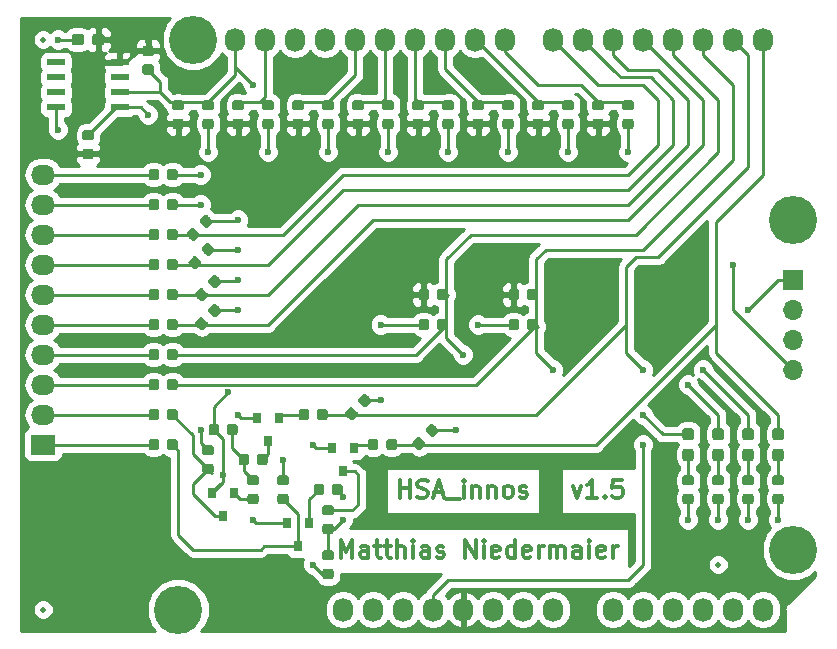
<source format=gbr>
G04 #@! TF.GenerationSoftware,KiCad,Pcbnew,5.0.2-bee76a0~70~ubuntu18.04.1*
G04 #@! TF.CreationDate,2019-04-12T14:14:33+02:00*
G04 #@! TF.ProjectId,KiCad_Shield,4b694361-645f-4536-9869-656c642e6b69,rev?*
G04 #@! TF.SameCoordinates,Original*
G04 #@! TF.FileFunction,Copper,L1,Top*
G04 #@! TF.FilePolarity,Positive*
%FSLAX46Y46*%
G04 Gerber Fmt 4.6, Leading zero omitted, Abs format (unit mm)*
G04 Created by KiCad (PCBNEW 5.0.2-bee76a0~70~ubuntu18.04.1) date Fr 12 Apr 2019 14:14:33 CEST*
%MOMM*%
%LPD*%
G01*
G04 APERTURE LIST*
G04 #@! TA.AperFunction,NonConductor*
%ADD10C,0.300000*%
G04 #@! TD*
G04 #@! TA.AperFunction,SMDPad,CuDef*
%ADD11R,0.800000X0.900000*%
G04 #@! TD*
G04 #@! TA.AperFunction,ComponentPad*
%ADD12O,1.727200X2.032000*%
G04 #@! TD*
G04 #@! TA.AperFunction,ComponentPad*
%ADD13C,4.064000*%
G04 #@! TD*
G04 #@! TA.AperFunction,ComponentPad*
%ADD14R,2.032000X1.727200*%
G04 #@! TD*
G04 #@! TA.AperFunction,ComponentPad*
%ADD15O,2.032000X1.727200*%
G04 #@! TD*
G04 #@! TA.AperFunction,Conductor*
%ADD16C,0.100000*%
G04 #@! TD*
G04 #@! TA.AperFunction,SMDPad,CuDef*
%ADD17C,0.950000*%
G04 #@! TD*
G04 #@! TA.AperFunction,SMDPad,CuDef*
%ADD18R,1.550000X0.600000*%
G04 #@! TD*
G04 #@! TA.AperFunction,SMDPad,CuDef*
%ADD19C,0.875000*%
G04 #@! TD*
G04 #@! TA.AperFunction,ComponentPad*
%ADD20R,1.700000X1.700000*%
G04 #@! TD*
G04 #@! TA.AperFunction,ComponentPad*
%ADD21O,1.700000X1.700000*%
G04 #@! TD*
G04 #@! TA.AperFunction,BGAPad,CuDef*
%ADD22C,0.500000*%
G04 #@! TD*
G04 #@! TA.AperFunction,ViaPad*
%ADD23C,0.600000*%
G04 #@! TD*
G04 #@! TA.AperFunction,Conductor*
%ADD24C,0.250000*%
G04 #@! TD*
G04 #@! TA.AperFunction,Conductor*
%ADD25C,0.254000*%
G04 #@! TD*
G04 APERTURE END LIST*
D10*
X158385142Y-113343571D02*
X158742285Y-114343571D01*
X159099428Y-113343571D01*
X160456571Y-114343571D02*
X159599428Y-114343571D01*
X160028000Y-114343571D02*
X160028000Y-112843571D01*
X159885142Y-113057857D01*
X159742285Y-113200714D01*
X159599428Y-113272142D01*
X161099428Y-114200714D02*
X161170857Y-114272142D01*
X161099428Y-114343571D01*
X161028000Y-114272142D01*
X161099428Y-114200714D01*
X161099428Y-114343571D01*
X162528000Y-112843571D02*
X161813714Y-112843571D01*
X161742285Y-113557857D01*
X161813714Y-113486428D01*
X161956571Y-113415000D01*
X162313714Y-113415000D01*
X162456571Y-113486428D01*
X162528000Y-113557857D01*
X162599428Y-113700714D01*
X162599428Y-114057857D01*
X162528000Y-114200714D01*
X162456571Y-114272142D01*
X162313714Y-114343571D01*
X161956571Y-114343571D01*
X161813714Y-114272142D01*
X161742285Y-114200714D01*
X138725142Y-119423571D02*
X138725142Y-117923571D01*
X139225142Y-118995000D01*
X139725142Y-117923571D01*
X139725142Y-119423571D01*
X141082285Y-119423571D02*
X141082285Y-118637857D01*
X141010857Y-118495000D01*
X140868000Y-118423571D01*
X140582285Y-118423571D01*
X140439428Y-118495000D01*
X141082285Y-119352142D02*
X140939428Y-119423571D01*
X140582285Y-119423571D01*
X140439428Y-119352142D01*
X140368000Y-119209285D01*
X140368000Y-119066428D01*
X140439428Y-118923571D01*
X140582285Y-118852142D01*
X140939428Y-118852142D01*
X141082285Y-118780714D01*
X141582285Y-118423571D02*
X142153714Y-118423571D01*
X141796571Y-117923571D02*
X141796571Y-119209285D01*
X141868000Y-119352142D01*
X142010857Y-119423571D01*
X142153714Y-119423571D01*
X142439428Y-118423571D02*
X143010857Y-118423571D01*
X142653714Y-117923571D02*
X142653714Y-119209285D01*
X142725142Y-119352142D01*
X142868000Y-119423571D01*
X143010857Y-119423571D01*
X143510857Y-119423571D02*
X143510857Y-117923571D01*
X144153714Y-119423571D02*
X144153714Y-118637857D01*
X144082285Y-118495000D01*
X143939428Y-118423571D01*
X143725142Y-118423571D01*
X143582285Y-118495000D01*
X143510857Y-118566428D01*
X144868000Y-119423571D02*
X144868000Y-118423571D01*
X144868000Y-117923571D02*
X144796571Y-117995000D01*
X144868000Y-118066428D01*
X144939428Y-117995000D01*
X144868000Y-117923571D01*
X144868000Y-118066428D01*
X146225142Y-119423571D02*
X146225142Y-118637857D01*
X146153714Y-118495000D01*
X146010857Y-118423571D01*
X145725142Y-118423571D01*
X145582285Y-118495000D01*
X146225142Y-119352142D02*
X146082285Y-119423571D01*
X145725142Y-119423571D01*
X145582285Y-119352142D01*
X145510857Y-119209285D01*
X145510857Y-119066428D01*
X145582285Y-118923571D01*
X145725142Y-118852142D01*
X146082285Y-118852142D01*
X146225142Y-118780714D01*
X146868000Y-119352142D02*
X147010857Y-119423571D01*
X147296571Y-119423571D01*
X147439428Y-119352142D01*
X147510857Y-119209285D01*
X147510857Y-119137857D01*
X147439428Y-118995000D01*
X147296571Y-118923571D01*
X147082285Y-118923571D01*
X146939428Y-118852142D01*
X146868000Y-118709285D01*
X146868000Y-118637857D01*
X146939428Y-118495000D01*
X147082285Y-118423571D01*
X147296571Y-118423571D01*
X147439428Y-118495000D01*
X149296571Y-119423571D02*
X149296571Y-117923571D01*
X150153714Y-119423571D01*
X150153714Y-117923571D01*
X150868000Y-119423571D02*
X150868000Y-118423571D01*
X150868000Y-117923571D02*
X150796571Y-117995000D01*
X150868000Y-118066428D01*
X150939428Y-117995000D01*
X150868000Y-117923571D01*
X150868000Y-118066428D01*
X152153714Y-119352142D02*
X152010857Y-119423571D01*
X151725142Y-119423571D01*
X151582285Y-119352142D01*
X151510857Y-119209285D01*
X151510857Y-118637857D01*
X151582285Y-118495000D01*
X151725142Y-118423571D01*
X152010857Y-118423571D01*
X152153714Y-118495000D01*
X152225142Y-118637857D01*
X152225142Y-118780714D01*
X151510857Y-118923571D01*
X153510857Y-119423571D02*
X153510857Y-117923571D01*
X153510857Y-119352142D02*
X153368000Y-119423571D01*
X153082285Y-119423571D01*
X152939428Y-119352142D01*
X152868000Y-119280714D01*
X152796571Y-119137857D01*
X152796571Y-118709285D01*
X152868000Y-118566428D01*
X152939428Y-118495000D01*
X153082285Y-118423571D01*
X153368000Y-118423571D01*
X153510857Y-118495000D01*
X154796571Y-119352142D02*
X154653714Y-119423571D01*
X154368000Y-119423571D01*
X154225142Y-119352142D01*
X154153714Y-119209285D01*
X154153714Y-118637857D01*
X154225142Y-118495000D01*
X154368000Y-118423571D01*
X154653714Y-118423571D01*
X154796571Y-118495000D01*
X154868000Y-118637857D01*
X154868000Y-118780714D01*
X154153714Y-118923571D01*
X155510857Y-119423571D02*
X155510857Y-118423571D01*
X155510857Y-118709285D02*
X155582285Y-118566428D01*
X155653714Y-118495000D01*
X155796571Y-118423571D01*
X155939428Y-118423571D01*
X156439428Y-119423571D02*
X156439428Y-118423571D01*
X156439428Y-118566428D02*
X156510857Y-118495000D01*
X156653714Y-118423571D01*
X156868000Y-118423571D01*
X157010857Y-118495000D01*
X157082285Y-118637857D01*
X157082285Y-119423571D01*
X157082285Y-118637857D02*
X157153714Y-118495000D01*
X157296571Y-118423571D01*
X157510857Y-118423571D01*
X157653714Y-118495000D01*
X157725142Y-118637857D01*
X157725142Y-119423571D01*
X159082285Y-119423571D02*
X159082285Y-118637857D01*
X159010857Y-118495000D01*
X158868000Y-118423571D01*
X158582285Y-118423571D01*
X158439428Y-118495000D01*
X159082285Y-119352142D02*
X158939428Y-119423571D01*
X158582285Y-119423571D01*
X158439428Y-119352142D01*
X158368000Y-119209285D01*
X158368000Y-119066428D01*
X158439428Y-118923571D01*
X158582285Y-118852142D01*
X158939428Y-118852142D01*
X159082285Y-118780714D01*
X159796571Y-119423571D02*
X159796571Y-118423571D01*
X159796571Y-117923571D02*
X159725142Y-117995000D01*
X159796571Y-118066428D01*
X159868000Y-117995000D01*
X159796571Y-117923571D01*
X159796571Y-118066428D01*
X161082285Y-119352142D02*
X160939428Y-119423571D01*
X160653714Y-119423571D01*
X160510857Y-119352142D01*
X160439428Y-119209285D01*
X160439428Y-118637857D01*
X160510857Y-118495000D01*
X160653714Y-118423571D01*
X160939428Y-118423571D01*
X161082285Y-118495000D01*
X161153714Y-118637857D01*
X161153714Y-118780714D01*
X160439428Y-118923571D01*
X161796571Y-119423571D02*
X161796571Y-118423571D01*
X161796571Y-118709285D02*
X161868000Y-118566428D01*
X161939428Y-118495000D01*
X162082285Y-118423571D01*
X162225142Y-118423571D01*
X143740857Y-114343571D02*
X143740857Y-112843571D01*
X143740857Y-113557857D02*
X144598000Y-113557857D01*
X144598000Y-114343571D02*
X144598000Y-112843571D01*
X145240857Y-114272142D02*
X145455142Y-114343571D01*
X145812285Y-114343571D01*
X145955142Y-114272142D01*
X146026571Y-114200714D01*
X146098000Y-114057857D01*
X146098000Y-113915000D01*
X146026571Y-113772142D01*
X145955142Y-113700714D01*
X145812285Y-113629285D01*
X145526571Y-113557857D01*
X145383714Y-113486428D01*
X145312285Y-113415000D01*
X145240857Y-113272142D01*
X145240857Y-113129285D01*
X145312285Y-112986428D01*
X145383714Y-112915000D01*
X145526571Y-112843571D01*
X145883714Y-112843571D01*
X146098000Y-112915000D01*
X146669428Y-113915000D02*
X147383714Y-113915000D01*
X146526571Y-114343571D02*
X147026571Y-112843571D01*
X147526571Y-114343571D01*
X147669428Y-114486428D02*
X148812285Y-114486428D01*
X149169428Y-114343571D02*
X149169428Y-113343571D01*
X149169428Y-112843571D02*
X149098000Y-112915000D01*
X149169428Y-112986428D01*
X149240857Y-112915000D01*
X149169428Y-112843571D01*
X149169428Y-112986428D01*
X149883714Y-113343571D02*
X149883714Y-114343571D01*
X149883714Y-113486428D02*
X149955142Y-113415000D01*
X150098000Y-113343571D01*
X150312285Y-113343571D01*
X150455142Y-113415000D01*
X150526571Y-113557857D01*
X150526571Y-114343571D01*
X151240857Y-113343571D02*
X151240857Y-114343571D01*
X151240857Y-113486428D02*
X151312285Y-113415000D01*
X151455142Y-113343571D01*
X151669428Y-113343571D01*
X151812285Y-113415000D01*
X151883714Y-113557857D01*
X151883714Y-114343571D01*
X152812285Y-114343571D02*
X152669428Y-114272142D01*
X152598000Y-114200714D01*
X152526571Y-114057857D01*
X152526571Y-113629285D01*
X152598000Y-113486428D01*
X152669428Y-113415000D01*
X152812285Y-113343571D01*
X153026571Y-113343571D01*
X153169428Y-113415000D01*
X153240857Y-113486428D01*
X153312285Y-113629285D01*
X153312285Y-114057857D01*
X153240857Y-114200714D01*
X153169428Y-114272142D01*
X153026571Y-114343571D01*
X152812285Y-114343571D01*
X153883714Y-114272142D02*
X154026571Y-114343571D01*
X154312285Y-114343571D01*
X154455142Y-114272142D01*
X154526571Y-114129285D01*
X154526571Y-114057857D01*
X154455142Y-113915000D01*
X154312285Y-113843571D01*
X154098000Y-113843571D01*
X153955142Y-113772142D01*
X153883714Y-113629285D01*
X153883714Y-113557857D01*
X153955142Y-113415000D01*
X154098000Y-113343571D01*
X154312285Y-113343571D01*
X154455142Y-113415000D01*
D11*
G04 #@! TO.P,Q4,3*
G04 #@! TO.N,/out2*
X128778000Y-115935000D03*
G04 #@! TO.P,Q4,2*
G04 #@! TO.N,/24V*
X127828000Y-113935000D03*
G04 #@! TO.P,Q4,1*
G04 #@! TO.N,Net-(Q4-Pad1)*
X129728000Y-113935000D03*
G04 #@! TD*
D12*
G04 #@! TO.P,P1,1*
G04 #@! TO.N,Net-(P1-Pad1)*
X138938000Y-123825000D03*
G04 #@! TO.P,P1,2*
G04 #@! TO.N,/IOREF*
X141478000Y-123825000D03*
G04 #@! TO.P,P1,3*
G04 #@! TO.N,/Reset*
X144018000Y-123825000D03*
G04 #@! TO.P,P1,4*
G04 #@! TO.N,+3V3*
X146558000Y-123825000D03*
G04 #@! TO.P,P1,5*
G04 #@! TO.N,+5V*
X149098000Y-123825000D03*
G04 #@! TO.P,P1,6*
G04 #@! TO.N,GND*
X151638000Y-123825000D03*
G04 #@! TO.P,P1,7*
X154178000Y-123825000D03*
G04 #@! TO.P,P1,8*
G04 #@! TO.N,/Vin*
X156718000Y-123825000D03*
G04 #@! TD*
G04 #@! TO.P,P2,1*
G04 #@! TO.N,/A0*
X161798000Y-123825000D03*
G04 #@! TO.P,P2,2*
G04 #@! TO.N,/A1*
X164338000Y-123825000D03*
G04 #@! TO.P,P2,3*
G04 #@! TO.N,/A2*
X166878000Y-123825000D03*
G04 #@! TO.P,P2,4*
G04 #@! TO.N,/A3*
X169418000Y-123825000D03*
G04 #@! TO.P,P2,5*
G04 #@! TO.N,/A4(SDA2)*
X171958000Y-123825000D03*
G04 #@! TO.P,P2,6*
G04 #@! TO.N,/A5(SCL2)*
X174498000Y-123825000D03*
G04 #@! TD*
G04 #@! TO.P,P3,1*
G04 #@! TO.N,/A5(SCL)*
X129794000Y-75565000D03*
G04 #@! TO.P,P3,2*
G04 #@! TO.N,/A4(SDA)*
X132334000Y-75565000D03*
G04 #@! TO.P,P3,3*
G04 #@! TO.N,/AREF*
X134874000Y-75565000D03*
G04 #@! TO.P,P3,4*
G04 #@! TO.N,GND*
X137414000Y-75565000D03*
G04 #@! TO.P,P3,5*
G04 #@! TO.N,/13(SCK)*
X139954000Y-75565000D03*
G04 #@! TO.P,P3,6*
G04 #@! TO.N,/12(MISO)*
X142494000Y-75565000D03*
G04 #@! TO.P,P3,7*
G04 #@! TO.N,/11(\002A\002A/MOSI)*
X145034000Y-75565000D03*
G04 #@! TO.P,P3,8*
G04 #@! TO.N,/10(\002A\002A/SS)*
X147574000Y-75565000D03*
G04 #@! TO.P,P3,9*
G04 #@! TO.N,/9(\002A\002A)*
X150114000Y-75565000D03*
G04 #@! TO.P,P3,10*
G04 #@! TO.N,/8*
X152654000Y-75565000D03*
G04 #@! TD*
G04 #@! TO.P,P4,1*
G04 #@! TO.N,/7*
X156718000Y-75565000D03*
G04 #@! TO.P,P4,2*
G04 #@! TO.N,/6(\002A\002A)*
X159258000Y-75565000D03*
G04 #@! TO.P,P4,3*
G04 #@! TO.N,/5(\002A\002A)*
X161798000Y-75565000D03*
G04 #@! TO.P,P4,4*
G04 #@! TO.N,/4*
X164338000Y-75565000D03*
G04 #@! TO.P,P4,5*
G04 #@! TO.N,/3(\002A\002A)*
X166878000Y-75565000D03*
G04 #@! TO.P,P4,6*
G04 #@! TO.N,/2*
X169418000Y-75565000D03*
G04 #@! TO.P,P4,7*
G04 #@! TO.N,/1(Tx)*
X171958000Y-75565000D03*
G04 #@! TO.P,P4,8*
G04 #@! TO.N,/0(Rx)*
X174498000Y-75565000D03*
G04 #@! TD*
D13*
G04 #@! TO.P,P5,1*
G04 #@! TO.N,Net-(P5-Pad1)*
X124968000Y-123825000D03*
G04 #@! TD*
G04 #@! TO.P,P6,1*
G04 #@! TO.N,Net-(P6-Pad1)*
X177038000Y-118745000D03*
G04 #@! TD*
G04 #@! TO.P,P7,1*
G04 #@! TO.N,Net-(P7-Pad1)*
X126238000Y-75565000D03*
G04 #@! TD*
G04 #@! TO.P,P8,1*
G04 #@! TO.N,Net-(P8-Pad1)*
X177038000Y-90805000D03*
G04 #@! TD*
D14*
G04 #@! TO.P,P9,1*
G04 #@! TO.N,Net-(P9-Pad1)*
X113538000Y-109855000D03*
D15*
G04 #@! TO.P,P9,2*
G04 #@! TO.N,Net-(P9-Pad2)*
X113538000Y-107315000D03*
G04 #@! TO.P,P9,3*
G04 #@! TO.N,Net-(P9-Pad3)*
X113538000Y-104775000D03*
G04 #@! TO.P,P9,4*
G04 #@! TO.N,Net-(P9-Pad4)*
X113538000Y-102235000D03*
G04 #@! TO.P,P9,5*
G04 #@! TO.N,Net-(P9-Pad5)*
X113538000Y-99695000D03*
G04 #@! TO.P,P9,6*
G04 #@! TO.N,Net-(P9-Pad6)*
X113538000Y-97155000D03*
G04 #@! TO.P,P9,7*
G04 #@! TO.N,Net-(P9-Pad7)*
X113538000Y-94615000D03*
G04 #@! TO.P,P9,8*
G04 #@! TO.N,Net-(P9-Pad8)*
X113538000Y-92075000D03*
G04 #@! TO.P,P9,9*
G04 #@! TO.N,Net-(P9-Pad9)*
X113538000Y-89535000D03*
G04 #@! TO.P,P9,10*
G04 #@! TO.N,Net-(P9-Pad10)*
X113538000Y-86995000D03*
G04 #@! TD*
D16*
G04 #@! TO.N,+5V*
G04 #@! TO.C,C1*
G36*
X118533779Y-75091144D02*
X118556834Y-75094563D01*
X118579443Y-75100227D01*
X118601387Y-75108079D01*
X118622457Y-75118044D01*
X118642448Y-75130026D01*
X118661168Y-75143910D01*
X118678438Y-75159562D01*
X118694090Y-75176832D01*
X118707974Y-75195552D01*
X118719956Y-75215543D01*
X118729921Y-75236613D01*
X118737773Y-75258557D01*
X118743437Y-75281166D01*
X118746856Y-75304221D01*
X118748000Y-75327500D01*
X118748000Y-75802500D01*
X118746856Y-75825779D01*
X118743437Y-75848834D01*
X118737773Y-75871443D01*
X118729921Y-75893387D01*
X118719956Y-75914457D01*
X118707974Y-75934448D01*
X118694090Y-75953168D01*
X118678438Y-75970438D01*
X118661168Y-75986090D01*
X118642448Y-75999974D01*
X118622457Y-76011956D01*
X118601387Y-76021921D01*
X118579443Y-76029773D01*
X118556834Y-76035437D01*
X118533779Y-76038856D01*
X118510500Y-76040000D01*
X117935500Y-76040000D01*
X117912221Y-76038856D01*
X117889166Y-76035437D01*
X117866557Y-76029773D01*
X117844613Y-76021921D01*
X117823543Y-76011956D01*
X117803552Y-75999974D01*
X117784832Y-75986090D01*
X117767562Y-75970438D01*
X117751910Y-75953168D01*
X117738026Y-75934448D01*
X117726044Y-75914457D01*
X117716079Y-75893387D01*
X117708227Y-75871443D01*
X117702563Y-75848834D01*
X117699144Y-75825779D01*
X117698000Y-75802500D01*
X117698000Y-75327500D01*
X117699144Y-75304221D01*
X117702563Y-75281166D01*
X117708227Y-75258557D01*
X117716079Y-75236613D01*
X117726044Y-75215543D01*
X117738026Y-75195552D01*
X117751910Y-75176832D01*
X117767562Y-75159562D01*
X117784832Y-75143910D01*
X117803552Y-75130026D01*
X117823543Y-75118044D01*
X117844613Y-75108079D01*
X117866557Y-75100227D01*
X117889166Y-75094563D01*
X117912221Y-75091144D01*
X117935500Y-75090000D01*
X118510500Y-75090000D01*
X118533779Y-75091144D01*
X118533779Y-75091144D01*
G37*
D17*
G04 #@! TD*
G04 #@! TO.P,C1,1*
G04 #@! TO.N,+5V*
X118223000Y-75565000D03*
D16*
G04 #@! TO.N,GND*
G04 #@! TO.C,C1*
G36*
X116783779Y-75091144D02*
X116806834Y-75094563D01*
X116829443Y-75100227D01*
X116851387Y-75108079D01*
X116872457Y-75118044D01*
X116892448Y-75130026D01*
X116911168Y-75143910D01*
X116928438Y-75159562D01*
X116944090Y-75176832D01*
X116957974Y-75195552D01*
X116969956Y-75215543D01*
X116979921Y-75236613D01*
X116987773Y-75258557D01*
X116993437Y-75281166D01*
X116996856Y-75304221D01*
X116998000Y-75327500D01*
X116998000Y-75802500D01*
X116996856Y-75825779D01*
X116993437Y-75848834D01*
X116987773Y-75871443D01*
X116979921Y-75893387D01*
X116969956Y-75914457D01*
X116957974Y-75934448D01*
X116944090Y-75953168D01*
X116928438Y-75970438D01*
X116911168Y-75986090D01*
X116892448Y-75999974D01*
X116872457Y-76011956D01*
X116851387Y-76021921D01*
X116829443Y-76029773D01*
X116806834Y-76035437D01*
X116783779Y-76038856D01*
X116760500Y-76040000D01*
X116185500Y-76040000D01*
X116162221Y-76038856D01*
X116139166Y-76035437D01*
X116116557Y-76029773D01*
X116094613Y-76021921D01*
X116073543Y-76011956D01*
X116053552Y-75999974D01*
X116034832Y-75986090D01*
X116017562Y-75970438D01*
X116001910Y-75953168D01*
X115988026Y-75934448D01*
X115976044Y-75914457D01*
X115966079Y-75893387D01*
X115958227Y-75871443D01*
X115952563Y-75848834D01*
X115949144Y-75825779D01*
X115948000Y-75802500D01*
X115948000Y-75327500D01*
X115949144Y-75304221D01*
X115952563Y-75281166D01*
X115958227Y-75258557D01*
X115966079Y-75236613D01*
X115976044Y-75215543D01*
X115988026Y-75195552D01*
X116001910Y-75176832D01*
X116017562Y-75159562D01*
X116034832Y-75143910D01*
X116053552Y-75130026D01*
X116073543Y-75118044D01*
X116094613Y-75108079D01*
X116116557Y-75100227D01*
X116139166Y-75094563D01*
X116162221Y-75091144D01*
X116185500Y-75090000D01*
X116760500Y-75090000D01*
X116783779Y-75091144D01*
X116783779Y-75091144D01*
G37*
D17*
G04 #@! TD*
G04 #@! TO.P,C1,2*
G04 #@! TO.N,GND*
X116473000Y-75565000D03*
D18*
G04 #@! TO.P,IC1,1*
G04 #@! TO.N,Net-(IC1-Pad1)*
X114648000Y-77470000D03*
G04 #@! TO.P,IC1,2*
G04 #@! TO.N,Net-(IC1-Pad2)*
X114648000Y-78740000D03*
G04 #@! TO.P,IC1,3*
G04 #@! TO.N,Net-(IC1-Pad3)*
X114648000Y-80010000D03*
G04 #@! TO.P,IC1,4*
G04 #@! TO.N,GND*
X114648000Y-81280000D03*
G04 #@! TO.P,IC1,5*
G04 #@! TO.N,/A4(SDA)*
X120048000Y-81280000D03*
G04 #@! TO.P,IC1,6*
G04 #@! TO.N,/A5(SCL)*
X120048000Y-80010000D03*
G04 #@! TO.P,IC1,7*
G04 #@! TO.N,Net-(IC1-Pad7)*
X120048000Y-78740000D03*
G04 #@! TO.P,IC1,8*
G04 #@! TO.N,+5V*
X120048000Y-77470000D03*
G04 #@! TD*
D16*
G04 #@! TO.N,+5V*
G04 #@! TO.C,R19*
G36*
X117625691Y-84806053D02*
X117646926Y-84809203D01*
X117667750Y-84814419D01*
X117687962Y-84821651D01*
X117707368Y-84830830D01*
X117725781Y-84841866D01*
X117743024Y-84854654D01*
X117758930Y-84869070D01*
X117773346Y-84884976D01*
X117786134Y-84902219D01*
X117797170Y-84920632D01*
X117806349Y-84940038D01*
X117813581Y-84960250D01*
X117818797Y-84981074D01*
X117821947Y-85002309D01*
X117823000Y-85023750D01*
X117823000Y-85461250D01*
X117821947Y-85482691D01*
X117818797Y-85503926D01*
X117813581Y-85524750D01*
X117806349Y-85544962D01*
X117797170Y-85564368D01*
X117786134Y-85582781D01*
X117773346Y-85600024D01*
X117758930Y-85615930D01*
X117743024Y-85630346D01*
X117725781Y-85643134D01*
X117707368Y-85654170D01*
X117687962Y-85663349D01*
X117667750Y-85670581D01*
X117646926Y-85675797D01*
X117625691Y-85678947D01*
X117604250Y-85680000D01*
X117091750Y-85680000D01*
X117070309Y-85678947D01*
X117049074Y-85675797D01*
X117028250Y-85670581D01*
X117008038Y-85663349D01*
X116988632Y-85654170D01*
X116970219Y-85643134D01*
X116952976Y-85630346D01*
X116937070Y-85615930D01*
X116922654Y-85600024D01*
X116909866Y-85582781D01*
X116898830Y-85564368D01*
X116889651Y-85544962D01*
X116882419Y-85524750D01*
X116877203Y-85503926D01*
X116874053Y-85482691D01*
X116873000Y-85461250D01*
X116873000Y-85023750D01*
X116874053Y-85002309D01*
X116877203Y-84981074D01*
X116882419Y-84960250D01*
X116889651Y-84940038D01*
X116898830Y-84920632D01*
X116909866Y-84902219D01*
X116922654Y-84884976D01*
X116937070Y-84869070D01*
X116952976Y-84854654D01*
X116970219Y-84841866D01*
X116988632Y-84830830D01*
X117008038Y-84821651D01*
X117028250Y-84814419D01*
X117049074Y-84809203D01*
X117070309Y-84806053D01*
X117091750Y-84805000D01*
X117604250Y-84805000D01*
X117625691Y-84806053D01*
X117625691Y-84806053D01*
G37*
D19*
G04 #@! TD*
G04 #@! TO.P,R19,2*
G04 #@! TO.N,+5V*
X117348000Y-85242500D03*
D16*
G04 #@! TO.N,/A4(SDA)*
G04 #@! TO.C,R19*
G36*
X117625691Y-83231053D02*
X117646926Y-83234203D01*
X117667750Y-83239419D01*
X117687962Y-83246651D01*
X117707368Y-83255830D01*
X117725781Y-83266866D01*
X117743024Y-83279654D01*
X117758930Y-83294070D01*
X117773346Y-83309976D01*
X117786134Y-83327219D01*
X117797170Y-83345632D01*
X117806349Y-83365038D01*
X117813581Y-83385250D01*
X117818797Y-83406074D01*
X117821947Y-83427309D01*
X117823000Y-83448750D01*
X117823000Y-83886250D01*
X117821947Y-83907691D01*
X117818797Y-83928926D01*
X117813581Y-83949750D01*
X117806349Y-83969962D01*
X117797170Y-83989368D01*
X117786134Y-84007781D01*
X117773346Y-84025024D01*
X117758930Y-84040930D01*
X117743024Y-84055346D01*
X117725781Y-84068134D01*
X117707368Y-84079170D01*
X117687962Y-84088349D01*
X117667750Y-84095581D01*
X117646926Y-84100797D01*
X117625691Y-84103947D01*
X117604250Y-84105000D01*
X117091750Y-84105000D01*
X117070309Y-84103947D01*
X117049074Y-84100797D01*
X117028250Y-84095581D01*
X117008038Y-84088349D01*
X116988632Y-84079170D01*
X116970219Y-84068134D01*
X116952976Y-84055346D01*
X116937070Y-84040930D01*
X116922654Y-84025024D01*
X116909866Y-84007781D01*
X116898830Y-83989368D01*
X116889651Y-83969962D01*
X116882419Y-83949750D01*
X116877203Y-83928926D01*
X116874053Y-83907691D01*
X116873000Y-83886250D01*
X116873000Y-83448750D01*
X116874053Y-83427309D01*
X116877203Y-83406074D01*
X116882419Y-83385250D01*
X116889651Y-83365038D01*
X116898830Y-83345632D01*
X116909866Y-83327219D01*
X116922654Y-83309976D01*
X116937070Y-83294070D01*
X116952976Y-83279654D01*
X116970219Y-83266866D01*
X116988632Y-83255830D01*
X117008038Y-83246651D01*
X117028250Y-83239419D01*
X117049074Y-83234203D01*
X117070309Y-83231053D01*
X117091750Y-83230000D01*
X117604250Y-83230000D01*
X117625691Y-83231053D01*
X117625691Y-83231053D01*
G37*
D19*
G04 #@! TD*
G04 #@! TO.P,R19,1*
G04 #@! TO.N,/A4(SDA)*
X117348000Y-83667500D03*
D16*
G04 #@! TO.N,/A5(SCL)*
G04 #@! TO.C,R20*
G36*
X122705691Y-77668553D02*
X122726926Y-77671703D01*
X122747750Y-77676919D01*
X122767962Y-77684151D01*
X122787368Y-77693330D01*
X122805781Y-77704366D01*
X122823024Y-77717154D01*
X122838930Y-77731570D01*
X122853346Y-77747476D01*
X122866134Y-77764719D01*
X122877170Y-77783132D01*
X122886349Y-77802538D01*
X122893581Y-77822750D01*
X122898797Y-77843574D01*
X122901947Y-77864809D01*
X122903000Y-77886250D01*
X122903000Y-78323750D01*
X122901947Y-78345191D01*
X122898797Y-78366426D01*
X122893581Y-78387250D01*
X122886349Y-78407462D01*
X122877170Y-78426868D01*
X122866134Y-78445281D01*
X122853346Y-78462524D01*
X122838930Y-78478430D01*
X122823024Y-78492846D01*
X122805781Y-78505634D01*
X122787368Y-78516670D01*
X122767962Y-78525849D01*
X122747750Y-78533081D01*
X122726926Y-78538297D01*
X122705691Y-78541447D01*
X122684250Y-78542500D01*
X122171750Y-78542500D01*
X122150309Y-78541447D01*
X122129074Y-78538297D01*
X122108250Y-78533081D01*
X122088038Y-78525849D01*
X122068632Y-78516670D01*
X122050219Y-78505634D01*
X122032976Y-78492846D01*
X122017070Y-78478430D01*
X122002654Y-78462524D01*
X121989866Y-78445281D01*
X121978830Y-78426868D01*
X121969651Y-78407462D01*
X121962419Y-78387250D01*
X121957203Y-78366426D01*
X121954053Y-78345191D01*
X121953000Y-78323750D01*
X121953000Y-77886250D01*
X121954053Y-77864809D01*
X121957203Y-77843574D01*
X121962419Y-77822750D01*
X121969651Y-77802538D01*
X121978830Y-77783132D01*
X121989866Y-77764719D01*
X122002654Y-77747476D01*
X122017070Y-77731570D01*
X122032976Y-77717154D01*
X122050219Y-77704366D01*
X122068632Y-77693330D01*
X122088038Y-77684151D01*
X122108250Y-77676919D01*
X122129074Y-77671703D01*
X122150309Y-77668553D01*
X122171750Y-77667500D01*
X122684250Y-77667500D01*
X122705691Y-77668553D01*
X122705691Y-77668553D01*
G37*
D19*
G04 #@! TD*
G04 #@! TO.P,R20,1*
G04 #@! TO.N,/A5(SCL)*
X122428000Y-78105000D03*
D16*
G04 #@! TO.N,+5V*
G04 #@! TO.C,R20*
G36*
X122705691Y-76093553D02*
X122726926Y-76096703D01*
X122747750Y-76101919D01*
X122767962Y-76109151D01*
X122787368Y-76118330D01*
X122805781Y-76129366D01*
X122823024Y-76142154D01*
X122838930Y-76156570D01*
X122853346Y-76172476D01*
X122866134Y-76189719D01*
X122877170Y-76208132D01*
X122886349Y-76227538D01*
X122893581Y-76247750D01*
X122898797Y-76268574D01*
X122901947Y-76289809D01*
X122903000Y-76311250D01*
X122903000Y-76748750D01*
X122901947Y-76770191D01*
X122898797Y-76791426D01*
X122893581Y-76812250D01*
X122886349Y-76832462D01*
X122877170Y-76851868D01*
X122866134Y-76870281D01*
X122853346Y-76887524D01*
X122838930Y-76903430D01*
X122823024Y-76917846D01*
X122805781Y-76930634D01*
X122787368Y-76941670D01*
X122767962Y-76950849D01*
X122747750Y-76958081D01*
X122726926Y-76963297D01*
X122705691Y-76966447D01*
X122684250Y-76967500D01*
X122171750Y-76967500D01*
X122150309Y-76966447D01*
X122129074Y-76963297D01*
X122108250Y-76958081D01*
X122088038Y-76950849D01*
X122068632Y-76941670D01*
X122050219Y-76930634D01*
X122032976Y-76917846D01*
X122017070Y-76903430D01*
X122002654Y-76887524D01*
X121989866Y-76870281D01*
X121978830Y-76851868D01*
X121969651Y-76832462D01*
X121962419Y-76812250D01*
X121957203Y-76791426D01*
X121954053Y-76770191D01*
X121953000Y-76748750D01*
X121953000Y-76311250D01*
X121954053Y-76289809D01*
X121957203Y-76268574D01*
X121962419Y-76247750D01*
X121969651Y-76227538D01*
X121978830Y-76208132D01*
X121989866Y-76189719D01*
X122002654Y-76172476D01*
X122017070Y-76156570D01*
X122032976Y-76142154D01*
X122050219Y-76129366D01*
X122068632Y-76118330D01*
X122088038Y-76109151D01*
X122108250Y-76101919D01*
X122129074Y-76096703D01*
X122150309Y-76093553D01*
X122171750Y-76092500D01*
X122684250Y-76092500D01*
X122705691Y-76093553D01*
X122705691Y-76093553D01*
G37*
D19*
G04 #@! TD*
G04 #@! TO.P,R20,2*
G04 #@! TO.N,+5V*
X122428000Y-76530000D03*
D20*
G04 #@! TO.P,J1,1*
G04 #@! TO.N,+3V3*
X177038000Y-95885000D03*
D21*
G04 #@! TO.P,J1,2*
G04 #@! TO.N,GND*
X177038000Y-98425000D03*
G04 #@! TO.P,J1,3*
G04 #@! TO.N,/A5(SCL)*
X177038000Y-100965000D03*
G04 #@! TO.P,J1,4*
G04 #@! TO.N,/A4(SDA)*
X177038000Y-103505000D03*
G04 #@! TD*
D16*
G04 #@! TO.N,GND*
G04 #@! TO.C,D1*
G36*
X168425691Y-114016053D02*
X168446926Y-114019203D01*
X168467750Y-114024419D01*
X168487962Y-114031651D01*
X168507368Y-114040830D01*
X168525781Y-114051866D01*
X168543024Y-114064654D01*
X168558930Y-114079070D01*
X168573346Y-114094976D01*
X168586134Y-114112219D01*
X168597170Y-114130632D01*
X168606349Y-114150038D01*
X168613581Y-114170250D01*
X168618797Y-114191074D01*
X168621947Y-114212309D01*
X168623000Y-114233750D01*
X168623000Y-114671250D01*
X168621947Y-114692691D01*
X168618797Y-114713926D01*
X168613581Y-114734750D01*
X168606349Y-114754962D01*
X168597170Y-114774368D01*
X168586134Y-114792781D01*
X168573346Y-114810024D01*
X168558930Y-114825930D01*
X168543024Y-114840346D01*
X168525781Y-114853134D01*
X168507368Y-114864170D01*
X168487962Y-114873349D01*
X168467750Y-114880581D01*
X168446926Y-114885797D01*
X168425691Y-114888947D01*
X168404250Y-114890000D01*
X167891750Y-114890000D01*
X167870309Y-114888947D01*
X167849074Y-114885797D01*
X167828250Y-114880581D01*
X167808038Y-114873349D01*
X167788632Y-114864170D01*
X167770219Y-114853134D01*
X167752976Y-114840346D01*
X167737070Y-114825930D01*
X167722654Y-114810024D01*
X167709866Y-114792781D01*
X167698830Y-114774368D01*
X167689651Y-114754962D01*
X167682419Y-114734750D01*
X167677203Y-114713926D01*
X167674053Y-114692691D01*
X167673000Y-114671250D01*
X167673000Y-114233750D01*
X167674053Y-114212309D01*
X167677203Y-114191074D01*
X167682419Y-114170250D01*
X167689651Y-114150038D01*
X167698830Y-114130632D01*
X167709866Y-114112219D01*
X167722654Y-114094976D01*
X167737070Y-114079070D01*
X167752976Y-114064654D01*
X167770219Y-114051866D01*
X167788632Y-114040830D01*
X167808038Y-114031651D01*
X167828250Y-114024419D01*
X167849074Y-114019203D01*
X167870309Y-114016053D01*
X167891750Y-114015000D01*
X168404250Y-114015000D01*
X168425691Y-114016053D01*
X168425691Y-114016053D01*
G37*
D19*
G04 #@! TD*
G04 #@! TO.P,D1,1*
G04 #@! TO.N,GND*
X168148000Y-114452500D03*
D16*
G04 #@! TO.N,Net-(D1-Pad2)*
G04 #@! TO.C,D1*
G36*
X168425691Y-112441053D02*
X168446926Y-112444203D01*
X168467750Y-112449419D01*
X168487962Y-112456651D01*
X168507368Y-112465830D01*
X168525781Y-112476866D01*
X168543024Y-112489654D01*
X168558930Y-112504070D01*
X168573346Y-112519976D01*
X168586134Y-112537219D01*
X168597170Y-112555632D01*
X168606349Y-112575038D01*
X168613581Y-112595250D01*
X168618797Y-112616074D01*
X168621947Y-112637309D01*
X168623000Y-112658750D01*
X168623000Y-113096250D01*
X168621947Y-113117691D01*
X168618797Y-113138926D01*
X168613581Y-113159750D01*
X168606349Y-113179962D01*
X168597170Y-113199368D01*
X168586134Y-113217781D01*
X168573346Y-113235024D01*
X168558930Y-113250930D01*
X168543024Y-113265346D01*
X168525781Y-113278134D01*
X168507368Y-113289170D01*
X168487962Y-113298349D01*
X168467750Y-113305581D01*
X168446926Y-113310797D01*
X168425691Y-113313947D01*
X168404250Y-113315000D01*
X167891750Y-113315000D01*
X167870309Y-113313947D01*
X167849074Y-113310797D01*
X167828250Y-113305581D01*
X167808038Y-113298349D01*
X167788632Y-113289170D01*
X167770219Y-113278134D01*
X167752976Y-113265346D01*
X167737070Y-113250930D01*
X167722654Y-113235024D01*
X167709866Y-113217781D01*
X167698830Y-113199368D01*
X167689651Y-113179962D01*
X167682419Y-113159750D01*
X167677203Y-113138926D01*
X167674053Y-113117691D01*
X167673000Y-113096250D01*
X167673000Y-112658750D01*
X167674053Y-112637309D01*
X167677203Y-112616074D01*
X167682419Y-112595250D01*
X167689651Y-112575038D01*
X167698830Y-112555632D01*
X167709866Y-112537219D01*
X167722654Y-112519976D01*
X167737070Y-112504070D01*
X167752976Y-112489654D01*
X167770219Y-112476866D01*
X167788632Y-112465830D01*
X167808038Y-112456651D01*
X167828250Y-112449419D01*
X167849074Y-112444203D01*
X167870309Y-112441053D01*
X167891750Y-112440000D01*
X168404250Y-112440000D01*
X168425691Y-112441053D01*
X168425691Y-112441053D01*
G37*
D19*
G04 #@! TD*
G04 #@! TO.P,D1,2*
G04 #@! TO.N,Net-(D1-Pad2)*
X168148000Y-112877500D03*
D16*
G04 #@! TO.N,Net-(D2-Pad2)*
G04 #@! TO.C,D2*
G36*
X170965691Y-112441053D02*
X170986926Y-112444203D01*
X171007750Y-112449419D01*
X171027962Y-112456651D01*
X171047368Y-112465830D01*
X171065781Y-112476866D01*
X171083024Y-112489654D01*
X171098930Y-112504070D01*
X171113346Y-112519976D01*
X171126134Y-112537219D01*
X171137170Y-112555632D01*
X171146349Y-112575038D01*
X171153581Y-112595250D01*
X171158797Y-112616074D01*
X171161947Y-112637309D01*
X171163000Y-112658750D01*
X171163000Y-113096250D01*
X171161947Y-113117691D01*
X171158797Y-113138926D01*
X171153581Y-113159750D01*
X171146349Y-113179962D01*
X171137170Y-113199368D01*
X171126134Y-113217781D01*
X171113346Y-113235024D01*
X171098930Y-113250930D01*
X171083024Y-113265346D01*
X171065781Y-113278134D01*
X171047368Y-113289170D01*
X171027962Y-113298349D01*
X171007750Y-113305581D01*
X170986926Y-113310797D01*
X170965691Y-113313947D01*
X170944250Y-113315000D01*
X170431750Y-113315000D01*
X170410309Y-113313947D01*
X170389074Y-113310797D01*
X170368250Y-113305581D01*
X170348038Y-113298349D01*
X170328632Y-113289170D01*
X170310219Y-113278134D01*
X170292976Y-113265346D01*
X170277070Y-113250930D01*
X170262654Y-113235024D01*
X170249866Y-113217781D01*
X170238830Y-113199368D01*
X170229651Y-113179962D01*
X170222419Y-113159750D01*
X170217203Y-113138926D01*
X170214053Y-113117691D01*
X170213000Y-113096250D01*
X170213000Y-112658750D01*
X170214053Y-112637309D01*
X170217203Y-112616074D01*
X170222419Y-112595250D01*
X170229651Y-112575038D01*
X170238830Y-112555632D01*
X170249866Y-112537219D01*
X170262654Y-112519976D01*
X170277070Y-112504070D01*
X170292976Y-112489654D01*
X170310219Y-112476866D01*
X170328632Y-112465830D01*
X170348038Y-112456651D01*
X170368250Y-112449419D01*
X170389074Y-112444203D01*
X170410309Y-112441053D01*
X170431750Y-112440000D01*
X170944250Y-112440000D01*
X170965691Y-112441053D01*
X170965691Y-112441053D01*
G37*
D19*
G04 #@! TD*
G04 #@! TO.P,D2,2*
G04 #@! TO.N,Net-(D2-Pad2)*
X170688000Y-112877500D03*
D16*
G04 #@! TO.N,GND*
G04 #@! TO.C,D2*
G36*
X170965691Y-114016053D02*
X170986926Y-114019203D01*
X171007750Y-114024419D01*
X171027962Y-114031651D01*
X171047368Y-114040830D01*
X171065781Y-114051866D01*
X171083024Y-114064654D01*
X171098930Y-114079070D01*
X171113346Y-114094976D01*
X171126134Y-114112219D01*
X171137170Y-114130632D01*
X171146349Y-114150038D01*
X171153581Y-114170250D01*
X171158797Y-114191074D01*
X171161947Y-114212309D01*
X171163000Y-114233750D01*
X171163000Y-114671250D01*
X171161947Y-114692691D01*
X171158797Y-114713926D01*
X171153581Y-114734750D01*
X171146349Y-114754962D01*
X171137170Y-114774368D01*
X171126134Y-114792781D01*
X171113346Y-114810024D01*
X171098930Y-114825930D01*
X171083024Y-114840346D01*
X171065781Y-114853134D01*
X171047368Y-114864170D01*
X171027962Y-114873349D01*
X171007750Y-114880581D01*
X170986926Y-114885797D01*
X170965691Y-114888947D01*
X170944250Y-114890000D01*
X170431750Y-114890000D01*
X170410309Y-114888947D01*
X170389074Y-114885797D01*
X170368250Y-114880581D01*
X170348038Y-114873349D01*
X170328632Y-114864170D01*
X170310219Y-114853134D01*
X170292976Y-114840346D01*
X170277070Y-114825930D01*
X170262654Y-114810024D01*
X170249866Y-114792781D01*
X170238830Y-114774368D01*
X170229651Y-114754962D01*
X170222419Y-114734750D01*
X170217203Y-114713926D01*
X170214053Y-114692691D01*
X170213000Y-114671250D01*
X170213000Y-114233750D01*
X170214053Y-114212309D01*
X170217203Y-114191074D01*
X170222419Y-114170250D01*
X170229651Y-114150038D01*
X170238830Y-114130632D01*
X170249866Y-114112219D01*
X170262654Y-114094976D01*
X170277070Y-114079070D01*
X170292976Y-114064654D01*
X170310219Y-114051866D01*
X170328632Y-114040830D01*
X170348038Y-114031651D01*
X170368250Y-114024419D01*
X170389074Y-114019203D01*
X170410309Y-114016053D01*
X170431750Y-114015000D01*
X170944250Y-114015000D01*
X170965691Y-114016053D01*
X170965691Y-114016053D01*
G37*
D19*
G04 #@! TD*
G04 #@! TO.P,D2,1*
G04 #@! TO.N,GND*
X170688000Y-114452500D03*
D16*
G04 #@! TO.N,GND*
G04 #@! TO.C,D3*
G36*
X173505691Y-114016053D02*
X173526926Y-114019203D01*
X173547750Y-114024419D01*
X173567962Y-114031651D01*
X173587368Y-114040830D01*
X173605781Y-114051866D01*
X173623024Y-114064654D01*
X173638930Y-114079070D01*
X173653346Y-114094976D01*
X173666134Y-114112219D01*
X173677170Y-114130632D01*
X173686349Y-114150038D01*
X173693581Y-114170250D01*
X173698797Y-114191074D01*
X173701947Y-114212309D01*
X173703000Y-114233750D01*
X173703000Y-114671250D01*
X173701947Y-114692691D01*
X173698797Y-114713926D01*
X173693581Y-114734750D01*
X173686349Y-114754962D01*
X173677170Y-114774368D01*
X173666134Y-114792781D01*
X173653346Y-114810024D01*
X173638930Y-114825930D01*
X173623024Y-114840346D01*
X173605781Y-114853134D01*
X173587368Y-114864170D01*
X173567962Y-114873349D01*
X173547750Y-114880581D01*
X173526926Y-114885797D01*
X173505691Y-114888947D01*
X173484250Y-114890000D01*
X172971750Y-114890000D01*
X172950309Y-114888947D01*
X172929074Y-114885797D01*
X172908250Y-114880581D01*
X172888038Y-114873349D01*
X172868632Y-114864170D01*
X172850219Y-114853134D01*
X172832976Y-114840346D01*
X172817070Y-114825930D01*
X172802654Y-114810024D01*
X172789866Y-114792781D01*
X172778830Y-114774368D01*
X172769651Y-114754962D01*
X172762419Y-114734750D01*
X172757203Y-114713926D01*
X172754053Y-114692691D01*
X172753000Y-114671250D01*
X172753000Y-114233750D01*
X172754053Y-114212309D01*
X172757203Y-114191074D01*
X172762419Y-114170250D01*
X172769651Y-114150038D01*
X172778830Y-114130632D01*
X172789866Y-114112219D01*
X172802654Y-114094976D01*
X172817070Y-114079070D01*
X172832976Y-114064654D01*
X172850219Y-114051866D01*
X172868632Y-114040830D01*
X172888038Y-114031651D01*
X172908250Y-114024419D01*
X172929074Y-114019203D01*
X172950309Y-114016053D01*
X172971750Y-114015000D01*
X173484250Y-114015000D01*
X173505691Y-114016053D01*
X173505691Y-114016053D01*
G37*
D19*
G04 #@! TD*
G04 #@! TO.P,D3,1*
G04 #@! TO.N,GND*
X173228000Y-114452500D03*
D16*
G04 #@! TO.N,Net-(D3-Pad2)*
G04 #@! TO.C,D3*
G36*
X173505691Y-112441053D02*
X173526926Y-112444203D01*
X173547750Y-112449419D01*
X173567962Y-112456651D01*
X173587368Y-112465830D01*
X173605781Y-112476866D01*
X173623024Y-112489654D01*
X173638930Y-112504070D01*
X173653346Y-112519976D01*
X173666134Y-112537219D01*
X173677170Y-112555632D01*
X173686349Y-112575038D01*
X173693581Y-112595250D01*
X173698797Y-112616074D01*
X173701947Y-112637309D01*
X173703000Y-112658750D01*
X173703000Y-113096250D01*
X173701947Y-113117691D01*
X173698797Y-113138926D01*
X173693581Y-113159750D01*
X173686349Y-113179962D01*
X173677170Y-113199368D01*
X173666134Y-113217781D01*
X173653346Y-113235024D01*
X173638930Y-113250930D01*
X173623024Y-113265346D01*
X173605781Y-113278134D01*
X173587368Y-113289170D01*
X173567962Y-113298349D01*
X173547750Y-113305581D01*
X173526926Y-113310797D01*
X173505691Y-113313947D01*
X173484250Y-113315000D01*
X172971750Y-113315000D01*
X172950309Y-113313947D01*
X172929074Y-113310797D01*
X172908250Y-113305581D01*
X172888038Y-113298349D01*
X172868632Y-113289170D01*
X172850219Y-113278134D01*
X172832976Y-113265346D01*
X172817070Y-113250930D01*
X172802654Y-113235024D01*
X172789866Y-113217781D01*
X172778830Y-113199368D01*
X172769651Y-113179962D01*
X172762419Y-113159750D01*
X172757203Y-113138926D01*
X172754053Y-113117691D01*
X172753000Y-113096250D01*
X172753000Y-112658750D01*
X172754053Y-112637309D01*
X172757203Y-112616074D01*
X172762419Y-112595250D01*
X172769651Y-112575038D01*
X172778830Y-112555632D01*
X172789866Y-112537219D01*
X172802654Y-112519976D01*
X172817070Y-112504070D01*
X172832976Y-112489654D01*
X172850219Y-112476866D01*
X172868632Y-112465830D01*
X172888038Y-112456651D01*
X172908250Y-112449419D01*
X172929074Y-112444203D01*
X172950309Y-112441053D01*
X172971750Y-112440000D01*
X173484250Y-112440000D01*
X173505691Y-112441053D01*
X173505691Y-112441053D01*
G37*
D19*
G04 #@! TD*
G04 #@! TO.P,D3,2*
G04 #@! TO.N,Net-(D3-Pad2)*
X173228000Y-112877500D03*
D16*
G04 #@! TO.N,Net-(D4-Pad2)*
G04 #@! TO.C,D4*
G36*
X176045691Y-112441053D02*
X176066926Y-112444203D01*
X176087750Y-112449419D01*
X176107962Y-112456651D01*
X176127368Y-112465830D01*
X176145781Y-112476866D01*
X176163024Y-112489654D01*
X176178930Y-112504070D01*
X176193346Y-112519976D01*
X176206134Y-112537219D01*
X176217170Y-112555632D01*
X176226349Y-112575038D01*
X176233581Y-112595250D01*
X176238797Y-112616074D01*
X176241947Y-112637309D01*
X176243000Y-112658750D01*
X176243000Y-113096250D01*
X176241947Y-113117691D01*
X176238797Y-113138926D01*
X176233581Y-113159750D01*
X176226349Y-113179962D01*
X176217170Y-113199368D01*
X176206134Y-113217781D01*
X176193346Y-113235024D01*
X176178930Y-113250930D01*
X176163024Y-113265346D01*
X176145781Y-113278134D01*
X176127368Y-113289170D01*
X176107962Y-113298349D01*
X176087750Y-113305581D01*
X176066926Y-113310797D01*
X176045691Y-113313947D01*
X176024250Y-113315000D01*
X175511750Y-113315000D01*
X175490309Y-113313947D01*
X175469074Y-113310797D01*
X175448250Y-113305581D01*
X175428038Y-113298349D01*
X175408632Y-113289170D01*
X175390219Y-113278134D01*
X175372976Y-113265346D01*
X175357070Y-113250930D01*
X175342654Y-113235024D01*
X175329866Y-113217781D01*
X175318830Y-113199368D01*
X175309651Y-113179962D01*
X175302419Y-113159750D01*
X175297203Y-113138926D01*
X175294053Y-113117691D01*
X175293000Y-113096250D01*
X175293000Y-112658750D01*
X175294053Y-112637309D01*
X175297203Y-112616074D01*
X175302419Y-112595250D01*
X175309651Y-112575038D01*
X175318830Y-112555632D01*
X175329866Y-112537219D01*
X175342654Y-112519976D01*
X175357070Y-112504070D01*
X175372976Y-112489654D01*
X175390219Y-112476866D01*
X175408632Y-112465830D01*
X175428038Y-112456651D01*
X175448250Y-112449419D01*
X175469074Y-112444203D01*
X175490309Y-112441053D01*
X175511750Y-112440000D01*
X176024250Y-112440000D01*
X176045691Y-112441053D01*
X176045691Y-112441053D01*
G37*
D19*
G04 #@! TD*
G04 #@! TO.P,D4,2*
G04 #@! TO.N,Net-(D4-Pad2)*
X175768000Y-112877500D03*
D16*
G04 #@! TO.N,GND*
G04 #@! TO.C,D4*
G36*
X176045691Y-114016053D02*
X176066926Y-114019203D01*
X176087750Y-114024419D01*
X176107962Y-114031651D01*
X176127368Y-114040830D01*
X176145781Y-114051866D01*
X176163024Y-114064654D01*
X176178930Y-114079070D01*
X176193346Y-114094976D01*
X176206134Y-114112219D01*
X176217170Y-114130632D01*
X176226349Y-114150038D01*
X176233581Y-114170250D01*
X176238797Y-114191074D01*
X176241947Y-114212309D01*
X176243000Y-114233750D01*
X176243000Y-114671250D01*
X176241947Y-114692691D01*
X176238797Y-114713926D01*
X176233581Y-114734750D01*
X176226349Y-114754962D01*
X176217170Y-114774368D01*
X176206134Y-114792781D01*
X176193346Y-114810024D01*
X176178930Y-114825930D01*
X176163024Y-114840346D01*
X176145781Y-114853134D01*
X176127368Y-114864170D01*
X176107962Y-114873349D01*
X176087750Y-114880581D01*
X176066926Y-114885797D01*
X176045691Y-114888947D01*
X176024250Y-114890000D01*
X175511750Y-114890000D01*
X175490309Y-114888947D01*
X175469074Y-114885797D01*
X175448250Y-114880581D01*
X175428038Y-114873349D01*
X175408632Y-114864170D01*
X175390219Y-114853134D01*
X175372976Y-114840346D01*
X175357070Y-114825930D01*
X175342654Y-114810024D01*
X175329866Y-114792781D01*
X175318830Y-114774368D01*
X175309651Y-114754962D01*
X175302419Y-114734750D01*
X175297203Y-114713926D01*
X175294053Y-114692691D01*
X175293000Y-114671250D01*
X175293000Y-114233750D01*
X175294053Y-114212309D01*
X175297203Y-114191074D01*
X175302419Y-114170250D01*
X175309651Y-114150038D01*
X175318830Y-114130632D01*
X175329866Y-114112219D01*
X175342654Y-114094976D01*
X175357070Y-114079070D01*
X175372976Y-114064654D01*
X175390219Y-114051866D01*
X175408632Y-114040830D01*
X175428038Y-114031651D01*
X175448250Y-114024419D01*
X175469074Y-114019203D01*
X175490309Y-114016053D01*
X175511750Y-114015000D01*
X176024250Y-114015000D01*
X176045691Y-114016053D01*
X176045691Y-114016053D01*
G37*
D19*
G04 #@! TD*
G04 #@! TO.P,D4,1*
G04 #@! TO.N,GND*
X175768000Y-114452500D03*
D16*
G04 #@! TO.N,/3(\002A\002A)*
G04 #@! TO.C,R21*
G36*
X168408779Y-108456144D02*
X168431834Y-108459563D01*
X168454443Y-108465227D01*
X168476387Y-108473079D01*
X168497457Y-108483044D01*
X168517448Y-108495026D01*
X168536168Y-108508910D01*
X168553438Y-108524562D01*
X168569090Y-108541832D01*
X168582974Y-108560552D01*
X168594956Y-108580543D01*
X168604921Y-108601613D01*
X168612773Y-108623557D01*
X168618437Y-108646166D01*
X168621856Y-108669221D01*
X168623000Y-108692500D01*
X168623000Y-109267500D01*
X168621856Y-109290779D01*
X168618437Y-109313834D01*
X168612773Y-109336443D01*
X168604921Y-109358387D01*
X168594956Y-109379457D01*
X168582974Y-109399448D01*
X168569090Y-109418168D01*
X168553438Y-109435438D01*
X168536168Y-109451090D01*
X168517448Y-109464974D01*
X168497457Y-109476956D01*
X168476387Y-109486921D01*
X168454443Y-109494773D01*
X168431834Y-109500437D01*
X168408779Y-109503856D01*
X168385500Y-109505000D01*
X167910500Y-109505000D01*
X167887221Y-109503856D01*
X167864166Y-109500437D01*
X167841557Y-109494773D01*
X167819613Y-109486921D01*
X167798543Y-109476956D01*
X167778552Y-109464974D01*
X167759832Y-109451090D01*
X167742562Y-109435438D01*
X167726910Y-109418168D01*
X167713026Y-109399448D01*
X167701044Y-109379457D01*
X167691079Y-109358387D01*
X167683227Y-109336443D01*
X167677563Y-109313834D01*
X167674144Y-109290779D01*
X167673000Y-109267500D01*
X167673000Y-108692500D01*
X167674144Y-108669221D01*
X167677563Y-108646166D01*
X167683227Y-108623557D01*
X167691079Y-108601613D01*
X167701044Y-108580543D01*
X167713026Y-108560552D01*
X167726910Y-108541832D01*
X167742562Y-108524562D01*
X167759832Y-108508910D01*
X167778552Y-108495026D01*
X167798543Y-108483044D01*
X167819613Y-108473079D01*
X167841557Y-108465227D01*
X167864166Y-108459563D01*
X167887221Y-108456144D01*
X167910500Y-108455000D01*
X168385500Y-108455000D01*
X168408779Y-108456144D01*
X168408779Y-108456144D01*
G37*
D17*
G04 #@! TD*
G04 #@! TO.P,R21,2*
G04 #@! TO.N,/3(\002A\002A)*
X168148000Y-108980000D03*
D16*
G04 #@! TO.N,Net-(D1-Pad2)*
G04 #@! TO.C,R21*
G36*
X168408779Y-110206144D02*
X168431834Y-110209563D01*
X168454443Y-110215227D01*
X168476387Y-110223079D01*
X168497457Y-110233044D01*
X168517448Y-110245026D01*
X168536168Y-110258910D01*
X168553438Y-110274562D01*
X168569090Y-110291832D01*
X168582974Y-110310552D01*
X168594956Y-110330543D01*
X168604921Y-110351613D01*
X168612773Y-110373557D01*
X168618437Y-110396166D01*
X168621856Y-110419221D01*
X168623000Y-110442500D01*
X168623000Y-111017500D01*
X168621856Y-111040779D01*
X168618437Y-111063834D01*
X168612773Y-111086443D01*
X168604921Y-111108387D01*
X168594956Y-111129457D01*
X168582974Y-111149448D01*
X168569090Y-111168168D01*
X168553438Y-111185438D01*
X168536168Y-111201090D01*
X168517448Y-111214974D01*
X168497457Y-111226956D01*
X168476387Y-111236921D01*
X168454443Y-111244773D01*
X168431834Y-111250437D01*
X168408779Y-111253856D01*
X168385500Y-111255000D01*
X167910500Y-111255000D01*
X167887221Y-111253856D01*
X167864166Y-111250437D01*
X167841557Y-111244773D01*
X167819613Y-111236921D01*
X167798543Y-111226956D01*
X167778552Y-111214974D01*
X167759832Y-111201090D01*
X167742562Y-111185438D01*
X167726910Y-111168168D01*
X167713026Y-111149448D01*
X167701044Y-111129457D01*
X167691079Y-111108387D01*
X167683227Y-111086443D01*
X167677563Y-111063834D01*
X167674144Y-111040779D01*
X167673000Y-111017500D01*
X167673000Y-110442500D01*
X167674144Y-110419221D01*
X167677563Y-110396166D01*
X167683227Y-110373557D01*
X167691079Y-110351613D01*
X167701044Y-110330543D01*
X167713026Y-110310552D01*
X167726910Y-110291832D01*
X167742562Y-110274562D01*
X167759832Y-110258910D01*
X167778552Y-110245026D01*
X167798543Y-110233044D01*
X167819613Y-110223079D01*
X167841557Y-110215227D01*
X167864166Y-110209563D01*
X167887221Y-110206144D01*
X167910500Y-110205000D01*
X168385500Y-110205000D01*
X168408779Y-110206144D01*
X168408779Y-110206144D01*
G37*
D17*
G04 #@! TD*
G04 #@! TO.P,R21,1*
G04 #@! TO.N,Net-(D1-Pad2)*
X168148000Y-110730000D03*
D16*
G04 #@! TO.N,Net-(D2-Pad2)*
G04 #@! TO.C,R22*
G36*
X170948779Y-110206144D02*
X170971834Y-110209563D01*
X170994443Y-110215227D01*
X171016387Y-110223079D01*
X171037457Y-110233044D01*
X171057448Y-110245026D01*
X171076168Y-110258910D01*
X171093438Y-110274562D01*
X171109090Y-110291832D01*
X171122974Y-110310552D01*
X171134956Y-110330543D01*
X171144921Y-110351613D01*
X171152773Y-110373557D01*
X171158437Y-110396166D01*
X171161856Y-110419221D01*
X171163000Y-110442500D01*
X171163000Y-111017500D01*
X171161856Y-111040779D01*
X171158437Y-111063834D01*
X171152773Y-111086443D01*
X171144921Y-111108387D01*
X171134956Y-111129457D01*
X171122974Y-111149448D01*
X171109090Y-111168168D01*
X171093438Y-111185438D01*
X171076168Y-111201090D01*
X171057448Y-111214974D01*
X171037457Y-111226956D01*
X171016387Y-111236921D01*
X170994443Y-111244773D01*
X170971834Y-111250437D01*
X170948779Y-111253856D01*
X170925500Y-111255000D01*
X170450500Y-111255000D01*
X170427221Y-111253856D01*
X170404166Y-111250437D01*
X170381557Y-111244773D01*
X170359613Y-111236921D01*
X170338543Y-111226956D01*
X170318552Y-111214974D01*
X170299832Y-111201090D01*
X170282562Y-111185438D01*
X170266910Y-111168168D01*
X170253026Y-111149448D01*
X170241044Y-111129457D01*
X170231079Y-111108387D01*
X170223227Y-111086443D01*
X170217563Y-111063834D01*
X170214144Y-111040779D01*
X170213000Y-111017500D01*
X170213000Y-110442500D01*
X170214144Y-110419221D01*
X170217563Y-110396166D01*
X170223227Y-110373557D01*
X170231079Y-110351613D01*
X170241044Y-110330543D01*
X170253026Y-110310552D01*
X170266910Y-110291832D01*
X170282562Y-110274562D01*
X170299832Y-110258910D01*
X170318552Y-110245026D01*
X170338543Y-110233044D01*
X170359613Y-110223079D01*
X170381557Y-110215227D01*
X170404166Y-110209563D01*
X170427221Y-110206144D01*
X170450500Y-110205000D01*
X170925500Y-110205000D01*
X170948779Y-110206144D01*
X170948779Y-110206144D01*
G37*
D17*
G04 #@! TD*
G04 #@! TO.P,R22,1*
G04 #@! TO.N,Net-(D2-Pad2)*
X170688000Y-110730000D03*
D16*
G04 #@! TO.N,/2*
G04 #@! TO.C,R22*
G36*
X170948779Y-108456144D02*
X170971834Y-108459563D01*
X170994443Y-108465227D01*
X171016387Y-108473079D01*
X171037457Y-108483044D01*
X171057448Y-108495026D01*
X171076168Y-108508910D01*
X171093438Y-108524562D01*
X171109090Y-108541832D01*
X171122974Y-108560552D01*
X171134956Y-108580543D01*
X171144921Y-108601613D01*
X171152773Y-108623557D01*
X171158437Y-108646166D01*
X171161856Y-108669221D01*
X171163000Y-108692500D01*
X171163000Y-109267500D01*
X171161856Y-109290779D01*
X171158437Y-109313834D01*
X171152773Y-109336443D01*
X171144921Y-109358387D01*
X171134956Y-109379457D01*
X171122974Y-109399448D01*
X171109090Y-109418168D01*
X171093438Y-109435438D01*
X171076168Y-109451090D01*
X171057448Y-109464974D01*
X171037457Y-109476956D01*
X171016387Y-109486921D01*
X170994443Y-109494773D01*
X170971834Y-109500437D01*
X170948779Y-109503856D01*
X170925500Y-109505000D01*
X170450500Y-109505000D01*
X170427221Y-109503856D01*
X170404166Y-109500437D01*
X170381557Y-109494773D01*
X170359613Y-109486921D01*
X170338543Y-109476956D01*
X170318552Y-109464974D01*
X170299832Y-109451090D01*
X170282562Y-109435438D01*
X170266910Y-109418168D01*
X170253026Y-109399448D01*
X170241044Y-109379457D01*
X170231079Y-109358387D01*
X170223227Y-109336443D01*
X170217563Y-109313834D01*
X170214144Y-109290779D01*
X170213000Y-109267500D01*
X170213000Y-108692500D01*
X170214144Y-108669221D01*
X170217563Y-108646166D01*
X170223227Y-108623557D01*
X170231079Y-108601613D01*
X170241044Y-108580543D01*
X170253026Y-108560552D01*
X170266910Y-108541832D01*
X170282562Y-108524562D01*
X170299832Y-108508910D01*
X170318552Y-108495026D01*
X170338543Y-108483044D01*
X170359613Y-108473079D01*
X170381557Y-108465227D01*
X170404166Y-108459563D01*
X170427221Y-108456144D01*
X170450500Y-108455000D01*
X170925500Y-108455000D01*
X170948779Y-108456144D01*
X170948779Y-108456144D01*
G37*
D17*
G04 #@! TD*
G04 #@! TO.P,R22,2*
G04 #@! TO.N,/2*
X170688000Y-108980000D03*
D16*
G04 #@! TO.N,/1(Tx)*
G04 #@! TO.C,R23*
G36*
X173488779Y-108456144D02*
X173511834Y-108459563D01*
X173534443Y-108465227D01*
X173556387Y-108473079D01*
X173577457Y-108483044D01*
X173597448Y-108495026D01*
X173616168Y-108508910D01*
X173633438Y-108524562D01*
X173649090Y-108541832D01*
X173662974Y-108560552D01*
X173674956Y-108580543D01*
X173684921Y-108601613D01*
X173692773Y-108623557D01*
X173698437Y-108646166D01*
X173701856Y-108669221D01*
X173703000Y-108692500D01*
X173703000Y-109267500D01*
X173701856Y-109290779D01*
X173698437Y-109313834D01*
X173692773Y-109336443D01*
X173684921Y-109358387D01*
X173674956Y-109379457D01*
X173662974Y-109399448D01*
X173649090Y-109418168D01*
X173633438Y-109435438D01*
X173616168Y-109451090D01*
X173597448Y-109464974D01*
X173577457Y-109476956D01*
X173556387Y-109486921D01*
X173534443Y-109494773D01*
X173511834Y-109500437D01*
X173488779Y-109503856D01*
X173465500Y-109505000D01*
X172990500Y-109505000D01*
X172967221Y-109503856D01*
X172944166Y-109500437D01*
X172921557Y-109494773D01*
X172899613Y-109486921D01*
X172878543Y-109476956D01*
X172858552Y-109464974D01*
X172839832Y-109451090D01*
X172822562Y-109435438D01*
X172806910Y-109418168D01*
X172793026Y-109399448D01*
X172781044Y-109379457D01*
X172771079Y-109358387D01*
X172763227Y-109336443D01*
X172757563Y-109313834D01*
X172754144Y-109290779D01*
X172753000Y-109267500D01*
X172753000Y-108692500D01*
X172754144Y-108669221D01*
X172757563Y-108646166D01*
X172763227Y-108623557D01*
X172771079Y-108601613D01*
X172781044Y-108580543D01*
X172793026Y-108560552D01*
X172806910Y-108541832D01*
X172822562Y-108524562D01*
X172839832Y-108508910D01*
X172858552Y-108495026D01*
X172878543Y-108483044D01*
X172899613Y-108473079D01*
X172921557Y-108465227D01*
X172944166Y-108459563D01*
X172967221Y-108456144D01*
X172990500Y-108455000D01*
X173465500Y-108455000D01*
X173488779Y-108456144D01*
X173488779Y-108456144D01*
G37*
D17*
G04 #@! TD*
G04 #@! TO.P,R23,2*
G04 #@! TO.N,/1(Tx)*
X173228000Y-108980000D03*
D16*
G04 #@! TO.N,Net-(D3-Pad2)*
G04 #@! TO.C,R23*
G36*
X173488779Y-110206144D02*
X173511834Y-110209563D01*
X173534443Y-110215227D01*
X173556387Y-110223079D01*
X173577457Y-110233044D01*
X173597448Y-110245026D01*
X173616168Y-110258910D01*
X173633438Y-110274562D01*
X173649090Y-110291832D01*
X173662974Y-110310552D01*
X173674956Y-110330543D01*
X173684921Y-110351613D01*
X173692773Y-110373557D01*
X173698437Y-110396166D01*
X173701856Y-110419221D01*
X173703000Y-110442500D01*
X173703000Y-111017500D01*
X173701856Y-111040779D01*
X173698437Y-111063834D01*
X173692773Y-111086443D01*
X173684921Y-111108387D01*
X173674956Y-111129457D01*
X173662974Y-111149448D01*
X173649090Y-111168168D01*
X173633438Y-111185438D01*
X173616168Y-111201090D01*
X173597448Y-111214974D01*
X173577457Y-111226956D01*
X173556387Y-111236921D01*
X173534443Y-111244773D01*
X173511834Y-111250437D01*
X173488779Y-111253856D01*
X173465500Y-111255000D01*
X172990500Y-111255000D01*
X172967221Y-111253856D01*
X172944166Y-111250437D01*
X172921557Y-111244773D01*
X172899613Y-111236921D01*
X172878543Y-111226956D01*
X172858552Y-111214974D01*
X172839832Y-111201090D01*
X172822562Y-111185438D01*
X172806910Y-111168168D01*
X172793026Y-111149448D01*
X172781044Y-111129457D01*
X172771079Y-111108387D01*
X172763227Y-111086443D01*
X172757563Y-111063834D01*
X172754144Y-111040779D01*
X172753000Y-111017500D01*
X172753000Y-110442500D01*
X172754144Y-110419221D01*
X172757563Y-110396166D01*
X172763227Y-110373557D01*
X172771079Y-110351613D01*
X172781044Y-110330543D01*
X172793026Y-110310552D01*
X172806910Y-110291832D01*
X172822562Y-110274562D01*
X172839832Y-110258910D01*
X172858552Y-110245026D01*
X172878543Y-110233044D01*
X172899613Y-110223079D01*
X172921557Y-110215227D01*
X172944166Y-110209563D01*
X172967221Y-110206144D01*
X172990500Y-110205000D01*
X173465500Y-110205000D01*
X173488779Y-110206144D01*
X173488779Y-110206144D01*
G37*
D17*
G04 #@! TD*
G04 #@! TO.P,R23,1*
G04 #@! TO.N,Net-(D3-Pad2)*
X173228000Y-110730000D03*
D16*
G04 #@! TO.N,Net-(D4-Pad2)*
G04 #@! TO.C,R24*
G36*
X176028779Y-110206144D02*
X176051834Y-110209563D01*
X176074443Y-110215227D01*
X176096387Y-110223079D01*
X176117457Y-110233044D01*
X176137448Y-110245026D01*
X176156168Y-110258910D01*
X176173438Y-110274562D01*
X176189090Y-110291832D01*
X176202974Y-110310552D01*
X176214956Y-110330543D01*
X176224921Y-110351613D01*
X176232773Y-110373557D01*
X176238437Y-110396166D01*
X176241856Y-110419221D01*
X176243000Y-110442500D01*
X176243000Y-111017500D01*
X176241856Y-111040779D01*
X176238437Y-111063834D01*
X176232773Y-111086443D01*
X176224921Y-111108387D01*
X176214956Y-111129457D01*
X176202974Y-111149448D01*
X176189090Y-111168168D01*
X176173438Y-111185438D01*
X176156168Y-111201090D01*
X176137448Y-111214974D01*
X176117457Y-111226956D01*
X176096387Y-111236921D01*
X176074443Y-111244773D01*
X176051834Y-111250437D01*
X176028779Y-111253856D01*
X176005500Y-111255000D01*
X175530500Y-111255000D01*
X175507221Y-111253856D01*
X175484166Y-111250437D01*
X175461557Y-111244773D01*
X175439613Y-111236921D01*
X175418543Y-111226956D01*
X175398552Y-111214974D01*
X175379832Y-111201090D01*
X175362562Y-111185438D01*
X175346910Y-111168168D01*
X175333026Y-111149448D01*
X175321044Y-111129457D01*
X175311079Y-111108387D01*
X175303227Y-111086443D01*
X175297563Y-111063834D01*
X175294144Y-111040779D01*
X175293000Y-111017500D01*
X175293000Y-110442500D01*
X175294144Y-110419221D01*
X175297563Y-110396166D01*
X175303227Y-110373557D01*
X175311079Y-110351613D01*
X175321044Y-110330543D01*
X175333026Y-110310552D01*
X175346910Y-110291832D01*
X175362562Y-110274562D01*
X175379832Y-110258910D01*
X175398552Y-110245026D01*
X175418543Y-110233044D01*
X175439613Y-110223079D01*
X175461557Y-110215227D01*
X175484166Y-110209563D01*
X175507221Y-110206144D01*
X175530500Y-110205000D01*
X176005500Y-110205000D01*
X176028779Y-110206144D01*
X176028779Y-110206144D01*
G37*
D17*
G04 #@! TD*
G04 #@! TO.P,R24,1*
G04 #@! TO.N,Net-(D4-Pad2)*
X175768000Y-110730000D03*
D16*
G04 #@! TO.N,/0(Rx)*
G04 #@! TO.C,R24*
G36*
X176028779Y-108456144D02*
X176051834Y-108459563D01*
X176074443Y-108465227D01*
X176096387Y-108473079D01*
X176117457Y-108483044D01*
X176137448Y-108495026D01*
X176156168Y-108508910D01*
X176173438Y-108524562D01*
X176189090Y-108541832D01*
X176202974Y-108560552D01*
X176214956Y-108580543D01*
X176224921Y-108601613D01*
X176232773Y-108623557D01*
X176238437Y-108646166D01*
X176241856Y-108669221D01*
X176243000Y-108692500D01*
X176243000Y-109267500D01*
X176241856Y-109290779D01*
X176238437Y-109313834D01*
X176232773Y-109336443D01*
X176224921Y-109358387D01*
X176214956Y-109379457D01*
X176202974Y-109399448D01*
X176189090Y-109418168D01*
X176173438Y-109435438D01*
X176156168Y-109451090D01*
X176137448Y-109464974D01*
X176117457Y-109476956D01*
X176096387Y-109486921D01*
X176074443Y-109494773D01*
X176051834Y-109500437D01*
X176028779Y-109503856D01*
X176005500Y-109505000D01*
X175530500Y-109505000D01*
X175507221Y-109503856D01*
X175484166Y-109500437D01*
X175461557Y-109494773D01*
X175439613Y-109486921D01*
X175418543Y-109476956D01*
X175398552Y-109464974D01*
X175379832Y-109451090D01*
X175362562Y-109435438D01*
X175346910Y-109418168D01*
X175333026Y-109399448D01*
X175321044Y-109379457D01*
X175311079Y-109358387D01*
X175303227Y-109336443D01*
X175297563Y-109313834D01*
X175294144Y-109290779D01*
X175293000Y-109267500D01*
X175293000Y-108692500D01*
X175294144Y-108669221D01*
X175297563Y-108646166D01*
X175303227Y-108623557D01*
X175311079Y-108601613D01*
X175321044Y-108580543D01*
X175333026Y-108560552D01*
X175346910Y-108541832D01*
X175362562Y-108524562D01*
X175379832Y-108508910D01*
X175398552Y-108495026D01*
X175418543Y-108483044D01*
X175439613Y-108473079D01*
X175461557Y-108465227D01*
X175484166Y-108459563D01*
X175507221Y-108456144D01*
X175530500Y-108455000D01*
X176005500Y-108455000D01*
X176028779Y-108456144D01*
X176028779Y-108456144D01*
G37*
D17*
G04 #@! TD*
G04 #@! TO.P,R24,2*
G04 #@! TO.N,/0(Rx)*
X175768000Y-108980000D03*
D16*
G04 #@! TO.N,/24V*
G04 #@! TO.C,R1*
G36*
X124725691Y-86521053D02*
X124746926Y-86524203D01*
X124767750Y-86529419D01*
X124787962Y-86536651D01*
X124807368Y-86545830D01*
X124825781Y-86556866D01*
X124843024Y-86569654D01*
X124858930Y-86584070D01*
X124873346Y-86599976D01*
X124886134Y-86617219D01*
X124897170Y-86635632D01*
X124906349Y-86655038D01*
X124913581Y-86675250D01*
X124918797Y-86696074D01*
X124921947Y-86717309D01*
X124923000Y-86738750D01*
X124923000Y-87251250D01*
X124921947Y-87272691D01*
X124918797Y-87293926D01*
X124913581Y-87314750D01*
X124906349Y-87334962D01*
X124897170Y-87354368D01*
X124886134Y-87372781D01*
X124873346Y-87390024D01*
X124858930Y-87405930D01*
X124843024Y-87420346D01*
X124825781Y-87433134D01*
X124807368Y-87444170D01*
X124787962Y-87453349D01*
X124767750Y-87460581D01*
X124746926Y-87465797D01*
X124725691Y-87468947D01*
X124704250Y-87470000D01*
X124266750Y-87470000D01*
X124245309Y-87468947D01*
X124224074Y-87465797D01*
X124203250Y-87460581D01*
X124183038Y-87453349D01*
X124163632Y-87444170D01*
X124145219Y-87433134D01*
X124127976Y-87420346D01*
X124112070Y-87405930D01*
X124097654Y-87390024D01*
X124084866Y-87372781D01*
X124073830Y-87354368D01*
X124064651Y-87334962D01*
X124057419Y-87314750D01*
X124052203Y-87293926D01*
X124049053Y-87272691D01*
X124048000Y-87251250D01*
X124048000Y-86738750D01*
X124049053Y-86717309D01*
X124052203Y-86696074D01*
X124057419Y-86675250D01*
X124064651Y-86655038D01*
X124073830Y-86635632D01*
X124084866Y-86617219D01*
X124097654Y-86599976D01*
X124112070Y-86584070D01*
X124127976Y-86569654D01*
X124145219Y-86556866D01*
X124163632Y-86545830D01*
X124183038Y-86536651D01*
X124203250Y-86529419D01*
X124224074Y-86524203D01*
X124245309Y-86521053D01*
X124266750Y-86520000D01*
X124704250Y-86520000D01*
X124725691Y-86521053D01*
X124725691Y-86521053D01*
G37*
D19*
G04 #@! TD*
G04 #@! TO.P,R1,1*
G04 #@! TO.N,/24V*
X124485500Y-86995000D03*
D16*
G04 #@! TO.N,Net-(P9-Pad10)*
G04 #@! TO.C,R1*
G36*
X123150691Y-86521053D02*
X123171926Y-86524203D01*
X123192750Y-86529419D01*
X123212962Y-86536651D01*
X123232368Y-86545830D01*
X123250781Y-86556866D01*
X123268024Y-86569654D01*
X123283930Y-86584070D01*
X123298346Y-86599976D01*
X123311134Y-86617219D01*
X123322170Y-86635632D01*
X123331349Y-86655038D01*
X123338581Y-86675250D01*
X123343797Y-86696074D01*
X123346947Y-86717309D01*
X123348000Y-86738750D01*
X123348000Y-87251250D01*
X123346947Y-87272691D01*
X123343797Y-87293926D01*
X123338581Y-87314750D01*
X123331349Y-87334962D01*
X123322170Y-87354368D01*
X123311134Y-87372781D01*
X123298346Y-87390024D01*
X123283930Y-87405930D01*
X123268024Y-87420346D01*
X123250781Y-87433134D01*
X123232368Y-87444170D01*
X123212962Y-87453349D01*
X123192750Y-87460581D01*
X123171926Y-87465797D01*
X123150691Y-87468947D01*
X123129250Y-87470000D01*
X122691750Y-87470000D01*
X122670309Y-87468947D01*
X122649074Y-87465797D01*
X122628250Y-87460581D01*
X122608038Y-87453349D01*
X122588632Y-87444170D01*
X122570219Y-87433134D01*
X122552976Y-87420346D01*
X122537070Y-87405930D01*
X122522654Y-87390024D01*
X122509866Y-87372781D01*
X122498830Y-87354368D01*
X122489651Y-87334962D01*
X122482419Y-87314750D01*
X122477203Y-87293926D01*
X122474053Y-87272691D01*
X122473000Y-87251250D01*
X122473000Y-86738750D01*
X122474053Y-86717309D01*
X122477203Y-86696074D01*
X122482419Y-86675250D01*
X122489651Y-86655038D01*
X122498830Y-86635632D01*
X122509866Y-86617219D01*
X122522654Y-86599976D01*
X122537070Y-86584070D01*
X122552976Y-86569654D01*
X122570219Y-86556866D01*
X122588632Y-86545830D01*
X122608038Y-86536651D01*
X122628250Y-86529419D01*
X122649074Y-86524203D01*
X122670309Y-86521053D01*
X122691750Y-86520000D01*
X123129250Y-86520000D01*
X123150691Y-86521053D01*
X123150691Y-86521053D01*
G37*
D19*
G04 #@! TD*
G04 #@! TO.P,R1,2*
G04 #@! TO.N,Net-(P9-Pad10)*
X122910500Y-86995000D03*
D16*
G04 #@! TO.N,Net-(P9-Pad9)*
G04 #@! TO.C,R2*
G36*
X123150691Y-89061053D02*
X123171926Y-89064203D01*
X123192750Y-89069419D01*
X123212962Y-89076651D01*
X123232368Y-89085830D01*
X123250781Y-89096866D01*
X123268024Y-89109654D01*
X123283930Y-89124070D01*
X123298346Y-89139976D01*
X123311134Y-89157219D01*
X123322170Y-89175632D01*
X123331349Y-89195038D01*
X123338581Y-89215250D01*
X123343797Y-89236074D01*
X123346947Y-89257309D01*
X123348000Y-89278750D01*
X123348000Y-89791250D01*
X123346947Y-89812691D01*
X123343797Y-89833926D01*
X123338581Y-89854750D01*
X123331349Y-89874962D01*
X123322170Y-89894368D01*
X123311134Y-89912781D01*
X123298346Y-89930024D01*
X123283930Y-89945930D01*
X123268024Y-89960346D01*
X123250781Y-89973134D01*
X123232368Y-89984170D01*
X123212962Y-89993349D01*
X123192750Y-90000581D01*
X123171926Y-90005797D01*
X123150691Y-90008947D01*
X123129250Y-90010000D01*
X122691750Y-90010000D01*
X122670309Y-90008947D01*
X122649074Y-90005797D01*
X122628250Y-90000581D01*
X122608038Y-89993349D01*
X122588632Y-89984170D01*
X122570219Y-89973134D01*
X122552976Y-89960346D01*
X122537070Y-89945930D01*
X122522654Y-89930024D01*
X122509866Y-89912781D01*
X122498830Y-89894368D01*
X122489651Y-89874962D01*
X122482419Y-89854750D01*
X122477203Y-89833926D01*
X122474053Y-89812691D01*
X122473000Y-89791250D01*
X122473000Y-89278750D01*
X122474053Y-89257309D01*
X122477203Y-89236074D01*
X122482419Y-89215250D01*
X122489651Y-89195038D01*
X122498830Y-89175632D01*
X122509866Y-89157219D01*
X122522654Y-89139976D01*
X122537070Y-89124070D01*
X122552976Y-89109654D01*
X122570219Y-89096866D01*
X122588632Y-89085830D01*
X122608038Y-89076651D01*
X122628250Y-89069419D01*
X122649074Y-89064203D01*
X122670309Y-89061053D01*
X122691750Y-89060000D01*
X123129250Y-89060000D01*
X123150691Y-89061053D01*
X123150691Y-89061053D01*
G37*
D19*
G04 #@! TD*
G04 #@! TO.P,R2,2*
G04 #@! TO.N,Net-(P9-Pad9)*
X122910500Y-89535000D03*
D16*
G04 #@! TO.N,GND*
G04 #@! TO.C,R2*
G36*
X124725691Y-89061053D02*
X124746926Y-89064203D01*
X124767750Y-89069419D01*
X124787962Y-89076651D01*
X124807368Y-89085830D01*
X124825781Y-89096866D01*
X124843024Y-89109654D01*
X124858930Y-89124070D01*
X124873346Y-89139976D01*
X124886134Y-89157219D01*
X124897170Y-89175632D01*
X124906349Y-89195038D01*
X124913581Y-89215250D01*
X124918797Y-89236074D01*
X124921947Y-89257309D01*
X124923000Y-89278750D01*
X124923000Y-89791250D01*
X124921947Y-89812691D01*
X124918797Y-89833926D01*
X124913581Y-89854750D01*
X124906349Y-89874962D01*
X124897170Y-89894368D01*
X124886134Y-89912781D01*
X124873346Y-89930024D01*
X124858930Y-89945930D01*
X124843024Y-89960346D01*
X124825781Y-89973134D01*
X124807368Y-89984170D01*
X124787962Y-89993349D01*
X124767750Y-90000581D01*
X124746926Y-90005797D01*
X124725691Y-90008947D01*
X124704250Y-90010000D01*
X124266750Y-90010000D01*
X124245309Y-90008947D01*
X124224074Y-90005797D01*
X124203250Y-90000581D01*
X124183038Y-89993349D01*
X124163632Y-89984170D01*
X124145219Y-89973134D01*
X124127976Y-89960346D01*
X124112070Y-89945930D01*
X124097654Y-89930024D01*
X124084866Y-89912781D01*
X124073830Y-89894368D01*
X124064651Y-89874962D01*
X124057419Y-89854750D01*
X124052203Y-89833926D01*
X124049053Y-89812691D01*
X124048000Y-89791250D01*
X124048000Y-89278750D01*
X124049053Y-89257309D01*
X124052203Y-89236074D01*
X124057419Y-89215250D01*
X124064651Y-89195038D01*
X124073830Y-89175632D01*
X124084866Y-89157219D01*
X124097654Y-89139976D01*
X124112070Y-89124070D01*
X124127976Y-89109654D01*
X124145219Y-89096866D01*
X124163632Y-89085830D01*
X124183038Y-89076651D01*
X124203250Y-89069419D01*
X124224074Y-89064203D01*
X124245309Y-89061053D01*
X124266750Y-89060000D01*
X124704250Y-89060000D01*
X124725691Y-89061053D01*
X124725691Y-89061053D01*
G37*
D19*
G04 #@! TD*
G04 #@! TO.P,R2,1*
G04 #@! TO.N,GND*
X124485500Y-89535000D03*
D16*
G04 #@! TO.N,/7*
G04 #@! TO.C,R3*
G36*
X124725691Y-91601053D02*
X124746926Y-91604203D01*
X124767750Y-91609419D01*
X124787962Y-91616651D01*
X124807368Y-91625830D01*
X124825781Y-91636866D01*
X124843024Y-91649654D01*
X124858930Y-91664070D01*
X124873346Y-91679976D01*
X124886134Y-91697219D01*
X124897170Y-91715632D01*
X124906349Y-91735038D01*
X124913581Y-91755250D01*
X124918797Y-91776074D01*
X124921947Y-91797309D01*
X124923000Y-91818750D01*
X124923000Y-92331250D01*
X124921947Y-92352691D01*
X124918797Y-92373926D01*
X124913581Y-92394750D01*
X124906349Y-92414962D01*
X124897170Y-92434368D01*
X124886134Y-92452781D01*
X124873346Y-92470024D01*
X124858930Y-92485930D01*
X124843024Y-92500346D01*
X124825781Y-92513134D01*
X124807368Y-92524170D01*
X124787962Y-92533349D01*
X124767750Y-92540581D01*
X124746926Y-92545797D01*
X124725691Y-92548947D01*
X124704250Y-92550000D01*
X124266750Y-92550000D01*
X124245309Y-92548947D01*
X124224074Y-92545797D01*
X124203250Y-92540581D01*
X124183038Y-92533349D01*
X124163632Y-92524170D01*
X124145219Y-92513134D01*
X124127976Y-92500346D01*
X124112070Y-92485930D01*
X124097654Y-92470024D01*
X124084866Y-92452781D01*
X124073830Y-92434368D01*
X124064651Y-92414962D01*
X124057419Y-92394750D01*
X124052203Y-92373926D01*
X124049053Y-92352691D01*
X124048000Y-92331250D01*
X124048000Y-91818750D01*
X124049053Y-91797309D01*
X124052203Y-91776074D01*
X124057419Y-91755250D01*
X124064651Y-91735038D01*
X124073830Y-91715632D01*
X124084866Y-91697219D01*
X124097654Y-91679976D01*
X124112070Y-91664070D01*
X124127976Y-91649654D01*
X124145219Y-91636866D01*
X124163632Y-91625830D01*
X124183038Y-91616651D01*
X124203250Y-91609419D01*
X124224074Y-91604203D01*
X124245309Y-91601053D01*
X124266750Y-91600000D01*
X124704250Y-91600000D01*
X124725691Y-91601053D01*
X124725691Y-91601053D01*
G37*
D19*
G04 #@! TD*
G04 #@! TO.P,R3,1*
G04 #@! TO.N,/7*
X124485500Y-92075000D03*
D16*
G04 #@! TO.N,Net-(P9-Pad8)*
G04 #@! TO.C,R3*
G36*
X123150691Y-91601053D02*
X123171926Y-91604203D01*
X123192750Y-91609419D01*
X123212962Y-91616651D01*
X123232368Y-91625830D01*
X123250781Y-91636866D01*
X123268024Y-91649654D01*
X123283930Y-91664070D01*
X123298346Y-91679976D01*
X123311134Y-91697219D01*
X123322170Y-91715632D01*
X123331349Y-91735038D01*
X123338581Y-91755250D01*
X123343797Y-91776074D01*
X123346947Y-91797309D01*
X123348000Y-91818750D01*
X123348000Y-92331250D01*
X123346947Y-92352691D01*
X123343797Y-92373926D01*
X123338581Y-92394750D01*
X123331349Y-92414962D01*
X123322170Y-92434368D01*
X123311134Y-92452781D01*
X123298346Y-92470024D01*
X123283930Y-92485930D01*
X123268024Y-92500346D01*
X123250781Y-92513134D01*
X123232368Y-92524170D01*
X123212962Y-92533349D01*
X123192750Y-92540581D01*
X123171926Y-92545797D01*
X123150691Y-92548947D01*
X123129250Y-92550000D01*
X122691750Y-92550000D01*
X122670309Y-92548947D01*
X122649074Y-92545797D01*
X122628250Y-92540581D01*
X122608038Y-92533349D01*
X122588632Y-92524170D01*
X122570219Y-92513134D01*
X122552976Y-92500346D01*
X122537070Y-92485930D01*
X122522654Y-92470024D01*
X122509866Y-92452781D01*
X122498830Y-92434368D01*
X122489651Y-92414962D01*
X122482419Y-92394750D01*
X122477203Y-92373926D01*
X122474053Y-92352691D01*
X122473000Y-92331250D01*
X122473000Y-91818750D01*
X122474053Y-91797309D01*
X122477203Y-91776074D01*
X122482419Y-91755250D01*
X122489651Y-91735038D01*
X122498830Y-91715632D01*
X122509866Y-91697219D01*
X122522654Y-91679976D01*
X122537070Y-91664070D01*
X122552976Y-91649654D01*
X122570219Y-91636866D01*
X122588632Y-91625830D01*
X122608038Y-91616651D01*
X122628250Y-91609419D01*
X122649074Y-91604203D01*
X122670309Y-91601053D01*
X122691750Y-91600000D01*
X123129250Y-91600000D01*
X123150691Y-91601053D01*
X123150691Y-91601053D01*
G37*
D19*
G04 #@! TD*
G04 #@! TO.P,R3,2*
G04 #@! TO.N,Net-(P9-Pad8)*
X122910500Y-92075000D03*
D16*
G04 #@! TO.N,Net-(P9-Pad7)*
G04 #@! TO.C,R4*
G36*
X123150691Y-94141053D02*
X123171926Y-94144203D01*
X123192750Y-94149419D01*
X123212962Y-94156651D01*
X123232368Y-94165830D01*
X123250781Y-94176866D01*
X123268024Y-94189654D01*
X123283930Y-94204070D01*
X123298346Y-94219976D01*
X123311134Y-94237219D01*
X123322170Y-94255632D01*
X123331349Y-94275038D01*
X123338581Y-94295250D01*
X123343797Y-94316074D01*
X123346947Y-94337309D01*
X123348000Y-94358750D01*
X123348000Y-94871250D01*
X123346947Y-94892691D01*
X123343797Y-94913926D01*
X123338581Y-94934750D01*
X123331349Y-94954962D01*
X123322170Y-94974368D01*
X123311134Y-94992781D01*
X123298346Y-95010024D01*
X123283930Y-95025930D01*
X123268024Y-95040346D01*
X123250781Y-95053134D01*
X123232368Y-95064170D01*
X123212962Y-95073349D01*
X123192750Y-95080581D01*
X123171926Y-95085797D01*
X123150691Y-95088947D01*
X123129250Y-95090000D01*
X122691750Y-95090000D01*
X122670309Y-95088947D01*
X122649074Y-95085797D01*
X122628250Y-95080581D01*
X122608038Y-95073349D01*
X122588632Y-95064170D01*
X122570219Y-95053134D01*
X122552976Y-95040346D01*
X122537070Y-95025930D01*
X122522654Y-95010024D01*
X122509866Y-94992781D01*
X122498830Y-94974368D01*
X122489651Y-94954962D01*
X122482419Y-94934750D01*
X122477203Y-94913926D01*
X122474053Y-94892691D01*
X122473000Y-94871250D01*
X122473000Y-94358750D01*
X122474053Y-94337309D01*
X122477203Y-94316074D01*
X122482419Y-94295250D01*
X122489651Y-94275038D01*
X122498830Y-94255632D01*
X122509866Y-94237219D01*
X122522654Y-94219976D01*
X122537070Y-94204070D01*
X122552976Y-94189654D01*
X122570219Y-94176866D01*
X122588632Y-94165830D01*
X122608038Y-94156651D01*
X122628250Y-94149419D01*
X122649074Y-94144203D01*
X122670309Y-94141053D01*
X122691750Y-94140000D01*
X123129250Y-94140000D01*
X123150691Y-94141053D01*
X123150691Y-94141053D01*
G37*
D19*
G04 #@! TD*
G04 #@! TO.P,R4,2*
G04 #@! TO.N,Net-(P9-Pad7)*
X122910500Y-94615000D03*
D16*
G04 #@! TO.N,/6(\002A\002A)*
G04 #@! TO.C,R4*
G36*
X124725691Y-94141053D02*
X124746926Y-94144203D01*
X124767750Y-94149419D01*
X124787962Y-94156651D01*
X124807368Y-94165830D01*
X124825781Y-94176866D01*
X124843024Y-94189654D01*
X124858930Y-94204070D01*
X124873346Y-94219976D01*
X124886134Y-94237219D01*
X124897170Y-94255632D01*
X124906349Y-94275038D01*
X124913581Y-94295250D01*
X124918797Y-94316074D01*
X124921947Y-94337309D01*
X124923000Y-94358750D01*
X124923000Y-94871250D01*
X124921947Y-94892691D01*
X124918797Y-94913926D01*
X124913581Y-94934750D01*
X124906349Y-94954962D01*
X124897170Y-94974368D01*
X124886134Y-94992781D01*
X124873346Y-95010024D01*
X124858930Y-95025930D01*
X124843024Y-95040346D01*
X124825781Y-95053134D01*
X124807368Y-95064170D01*
X124787962Y-95073349D01*
X124767750Y-95080581D01*
X124746926Y-95085797D01*
X124725691Y-95088947D01*
X124704250Y-95090000D01*
X124266750Y-95090000D01*
X124245309Y-95088947D01*
X124224074Y-95085797D01*
X124203250Y-95080581D01*
X124183038Y-95073349D01*
X124163632Y-95064170D01*
X124145219Y-95053134D01*
X124127976Y-95040346D01*
X124112070Y-95025930D01*
X124097654Y-95010024D01*
X124084866Y-94992781D01*
X124073830Y-94974368D01*
X124064651Y-94954962D01*
X124057419Y-94934750D01*
X124052203Y-94913926D01*
X124049053Y-94892691D01*
X124048000Y-94871250D01*
X124048000Y-94358750D01*
X124049053Y-94337309D01*
X124052203Y-94316074D01*
X124057419Y-94295250D01*
X124064651Y-94275038D01*
X124073830Y-94255632D01*
X124084866Y-94237219D01*
X124097654Y-94219976D01*
X124112070Y-94204070D01*
X124127976Y-94189654D01*
X124145219Y-94176866D01*
X124163632Y-94165830D01*
X124183038Y-94156651D01*
X124203250Y-94149419D01*
X124224074Y-94144203D01*
X124245309Y-94141053D01*
X124266750Y-94140000D01*
X124704250Y-94140000D01*
X124725691Y-94141053D01*
X124725691Y-94141053D01*
G37*
D19*
G04 #@! TD*
G04 #@! TO.P,R4,1*
G04 #@! TO.N,/6(\002A\002A)*
X124485500Y-94615000D03*
D16*
G04 #@! TO.N,Net-(P9-Pad6)*
G04 #@! TO.C,R5*
G36*
X123150691Y-96681053D02*
X123171926Y-96684203D01*
X123192750Y-96689419D01*
X123212962Y-96696651D01*
X123232368Y-96705830D01*
X123250781Y-96716866D01*
X123268024Y-96729654D01*
X123283930Y-96744070D01*
X123298346Y-96759976D01*
X123311134Y-96777219D01*
X123322170Y-96795632D01*
X123331349Y-96815038D01*
X123338581Y-96835250D01*
X123343797Y-96856074D01*
X123346947Y-96877309D01*
X123348000Y-96898750D01*
X123348000Y-97411250D01*
X123346947Y-97432691D01*
X123343797Y-97453926D01*
X123338581Y-97474750D01*
X123331349Y-97494962D01*
X123322170Y-97514368D01*
X123311134Y-97532781D01*
X123298346Y-97550024D01*
X123283930Y-97565930D01*
X123268024Y-97580346D01*
X123250781Y-97593134D01*
X123232368Y-97604170D01*
X123212962Y-97613349D01*
X123192750Y-97620581D01*
X123171926Y-97625797D01*
X123150691Y-97628947D01*
X123129250Y-97630000D01*
X122691750Y-97630000D01*
X122670309Y-97628947D01*
X122649074Y-97625797D01*
X122628250Y-97620581D01*
X122608038Y-97613349D01*
X122588632Y-97604170D01*
X122570219Y-97593134D01*
X122552976Y-97580346D01*
X122537070Y-97565930D01*
X122522654Y-97550024D01*
X122509866Y-97532781D01*
X122498830Y-97514368D01*
X122489651Y-97494962D01*
X122482419Y-97474750D01*
X122477203Y-97453926D01*
X122474053Y-97432691D01*
X122473000Y-97411250D01*
X122473000Y-96898750D01*
X122474053Y-96877309D01*
X122477203Y-96856074D01*
X122482419Y-96835250D01*
X122489651Y-96815038D01*
X122498830Y-96795632D01*
X122509866Y-96777219D01*
X122522654Y-96759976D01*
X122537070Y-96744070D01*
X122552976Y-96729654D01*
X122570219Y-96716866D01*
X122588632Y-96705830D01*
X122608038Y-96696651D01*
X122628250Y-96689419D01*
X122649074Y-96684203D01*
X122670309Y-96681053D01*
X122691750Y-96680000D01*
X123129250Y-96680000D01*
X123150691Y-96681053D01*
X123150691Y-96681053D01*
G37*
D19*
G04 #@! TD*
G04 #@! TO.P,R5,2*
G04 #@! TO.N,Net-(P9-Pad6)*
X122910500Y-97155000D03*
D16*
G04 #@! TO.N,/5(\002A\002A)*
G04 #@! TO.C,R5*
G36*
X124725691Y-96681053D02*
X124746926Y-96684203D01*
X124767750Y-96689419D01*
X124787962Y-96696651D01*
X124807368Y-96705830D01*
X124825781Y-96716866D01*
X124843024Y-96729654D01*
X124858930Y-96744070D01*
X124873346Y-96759976D01*
X124886134Y-96777219D01*
X124897170Y-96795632D01*
X124906349Y-96815038D01*
X124913581Y-96835250D01*
X124918797Y-96856074D01*
X124921947Y-96877309D01*
X124923000Y-96898750D01*
X124923000Y-97411250D01*
X124921947Y-97432691D01*
X124918797Y-97453926D01*
X124913581Y-97474750D01*
X124906349Y-97494962D01*
X124897170Y-97514368D01*
X124886134Y-97532781D01*
X124873346Y-97550024D01*
X124858930Y-97565930D01*
X124843024Y-97580346D01*
X124825781Y-97593134D01*
X124807368Y-97604170D01*
X124787962Y-97613349D01*
X124767750Y-97620581D01*
X124746926Y-97625797D01*
X124725691Y-97628947D01*
X124704250Y-97630000D01*
X124266750Y-97630000D01*
X124245309Y-97628947D01*
X124224074Y-97625797D01*
X124203250Y-97620581D01*
X124183038Y-97613349D01*
X124163632Y-97604170D01*
X124145219Y-97593134D01*
X124127976Y-97580346D01*
X124112070Y-97565930D01*
X124097654Y-97550024D01*
X124084866Y-97532781D01*
X124073830Y-97514368D01*
X124064651Y-97494962D01*
X124057419Y-97474750D01*
X124052203Y-97453926D01*
X124049053Y-97432691D01*
X124048000Y-97411250D01*
X124048000Y-96898750D01*
X124049053Y-96877309D01*
X124052203Y-96856074D01*
X124057419Y-96835250D01*
X124064651Y-96815038D01*
X124073830Y-96795632D01*
X124084866Y-96777219D01*
X124097654Y-96759976D01*
X124112070Y-96744070D01*
X124127976Y-96729654D01*
X124145219Y-96716866D01*
X124163632Y-96705830D01*
X124183038Y-96696651D01*
X124203250Y-96689419D01*
X124224074Y-96684203D01*
X124245309Y-96681053D01*
X124266750Y-96680000D01*
X124704250Y-96680000D01*
X124725691Y-96681053D01*
X124725691Y-96681053D01*
G37*
D19*
G04 #@! TD*
G04 #@! TO.P,R5,1*
G04 #@! TO.N,/5(\002A\002A)*
X124485500Y-97155000D03*
D16*
G04 #@! TO.N,Net-(P9-Pad5)*
G04 #@! TO.C,R6*
G36*
X123150691Y-99221053D02*
X123171926Y-99224203D01*
X123192750Y-99229419D01*
X123212962Y-99236651D01*
X123232368Y-99245830D01*
X123250781Y-99256866D01*
X123268024Y-99269654D01*
X123283930Y-99284070D01*
X123298346Y-99299976D01*
X123311134Y-99317219D01*
X123322170Y-99335632D01*
X123331349Y-99355038D01*
X123338581Y-99375250D01*
X123343797Y-99396074D01*
X123346947Y-99417309D01*
X123348000Y-99438750D01*
X123348000Y-99951250D01*
X123346947Y-99972691D01*
X123343797Y-99993926D01*
X123338581Y-100014750D01*
X123331349Y-100034962D01*
X123322170Y-100054368D01*
X123311134Y-100072781D01*
X123298346Y-100090024D01*
X123283930Y-100105930D01*
X123268024Y-100120346D01*
X123250781Y-100133134D01*
X123232368Y-100144170D01*
X123212962Y-100153349D01*
X123192750Y-100160581D01*
X123171926Y-100165797D01*
X123150691Y-100168947D01*
X123129250Y-100170000D01*
X122691750Y-100170000D01*
X122670309Y-100168947D01*
X122649074Y-100165797D01*
X122628250Y-100160581D01*
X122608038Y-100153349D01*
X122588632Y-100144170D01*
X122570219Y-100133134D01*
X122552976Y-100120346D01*
X122537070Y-100105930D01*
X122522654Y-100090024D01*
X122509866Y-100072781D01*
X122498830Y-100054368D01*
X122489651Y-100034962D01*
X122482419Y-100014750D01*
X122477203Y-99993926D01*
X122474053Y-99972691D01*
X122473000Y-99951250D01*
X122473000Y-99438750D01*
X122474053Y-99417309D01*
X122477203Y-99396074D01*
X122482419Y-99375250D01*
X122489651Y-99355038D01*
X122498830Y-99335632D01*
X122509866Y-99317219D01*
X122522654Y-99299976D01*
X122537070Y-99284070D01*
X122552976Y-99269654D01*
X122570219Y-99256866D01*
X122588632Y-99245830D01*
X122608038Y-99236651D01*
X122628250Y-99229419D01*
X122649074Y-99224203D01*
X122670309Y-99221053D01*
X122691750Y-99220000D01*
X123129250Y-99220000D01*
X123150691Y-99221053D01*
X123150691Y-99221053D01*
G37*
D19*
G04 #@! TD*
G04 #@! TO.P,R6,2*
G04 #@! TO.N,Net-(P9-Pad5)*
X122910500Y-99695000D03*
D16*
G04 #@! TO.N,/4*
G04 #@! TO.C,R6*
G36*
X124725691Y-99221053D02*
X124746926Y-99224203D01*
X124767750Y-99229419D01*
X124787962Y-99236651D01*
X124807368Y-99245830D01*
X124825781Y-99256866D01*
X124843024Y-99269654D01*
X124858930Y-99284070D01*
X124873346Y-99299976D01*
X124886134Y-99317219D01*
X124897170Y-99335632D01*
X124906349Y-99355038D01*
X124913581Y-99375250D01*
X124918797Y-99396074D01*
X124921947Y-99417309D01*
X124923000Y-99438750D01*
X124923000Y-99951250D01*
X124921947Y-99972691D01*
X124918797Y-99993926D01*
X124913581Y-100014750D01*
X124906349Y-100034962D01*
X124897170Y-100054368D01*
X124886134Y-100072781D01*
X124873346Y-100090024D01*
X124858930Y-100105930D01*
X124843024Y-100120346D01*
X124825781Y-100133134D01*
X124807368Y-100144170D01*
X124787962Y-100153349D01*
X124767750Y-100160581D01*
X124746926Y-100165797D01*
X124725691Y-100168947D01*
X124704250Y-100170000D01*
X124266750Y-100170000D01*
X124245309Y-100168947D01*
X124224074Y-100165797D01*
X124203250Y-100160581D01*
X124183038Y-100153349D01*
X124163632Y-100144170D01*
X124145219Y-100133134D01*
X124127976Y-100120346D01*
X124112070Y-100105930D01*
X124097654Y-100090024D01*
X124084866Y-100072781D01*
X124073830Y-100054368D01*
X124064651Y-100034962D01*
X124057419Y-100014750D01*
X124052203Y-99993926D01*
X124049053Y-99972691D01*
X124048000Y-99951250D01*
X124048000Y-99438750D01*
X124049053Y-99417309D01*
X124052203Y-99396074D01*
X124057419Y-99375250D01*
X124064651Y-99355038D01*
X124073830Y-99335632D01*
X124084866Y-99317219D01*
X124097654Y-99299976D01*
X124112070Y-99284070D01*
X124127976Y-99269654D01*
X124145219Y-99256866D01*
X124163632Y-99245830D01*
X124183038Y-99236651D01*
X124203250Y-99229419D01*
X124224074Y-99224203D01*
X124245309Y-99221053D01*
X124266750Y-99220000D01*
X124704250Y-99220000D01*
X124725691Y-99221053D01*
X124725691Y-99221053D01*
G37*
D19*
G04 #@! TD*
G04 #@! TO.P,R6,1*
G04 #@! TO.N,/4*
X124485500Y-99695000D03*
D16*
G04 #@! TO.N,/3(\002A\002A)*
G04 #@! TO.C,R7*
G36*
X124725691Y-101761053D02*
X124746926Y-101764203D01*
X124767750Y-101769419D01*
X124787962Y-101776651D01*
X124807368Y-101785830D01*
X124825781Y-101796866D01*
X124843024Y-101809654D01*
X124858930Y-101824070D01*
X124873346Y-101839976D01*
X124886134Y-101857219D01*
X124897170Y-101875632D01*
X124906349Y-101895038D01*
X124913581Y-101915250D01*
X124918797Y-101936074D01*
X124921947Y-101957309D01*
X124923000Y-101978750D01*
X124923000Y-102491250D01*
X124921947Y-102512691D01*
X124918797Y-102533926D01*
X124913581Y-102554750D01*
X124906349Y-102574962D01*
X124897170Y-102594368D01*
X124886134Y-102612781D01*
X124873346Y-102630024D01*
X124858930Y-102645930D01*
X124843024Y-102660346D01*
X124825781Y-102673134D01*
X124807368Y-102684170D01*
X124787962Y-102693349D01*
X124767750Y-102700581D01*
X124746926Y-102705797D01*
X124725691Y-102708947D01*
X124704250Y-102710000D01*
X124266750Y-102710000D01*
X124245309Y-102708947D01*
X124224074Y-102705797D01*
X124203250Y-102700581D01*
X124183038Y-102693349D01*
X124163632Y-102684170D01*
X124145219Y-102673134D01*
X124127976Y-102660346D01*
X124112070Y-102645930D01*
X124097654Y-102630024D01*
X124084866Y-102612781D01*
X124073830Y-102594368D01*
X124064651Y-102574962D01*
X124057419Y-102554750D01*
X124052203Y-102533926D01*
X124049053Y-102512691D01*
X124048000Y-102491250D01*
X124048000Y-101978750D01*
X124049053Y-101957309D01*
X124052203Y-101936074D01*
X124057419Y-101915250D01*
X124064651Y-101895038D01*
X124073830Y-101875632D01*
X124084866Y-101857219D01*
X124097654Y-101839976D01*
X124112070Y-101824070D01*
X124127976Y-101809654D01*
X124145219Y-101796866D01*
X124163632Y-101785830D01*
X124183038Y-101776651D01*
X124203250Y-101769419D01*
X124224074Y-101764203D01*
X124245309Y-101761053D01*
X124266750Y-101760000D01*
X124704250Y-101760000D01*
X124725691Y-101761053D01*
X124725691Y-101761053D01*
G37*
D19*
G04 #@! TD*
G04 #@! TO.P,R7,1*
G04 #@! TO.N,/3(\002A\002A)*
X124485500Y-102235000D03*
D16*
G04 #@! TO.N,Net-(P9-Pad4)*
G04 #@! TO.C,R7*
G36*
X123150691Y-101761053D02*
X123171926Y-101764203D01*
X123192750Y-101769419D01*
X123212962Y-101776651D01*
X123232368Y-101785830D01*
X123250781Y-101796866D01*
X123268024Y-101809654D01*
X123283930Y-101824070D01*
X123298346Y-101839976D01*
X123311134Y-101857219D01*
X123322170Y-101875632D01*
X123331349Y-101895038D01*
X123338581Y-101915250D01*
X123343797Y-101936074D01*
X123346947Y-101957309D01*
X123348000Y-101978750D01*
X123348000Y-102491250D01*
X123346947Y-102512691D01*
X123343797Y-102533926D01*
X123338581Y-102554750D01*
X123331349Y-102574962D01*
X123322170Y-102594368D01*
X123311134Y-102612781D01*
X123298346Y-102630024D01*
X123283930Y-102645930D01*
X123268024Y-102660346D01*
X123250781Y-102673134D01*
X123232368Y-102684170D01*
X123212962Y-102693349D01*
X123192750Y-102700581D01*
X123171926Y-102705797D01*
X123150691Y-102708947D01*
X123129250Y-102710000D01*
X122691750Y-102710000D01*
X122670309Y-102708947D01*
X122649074Y-102705797D01*
X122628250Y-102700581D01*
X122608038Y-102693349D01*
X122588632Y-102684170D01*
X122570219Y-102673134D01*
X122552976Y-102660346D01*
X122537070Y-102645930D01*
X122522654Y-102630024D01*
X122509866Y-102612781D01*
X122498830Y-102594368D01*
X122489651Y-102574962D01*
X122482419Y-102554750D01*
X122477203Y-102533926D01*
X122474053Y-102512691D01*
X122473000Y-102491250D01*
X122473000Y-101978750D01*
X122474053Y-101957309D01*
X122477203Y-101936074D01*
X122482419Y-101915250D01*
X122489651Y-101895038D01*
X122498830Y-101875632D01*
X122509866Y-101857219D01*
X122522654Y-101839976D01*
X122537070Y-101824070D01*
X122552976Y-101809654D01*
X122570219Y-101796866D01*
X122588632Y-101785830D01*
X122608038Y-101776651D01*
X122628250Y-101769419D01*
X122649074Y-101764203D01*
X122670309Y-101761053D01*
X122691750Y-101760000D01*
X123129250Y-101760000D01*
X123150691Y-101761053D01*
X123150691Y-101761053D01*
G37*
D19*
G04 #@! TD*
G04 #@! TO.P,R7,2*
G04 #@! TO.N,Net-(P9-Pad4)*
X122910500Y-102235000D03*
D16*
G04 #@! TO.N,Net-(P9-Pad3)*
G04 #@! TO.C,R8*
G36*
X123150691Y-104301053D02*
X123171926Y-104304203D01*
X123192750Y-104309419D01*
X123212962Y-104316651D01*
X123232368Y-104325830D01*
X123250781Y-104336866D01*
X123268024Y-104349654D01*
X123283930Y-104364070D01*
X123298346Y-104379976D01*
X123311134Y-104397219D01*
X123322170Y-104415632D01*
X123331349Y-104435038D01*
X123338581Y-104455250D01*
X123343797Y-104476074D01*
X123346947Y-104497309D01*
X123348000Y-104518750D01*
X123348000Y-105031250D01*
X123346947Y-105052691D01*
X123343797Y-105073926D01*
X123338581Y-105094750D01*
X123331349Y-105114962D01*
X123322170Y-105134368D01*
X123311134Y-105152781D01*
X123298346Y-105170024D01*
X123283930Y-105185930D01*
X123268024Y-105200346D01*
X123250781Y-105213134D01*
X123232368Y-105224170D01*
X123212962Y-105233349D01*
X123192750Y-105240581D01*
X123171926Y-105245797D01*
X123150691Y-105248947D01*
X123129250Y-105250000D01*
X122691750Y-105250000D01*
X122670309Y-105248947D01*
X122649074Y-105245797D01*
X122628250Y-105240581D01*
X122608038Y-105233349D01*
X122588632Y-105224170D01*
X122570219Y-105213134D01*
X122552976Y-105200346D01*
X122537070Y-105185930D01*
X122522654Y-105170024D01*
X122509866Y-105152781D01*
X122498830Y-105134368D01*
X122489651Y-105114962D01*
X122482419Y-105094750D01*
X122477203Y-105073926D01*
X122474053Y-105052691D01*
X122473000Y-105031250D01*
X122473000Y-104518750D01*
X122474053Y-104497309D01*
X122477203Y-104476074D01*
X122482419Y-104455250D01*
X122489651Y-104435038D01*
X122498830Y-104415632D01*
X122509866Y-104397219D01*
X122522654Y-104379976D01*
X122537070Y-104364070D01*
X122552976Y-104349654D01*
X122570219Y-104336866D01*
X122588632Y-104325830D01*
X122608038Y-104316651D01*
X122628250Y-104309419D01*
X122649074Y-104304203D01*
X122670309Y-104301053D01*
X122691750Y-104300000D01*
X123129250Y-104300000D01*
X123150691Y-104301053D01*
X123150691Y-104301053D01*
G37*
D19*
G04 #@! TD*
G04 #@! TO.P,R8,2*
G04 #@! TO.N,Net-(P9-Pad3)*
X122910500Y-104775000D03*
D16*
G04 #@! TO.N,/2*
G04 #@! TO.C,R8*
G36*
X124725691Y-104301053D02*
X124746926Y-104304203D01*
X124767750Y-104309419D01*
X124787962Y-104316651D01*
X124807368Y-104325830D01*
X124825781Y-104336866D01*
X124843024Y-104349654D01*
X124858930Y-104364070D01*
X124873346Y-104379976D01*
X124886134Y-104397219D01*
X124897170Y-104415632D01*
X124906349Y-104435038D01*
X124913581Y-104455250D01*
X124918797Y-104476074D01*
X124921947Y-104497309D01*
X124923000Y-104518750D01*
X124923000Y-105031250D01*
X124921947Y-105052691D01*
X124918797Y-105073926D01*
X124913581Y-105094750D01*
X124906349Y-105114962D01*
X124897170Y-105134368D01*
X124886134Y-105152781D01*
X124873346Y-105170024D01*
X124858930Y-105185930D01*
X124843024Y-105200346D01*
X124825781Y-105213134D01*
X124807368Y-105224170D01*
X124787962Y-105233349D01*
X124767750Y-105240581D01*
X124746926Y-105245797D01*
X124725691Y-105248947D01*
X124704250Y-105250000D01*
X124266750Y-105250000D01*
X124245309Y-105248947D01*
X124224074Y-105245797D01*
X124203250Y-105240581D01*
X124183038Y-105233349D01*
X124163632Y-105224170D01*
X124145219Y-105213134D01*
X124127976Y-105200346D01*
X124112070Y-105185930D01*
X124097654Y-105170024D01*
X124084866Y-105152781D01*
X124073830Y-105134368D01*
X124064651Y-105114962D01*
X124057419Y-105094750D01*
X124052203Y-105073926D01*
X124049053Y-105052691D01*
X124048000Y-105031250D01*
X124048000Y-104518750D01*
X124049053Y-104497309D01*
X124052203Y-104476074D01*
X124057419Y-104455250D01*
X124064651Y-104435038D01*
X124073830Y-104415632D01*
X124084866Y-104397219D01*
X124097654Y-104379976D01*
X124112070Y-104364070D01*
X124127976Y-104349654D01*
X124145219Y-104336866D01*
X124163632Y-104325830D01*
X124183038Y-104316651D01*
X124203250Y-104309419D01*
X124224074Y-104304203D01*
X124245309Y-104301053D01*
X124266750Y-104300000D01*
X124704250Y-104300000D01*
X124725691Y-104301053D01*
X124725691Y-104301053D01*
G37*
D19*
G04 #@! TD*
G04 #@! TO.P,R8,1*
G04 #@! TO.N,/2*
X124485500Y-104775000D03*
D16*
G04 #@! TO.N,/out2*
G04 #@! TO.C,R9*
G36*
X124725691Y-106841053D02*
X124746926Y-106844203D01*
X124767750Y-106849419D01*
X124787962Y-106856651D01*
X124807368Y-106865830D01*
X124825781Y-106876866D01*
X124843024Y-106889654D01*
X124858930Y-106904070D01*
X124873346Y-106919976D01*
X124886134Y-106937219D01*
X124897170Y-106955632D01*
X124906349Y-106975038D01*
X124913581Y-106995250D01*
X124918797Y-107016074D01*
X124921947Y-107037309D01*
X124923000Y-107058750D01*
X124923000Y-107571250D01*
X124921947Y-107592691D01*
X124918797Y-107613926D01*
X124913581Y-107634750D01*
X124906349Y-107654962D01*
X124897170Y-107674368D01*
X124886134Y-107692781D01*
X124873346Y-107710024D01*
X124858930Y-107725930D01*
X124843024Y-107740346D01*
X124825781Y-107753134D01*
X124807368Y-107764170D01*
X124787962Y-107773349D01*
X124767750Y-107780581D01*
X124746926Y-107785797D01*
X124725691Y-107788947D01*
X124704250Y-107790000D01*
X124266750Y-107790000D01*
X124245309Y-107788947D01*
X124224074Y-107785797D01*
X124203250Y-107780581D01*
X124183038Y-107773349D01*
X124163632Y-107764170D01*
X124145219Y-107753134D01*
X124127976Y-107740346D01*
X124112070Y-107725930D01*
X124097654Y-107710024D01*
X124084866Y-107692781D01*
X124073830Y-107674368D01*
X124064651Y-107654962D01*
X124057419Y-107634750D01*
X124052203Y-107613926D01*
X124049053Y-107592691D01*
X124048000Y-107571250D01*
X124048000Y-107058750D01*
X124049053Y-107037309D01*
X124052203Y-107016074D01*
X124057419Y-106995250D01*
X124064651Y-106975038D01*
X124073830Y-106955632D01*
X124084866Y-106937219D01*
X124097654Y-106919976D01*
X124112070Y-106904070D01*
X124127976Y-106889654D01*
X124145219Y-106876866D01*
X124163632Y-106865830D01*
X124183038Y-106856651D01*
X124203250Y-106849419D01*
X124224074Y-106844203D01*
X124245309Y-106841053D01*
X124266750Y-106840000D01*
X124704250Y-106840000D01*
X124725691Y-106841053D01*
X124725691Y-106841053D01*
G37*
D19*
G04 #@! TD*
G04 #@! TO.P,R9,1*
G04 #@! TO.N,/out2*
X124485500Y-107315000D03*
D16*
G04 #@! TO.N,Net-(P9-Pad2)*
G04 #@! TO.C,R9*
G36*
X123150691Y-106841053D02*
X123171926Y-106844203D01*
X123192750Y-106849419D01*
X123212962Y-106856651D01*
X123232368Y-106865830D01*
X123250781Y-106876866D01*
X123268024Y-106889654D01*
X123283930Y-106904070D01*
X123298346Y-106919976D01*
X123311134Y-106937219D01*
X123322170Y-106955632D01*
X123331349Y-106975038D01*
X123338581Y-106995250D01*
X123343797Y-107016074D01*
X123346947Y-107037309D01*
X123348000Y-107058750D01*
X123348000Y-107571250D01*
X123346947Y-107592691D01*
X123343797Y-107613926D01*
X123338581Y-107634750D01*
X123331349Y-107654962D01*
X123322170Y-107674368D01*
X123311134Y-107692781D01*
X123298346Y-107710024D01*
X123283930Y-107725930D01*
X123268024Y-107740346D01*
X123250781Y-107753134D01*
X123232368Y-107764170D01*
X123212962Y-107773349D01*
X123192750Y-107780581D01*
X123171926Y-107785797D01*
X123150691Y-107788947D01*
X123129250Y-107790000D01*
X122691750Y-107790000D01*
X122670309Y-107788947D01*
X122649074Y-107785797D01*
X122628250Y-107780581D01*
X122608038Y-107773349D01*
X122588632Y-107764170D01*
X122570219Y-107753134D01*
X122552976Y-107740346D01*
X122537070Y-107725930D01*
X122522654Y-107710024D01*
X122509866Y-107692781D01*
X122498830Y-107674368D01*
X122489651Y-107654962D01*
X122482419Y-107634750D01*
X122477203Y-107613926D01*
X122474053Y-107592691D01*
X122473000Y-107571250D01*
X122473000Y-107058750D01*
X122474053Y-107037309D01*
X122477203Y-107016074D01*
X122482419Y-106995250D01*
X122489651Y-106975038D01*
X122498830Y-106955632D01*
X122509866Y-106937219D01*
X122522654Y-106919976D01*
X122537070Y-106904070D01*
X122552976Y-106889654D01*
X122570219Y-106876866D01*
X122588632Y-106865830D01*
X122608038Y-106856651D01*
X122628250Y-106849419D01*
X122649074Y-106844203D01*
X122670309Y-106841053D01*
X122691750Y-106840000D01*
X123129250Y-106840000D01*
X123150691Y-106841053D01*
X123150691Y-106841053D01*
G37*
D19*
G04 #@! TD*
G04 #@! TO.P,R9,2*
G04 #@! TO.N,Net-(P9-Pad2)*
X122910500Y-107315000D03*
D16*
G04 #@! TO.N,Net-(P9-Pad1)*
G04 #@! TO.C,R10*
G36*
X123150691Y-109381053D02*
X123171926Y-109384203D01*
X123192750Y-109389419D01*
X123212962Y-109396651D01*
X123232368Y-109405830D01*
X123250781Y-109416866D01*
X123268024Y-109429654D01*
X123283930Y-109444070D01*
X123298346Y-109459976D01*
X123311134Y-109477219D01*
X123322170Y-109495632D01*
X123331349Y-109515038D01*
X123338581Y-109535250D01*
X123343797Y-109556074D01*
X123346947Y-109577309D01*
X123348000Y-109598750D01*
X123348000Y-110111250D01*
X123346947Y-110132691D01*
X123343797Y-110153926D01*
X123338581Y-110174750D01*
X123331349Y-110194962D01*
X123322170Y-110214368D01*
X123311134Y-110232781D01*
X123298346Y-110250024D01*
X123283930Y-110265930D01*
X123268024Y-110280346D01*
X123250781Y-110293134D01*
X123232368Y-110304170D01*
X123212962Y-110313349D01*
X123192750Y-110320581D01*
X123171926Y-110325797D01*
X123150691Y-110328947D01*
X123129250Y-110330000D01*
X122691750Y-110330000D01*
X122670309Y-110328947D01*
X122649074Y-110325797D01*
X122628250Y-110320581D01*
X122608038Y-110313349D01*
X122588632Y-110304170D01*
X122570219Y-110293134D01*
X122552976Y-110280346D01*
X122537070Y-110265930D01*
X122522654Y-110250024D01*
X122509866Y-110232781D01*
X122498830Y-110214368D01*
X122489651Y-110194962D01*
X122482419Y-110174750D01*
X122477203Y-110153926D01*
X122474053Y-110132691D01*
X122473000Y-110111250D01*
X122473000Y-109598750D01*
X122474053Y-109577309D01*
X122477203Y-109556074D01*
X122482419Y-109535250D01*
X122489651Y-109515038D01*
X122498830Y-109495632D01*
X122509866Y-109477219D01*
X122522654Y-109459976D01*
X122537070Y-109444070D01*
X122552976Y-109429654D01*
X122570219Y-109416866D01*
X122588632Y-109405830D01*
X122608038Y-109396651D01*
X122628250Y-109389419D01*
X122649074Y-109384203D01*
X122670309Y-109381053D01*
X122691750Y-109380000D01*
X123129250Y-109380000D01*
X123150691Y-109381053D01*
X123150691Y-109381053D01*
G37*
D19*
G04 #@! TD*
G04 #@! TO.P,R10,2*
G04 #@! TO.N,Net-(P9-Pad1)*
X122910500Y-109855000D03*
D16*
G04 #@! TO.N,/out1*
G04 #@! TO.C,R10*
G36*
X124725691Y-109381053D02*
X124746926Y-109384203D01*
X124767750Y-109389419D01*
X124787962Y-109396651D01*
X124807368Y-109405830D01*
X124825781Y-109416866D01*
X124843024Y-109429654D01*
X124858930Y-109444070D01*
X124873346Y-109459976D01*
X124886134Y-109477219D01*
X124897170Y-109495632D01*
X124906349Y-109515038D01*
X124913581Y-109535250D01*
X124918797Y-109556074D01*
X124921947Y-109577309D01*
X124923000Y-109598750D01*
X124923000Y-110111250D01*
X124921947Y-110132691D01*
X124918797Y-110153926D01*
X124913581Y-110174750D01*
X124906349Y-110194962D01*
X124897170Y-110214368D01*
X124886134Y-110232781D01*
X124873346Y-110250024D01*
X124858930Y-110265930D01*
X124843024Y-110280346D01*
X124825781Y-110293134D01*
X124807368Y-110304170D01*
X124787962Y-110313349D01*
X124767750Y-110320581D01*
X124746926Y-110325797D01*
X124725691Y-110328947D01*
X124704250Y-110330000D01*
X124266750Y-110330000D01*
X124245309Y-110328947D01*
X124224074Y-110325797D01*
X124203250Y-110320581D01*
X124183038Y-110313349D01*
X124163632Y-110304170D01*
X124145219Y-110293134D01*
X124127976Y-110280346D01*
X124112070Y-110265930D01*
X124097654Y-110250024D01*
X124084866Y-110232781D01*
X124073830Y-110214368D01*
X124064651Y-110194962D01*
X124057419Y-110174750D01*
X124052203Y-110153926D01*
X124049053Y-110132691D01*
X124048000Y-110111250D01*
X124048000Y-109598750D01*
X124049053Y-109577309D01*
X124052203Y-109556074D01*
X124057419Y-109535250D01*
X124064651Y-109515038D01*
X124073830Y-109495632D01*
X124084866Y-109477219D01*
X124097654Y-109459976D01*
X124112070Y-109444070D01*
X124127976Y-109429654D01*
X124145219Y-109416866D01*
X124163632Y-109405830D01*
X124183038Y-109396651D01*
X124203250Y-109389419D01*
X124224074Y-109384203D01*
X124245309Y-109381053D01*
X124266750Y-109380000D01*
X124704250Y-109380000D01*
X124725691Y-109381053D01*
X124725691Y-109381053D01*
G37*
D19*
G04 #@! TD*
G04 #@! TO.P,R10,1*
G04 #@! TO.N,/out1*
X124485500Y-109855000D03*
D16*
G04 #@! TO.N,+5V*
G04 #@! TO.C,R15*
G36*
X153630691Y-96681053D02*
X153651926Y-96684203D01*
X153672750Y-96689419D01*
X153692962Y-96696651D01*
X153712368Y-96705830D01*
X153730781Y-96716866D01*
X153748024Y-96729654D01*
X153763930Y-96744070D01*
X153778346Y-96759976D01*
X153791134Y-96777219D01*
X153802170Y-96795632D01*
X153811349Y-96815038D01*
X153818581Y-96835250D01*
X153823797Y-96856074D01*
X153826947Y-96877309D01*
X153828000Y-96898750D01*
X153828000Y-97411250D01*
X153826947Y-97432691D01*
X153823797Y-97453926D01*
X153818581Y-97474750D01*
X153811349Y-97494962D01*
X153802170Y-97514368D01*
X153791134Y-97532781D01*
X153778346Y-97550024D01*
X153763930Y-97565930D01*
X153748024Y-97580346D01*
X153730781Y-97593134D01*
X153712368Y-97604170D01*
X153692962Y-97613349D01*
X153672750Y-97620581D01*
X153651926Y-97625797D01*
X153630691Y-97628947D01*
X153609250Y-97630000D01*
X153171750Y-97630000D01*
X153150309Y-97628947D01*
X153129074Y-97625797D01*
X153108250Y-97620581D01*
X153088038Y-97613349D01*
X153068632Y-97604170D01*
X153050219Y-97593134D01*
X153032976Y-97580346D01*
X153017070Y-97565930D01*
X153002654Y-97550024D01*
X152989866Y-97532781D01*
X152978830Y-97514368D01*
X152969651Y-97494962D01*
X152962419Y-97474750D01*
X152957203Y-97453926D01*
X152954053Y-97432691D01*
X152953000Y-97411250D01*
X152953000Y-96898750D01*
X152954053Y-96877309D01*
X152957203Y-96856074D01*
X152962419Y-96835250D01*
X152969651Y-96815038D01*
X152978830Y-96795632D01*
X152989866Y-96777219D01*
X153002654Y-96759976D01*
X153017070Y-96744070D01*
X153032976Y-96729654D01*
X153050219Y-96716866D01*
X153068632Y-96705830D01*
X153088038Y-96696651D01*
X153108250Y-96689419D01*
X153129074Y-96684203D01*
X153150309Y-96681053D01*
X153171750Y-96680000D01*
X153609250Y-96680000D01*
X153630691Y-96681053D01*
X153630691Y-96681053D01*
G37*
D19*
G04 #@! TD*
G04 #@! TO.P,R15,2*
G04 #@! TO.N,+5V*
X153390500Y-97155000D03*
D16*
G04 #@! TO.N,/2*
G04 #@! TO.C,R15*
G36*
X155205691Y-96681053D02*
X155226926Y-96684203D01*
X155247750Y-96689419D01*
X155267962Y-96696651D01*
X155287368Y-96705830D01*
X155305781Y-96716866D01*
X155323024Y-96729654D01*
X155338930Y-96744070D01*
X155353346Y-96759976D01*
X155366134Y-96777219D01*
X155377170Y-96795632D01*
X155386349Y-96815038D01*
X155393581Y-96835250D01*
X155398797Y-96856074D01*
X155401947Y-96877309D01*
X155403000Y-96898750D01*
X155403000Y-97411250D01*
X155401947Y-97432691D01*
X155398797Y-97453926D01*
X155393581Y-97474750D01*
X155386349Y-97494962D01*
X155377170Y-97514368D01*
X155366134Y-97532781D01*
X155353346Y-97550024D01*
X155338930Y-97565930D01*
X155323024Y-97580346D01*
X155305781Y-97593134D01*
X155287368Y-97604170D01*
X155267962Y-97613349D01*
X155247750Y-97620581D01*
X155226926Y-97625797D01*
X155205691Y-97628947D01*
X155184250Y-97630000D01*
X154746750Y-97630000D01*
X154725309Y-97628947D01*
X154704074Y-97625797D01*
X154683250Y-97620581D01*
X154663038Y-97613349D01*
X154643632Y-97604170D01*
X154625219Y-97593134D01*
X154607976Y-97580346D01*
X154592070Y-97565930D01*
X154577654Y-97550024D01*
X154564866Y-97532781D01*
X154553830Y-97514368D01*
X154544651Y-97494962D01*
X154537419Y-97474750D01*
X154532203Y-97453926D01*
X154529053Y-97432691D01*
X154528000Y-97411250D01*
X154528000Y-96898750D01*
X154529053Y-96877309D01*
X154532203Y-96856074D01*
X154537419Y-96835250D01*
X154544651Y-96815038D01*
X154553830Y-96795632D01*
X154564866Y-96777219D01*
X154577654Y-96759976D01*
X154592070Y-96744070D01*
X154607976Y-96729654D01*
X154625219Y-96716866D01*
X154643632Y-96705830D01*
X154663038Y-96696651D01*
X154683250Y-96689419D01*
X154704074Y-96684203D01*
X154725309Y-96681053D01*
X154746750Y-96680000D01*
X155184250Y-96680000D01*
X155205691Y-96681053D01*
X155205691Y-96681053D01*
G37*
D19*
G04 #@! TD*
G04 #@! TO.P,R15,1*
G04 #@! TO.N,/2*
X154965500Y-97155000D03*
D16*
G04 #@! TO.N,/2*
G04 #@! TO.C,R16*
G36*
X155205691Y-99221053D02*
X155226926Y-99224203D01*
X155247750Y-99229419D01*
X155267962Y-99236651D01*
X155287368Y-99245830D01*
X155305781Y-99256866D01*
X155323024Y-99269654D01*
X155338930Y-99284070D01*
X155353346Y-99299976D01*
X155366134Y-99317219D01*
X155377170Y-99335632D01*
X155386349Y-99355038D01*
X155393581Y-99375250D01*
X155398797Y-99396074D01*
X155401947Y-99417309D01*
X155403000Y-99438750D01*
X155403000Y-99951250D01*
X155401947Y-99972691D01*
X155398797Y-99993926D01*
X155393581Y-100014750D01*
X155386349Y-100034962D01*
X155377170Y-100054368D01*
X155366134Y-100072781D01*
X155353346Y-100090024D01*
X155338930Y-100105930D01*
X155323024Y-100120346D01*
X155305781Y-100133134D01*
X155287368Y-100144170D01*
X155267962Y-100153349D01*
X155247750Y-100160581D01*
X155226926Y-100165797D01*
X155205691Y-100168947D01*
X155184250Y-100170000D01*
X154746750Y-100170000D01*
X154725309Y-100168947D01*
X154704074Y-100165797D01*
X154683250Y-100160581D01*
X154663038Y-100153349D01*
X154643632Y-100144170D01*
X154625219Y-100133134D01*
X154607976Y-100120346D01*
X154592070Y-100105930D01*
X154577654Y-100090024D01*
X154564866Y-100072781D01*
X154553830Y-100054368D01*
X154544651Y-100034962D01*
X154537419Y-100014750D01*
X154532203Y-99993926D01*
X154529053Y-99972691D01*
X154528000Y-99951250D01*
X154528000Y-99438750D01*
X154529053Y-99417309D01*
X154532203Y-99396074D01*
X154537419Y-99375250D01*
X154544651Y-99355038D01*
X154553830Y-99335632D01*
X154564866Y-99317219D01*
X154577654Y-99299976D01*
X154592070Y-99284070D01*
X154607976Y-99269654D01*
X154625219Y-99256866D01*
X154643632Y-99245830D01*
X154663038Y-99236651D01*
X154683250Y-99229419D01*
X154704074Y-99224203D01*
X154725309Y-99221053D01*
X154746750Y-99220000D01*
X155184250Y-99220000D01*
X155205691Y-99221053D01*
X155205691Y-99221053D01*
G37*
D19*
G04 #@! TD*
G04 #@! TO.P,R16,2*
G04 #@! TO.N,/2*
X154965500Y-99695000D03*
D16*
G04 #@! TO.N,GND*
G04 #@! TO.C,R16*
G36*
X153630691Y-99221053D02*
X153651926Y-99224203D01*
X153672750Y-99229419D01*
X153692962Y-99236651D01*
X153712368Y-99245830D01*
X153730781Y-99256866D01*
X153748024Y-99269654D01*
X153763930Y-99284070D01*
X153778346Y-99299976D01*
X153791134Y-99317219D01*
X153802170Y-99335632D01*
X153811349Y-99355038D01*
X153818581Y-99375250D01*
X153823797Y-99396074D01*
X153826947Y-99417309D01*
X153828000Y-99438750D01*
X153828000Y-99951250D01*
X153826947Y-99972691D01*
X153823797Y-99993926D01*
X153818581Y-100014750D01*
X153811349Y-100034962D01*
X153802170Y-100054368D01*
X153791134Y-100072781D01*
X153778346Y-100090024D01*
X153763930Y-100105930D01*
X153748024Y-100120346D01*
X153730781Y-100133134D01*
X153712368Y-100144170D01*
X153692962Y-100153349D01*
X153672750Y-100160581D01*
X153651926Y-100165797D01*
X153630691Y-100168947D01*
X153609250Y-100170000D01*
X153171750Y-100170000D01*
X153150309Y-100168947D01*
X153129074Y-100165797D01*
X153108250Y-100160581D01*
X153088038Y-100153349D01*
X153068632Y-100144170D01*
X153050219Y-100133134D01*
X153032976Y-100120346D01*
X153017070Y-100105930D01*
X153002654Y-100090024D01*
X152989866Y-100072781D01*
X152978830Y-100054368D01*
X152969651Y-100034962D01*
X152962419Y-100014750D01*
X152957203Y-99993926D01*
X152954053Y-99972691D01*
X152953000Y-99951250D01*
X152953000Y-99438750D01*
X152954053Y-99417309D01*
X152957203Y-99396074D01*
X152962419Y-99375250D01*
X152969651Y-99355038D01*
X152978830Y-99335632D01*
X152989866Y-99317219D01*
X153002654Y-99299976D01*
X153017070Y-99284070D01*
X153032976Y-99269654D01*
X153050219Y-99256866D01*
X153068632Y-99245830D01*
X153088038Y-99236651D01*
X153108250Y-99229419D01*
X153129074Y-99224203D01*
X153150309Y-99221053D01*
X153171750Y-99220000D01*
X153609250Y-99220000D01*
X153630691Y-99221053D01*
X153630691Y-99221053D01*
G37*
D19*
G04 #@! TD*
G04 #@! TO.P,R16,1*
G04 #@! TO.N,GND*
X153390500Y-99695000D03*
D16*
G04 #@! TO.N,/3(\002A\002A)*
G04 #@! TO.C,R17*
G36*
X147585691Y-96681053D02*
X147606926Y-96684203D01*
X147627750Y-96689419D01*
X147647962Y-96696651D01*
X147667368Y-96705830D01*
X147685781Y-96716866D01*
X147703024Y-96729654D01*
X147718930Y-96744070D01*
X147733346Y-96759976D01*
X147746134Y-96777219D01*
X147757170Y-96795632D01*
X147766349Y-96815038D01*
X147773581Y-96835250D01*
X147778797Y-96856074D01*
X147781947Y-96877309D01*
X147783000Y-96898750D01*
X147783000Y-97411250D01*
X147781947Y-97432691D01*
X147778797Y-97453926D01*
X147773581Y-97474750D01*
X147766349Y-97494962D01*
X147757170Y-97514368D01*
X147746134Y-97532781D01*
X147733346Y-97550024D01*
X147718930Y-97565930D01*
X147703024Y-97580346D01*
X147685781Y-97593134D01*
X147667368Y-97604170D01*
X147647962Y-97613349D01*
X147627750Y-97620581D01*
X147606926Y-97625797D01*
X147585691Y-97628947D01*
X147564250Y-97630000D01*
X147126750Y-97630000D01*
X147105309Y-97628947D01*
X147084074Y-97625797D01*
X147063250Y-97620581D01*
X147043038Y-97613349D01*
X147023632Y-97604170D01*
X147005219Y-97593134D01*
X146987976Y-97580346D01*
X146972070Y-97565930D01*
X146957654Y-97550024D01*
X146944866Y-97532781D01*
X146933830Y-97514368D01*
X146924651Y-97494962D01*
X146917419Y-97474750D01*
X146912203Y-97453926D01*
X146909053Y-97432691D01*
X146908000Y-97411250D01*
X146908000Y-96898750D01*
X146909053Y-96877309D01*
X146912203Y-96856074D01*
X146917419Y-96835250D01*
X146924651Y-96815038D01*
X146933830Y-96795632D01*
X146944866Y-96777219D01*
X146957654Y-96759976D01*
X146972070Y-96744070D01*
X146987976Y-96729654D01*
X147005219Y-96716866D01*
X147023632Y-96705830D01*
X147043038Y-96696651D01*
X147063250Y-96689419D01*
X147084074Y-96684203D01*
X147105309Y-96681053D01*
X147126750Y-96680000D01*
X147564250Y-96680000D01*
X147585691Y-96681053D01*
X147585691Y-96681053D01*
G37*
D19*
G04 #@! TD*
G04 #@! TO.P,R17,1*
G04 #@! TO.N,/3(\002A\002A)*
X147345500Y-97155000D03*
D16*
G04 #@! TO.N,+5V*
G04 #@! TO.C,R17*
G36*
X146010691Y-96681053D02*
X146031926Y-96684203D01*
X146052750Y-96689419D01*
X146072962Y-96696651D01*
X146092368Y-96705830D01*
X146110781Y-96716866D01*
X146128024Y-96729654D01*
X146143930Y-96744070D01*
X146158346Y-96759976D01*
X146171134Y-96777219D01*
X146182170Y-96795632D01*
X146191349Y-96815038D01*
X146198581Y-96835250D01*
X146203797Y-96856074D01*
X146206947Y-96877309D01*
X146208000Y-96898750D01*
X146208000Y-97411250D01*
X146206947Y-97432691D01*
X146203797Y-97453926D01*
X146198581Y-97474750D01*
X146191349Y-97494962D01*
X146182170Y-97514368D01*
X146171134Y-97532781D01*
X146158346Y-97550024D01*
X146143930Y-97565930D01*
X146128024Y-97580346D01*
X146110781Y-97593134D01*
X146092368Y-97604170D01*
X146072962Y-97613349D01*
X146052750Y-97620581D01*
X146031926Y-97625797D01*
X146010691Y-97628947D01*
X145989250Y-97630000D01*
X145551750Y-97630000D01*
X145530309Y-97628947D01*
X145509074Y-97625797D01*
X145488250Y-97620581D01*
X145468038Y-97613349D01*
X145448632Y-97604170D01*
X145430219Y-97593134D01*
X145412976Y-97580346D01*
X145397070Y-97565930D01*
X145382654Y-97550024D01*
X145369866Y-97532781D01*
X145358830Y-97514368D01*
X145349651Y-97494962D01*
X145342419Y-97474750D01*
X145337203Y-97453926D01*
X145334053Y-97432691D01*
X145333000Y-97411250D01*
X145333000Y-96898750D01*
X145334053Y-96877309D01*
X145337203Y-96856074D01*
X145342419Y-96835250D01*
X145349651Y-96815038D01*
X145358830Y-96795632D01*
X145369866Y-96777219D01*
X145382654Y-96759976D01*
X145397070Y-96744070D01*
X145412976Y-96729654D01*
X145430219Y-96716866D01*
X145448632Y-96705830D01*
X145468038Y-96696651D01*
X145488250Y-96689419D01*
X145509074Y-96684203D01*
X145530309Y-96681053D01*
X145551750Y-96680000D01*
X145989250Y-96680000D01*
X146010691Y-96681053D01*
X146010691Y-96681053D01*
G37*
D19*
G04 #@! TD*
G04 #@! TO.P,R17,2*
G04 #@! TO.N,+5V*
X145770500Y-97155000D03*
D16*
G04 #@! TO.N,GND*
G04 #@! TO.C,R18*
G36*
X146010691Y-99221053D02*
X146031926Y-99224203D01*
X146052750Y-99229419D01*
X146072962Y-99236651D01*
X146092368Y-99245830D01*
X146110781Y-99256866D01*
X146128024Y-99269654D01*
X146143930Y-99284070D01*
X146158346Y-99299976D01*
X146171134Y-99317219D01*
X146182170Y-99335632D01*
X146191349Y-99355038D01*
X146198581Y-99375250D01*
X146203797Y-99396074D01*
X146206947Y-99417309D01*
X146208000Y-99438750D01*
X146208000Y-99951250D01*
X146206947Y-99972691D01*
X146203797Y-99993926D01*
X146198581Y-100014750D01*
X146191349Y-100034962D01*
X146182170Y-100054368D01*
X146171134Y-100072781D01*
X146158346Y-100090024D01*
X146143930Y-100105930D01*
X146128024Y-100120346D01*
X146110781Y-100133134D01*
X146092368Y-100144170D01*
X146072962Y-100153349D01*
X146052750Y-100160581D01*
X146031926Y-100165797D01*
X146010691Y-100168947D01*
X145989250Y-100170000D01*
X145551750Y-100170000D01*
X145530309Y-100168947D01*
X145509074Y-100165797D01*
X145488250Y-100160581D01*
X145468038Y-100153349D01*
X145448632Y-100144170D01*
X145430219Y-100133134D01*
X145412976Y-100120346D01*
X145397070Y-100105930D01*
X145382654Y-100090024D01*
X145369866Y-100072781D01*
X145358830Y-100054368D01*
X145349651Y-100034962D01*
X145342419Y-100014750D01*
X145337203Y-99993926D01*
X145334053Y-99972691D01*
X145333000Y-99951250D01*
X145333000Y-99438750D01*
X145334053Y-99417309D01*
X145337203Y-99396074D01*
X145342419Y-99375250D01*
X145349651Y-99355038D01*
X145358830Y-99335632D01*
X145369866Y-99317219D01*
X145382654Y-99299976D01*
X145397070Y-99284070D01*
X145412976Y-99269654D01*
X145430219Y-99256866D01*
X145448632Y-99245830D01*
X145468038Y-99236651D01*
X145488250Y-99229419D01*
X145509074Y-99224203D01*
X145530309Y-99221053D01*
X145551750Y-99220000D01*
X145989250Y-99220000D01*
X146010691Y-99221053D01*
X146010691Y-99221053D01*
G37*
D19*
G04 #@! TD*
G04 #@! TO.P,R18,1*
G04 #@! TO.N,GND*
X145770500Y-99695000D03*
D16*
G04 #@! TO.N,/3(\002A\002A)*
G04 #@! TO.C,R18*
G36*
X147585691Y-99221053D02*
X147606926Y-99224203D01*
X147627750Y-99229419D01*
X147647962Y-99236651D01*
X147667368Y-99245830D01*
X147685781Y-99256866D01*
X147703024Y-99269654D01*
X147718930Y-99284070D01*
X147733346Y-99299976D01*
X147746134Y-99317219D01*
X147757170Y-99335632D01*
X147766349Y-99355038D01*
X147773581Y-99375250D01*
X147778797Y-99396074D01*
X147781947Y-99417309D01*
X147783000Y-99438750D01*
X147783000Y-99951250D01*
X147781947Y-99972691D01*
X147778797Y-99993926D01*
X147773581Y-100014750D01*
X147766349Y-100034962D01*
X147757170Y-100054368D01*
X147746134Y-100072781D01*
X147733346Y-100090024D01*
X147718930Y-100105930D01*
X147703024Y-100120346D01*
X147685781Y-100133134D01*
X147667368Y-100144170D01*
X147647962Y-100153349D01*
X147627750Y-100160581D01*
X147606926Y-100165797D01*
X147585691Y-100168947D01*
X147564250Y-100170000D01*
X147126750Y-100170000D01*
X147105309Y-100168947D01*
X147084074Y-100165797D01*
X147063250Y-100160581D01*
X147043038Y-100153349D01*
X147023632Y-100144170D01*
X147005219Y-100133134D01*
X146987976Y-100120346D01*
X146972070Y-100105930D01*
X146957654Y-100090024D01*
X146944866Y-100072781D01*
X146933830Y-100054368D01*
X146924651Y-100034962D01*
X146917419Y-100014750D01*
X146912203Y-99993926D01*
X146909053Y-99972691D01*
X146908000Y-99951250D01*
X146908000Y-99438750D01*
X146909053Y-99417309D01*
X146912203Y-99396074D01*
X146917419Y-99375250D01*
X146924651Y-99355038D01*
X146933830Y-99335632D01*
X146944866Y-99317219D01*
X146957654Y-99299976D01*
X146972070Y-99284070D01*
X146987976Y-99269654D01*
X147005219Y-99256866D01*
X147023632Y-99245830D01*
X147043038Y-99236651D01*
X147063250Y-99229419D01*
X147084074Y-99224203D01*
X147105309Y-99221053D01*
X147126750Y-99220000D01*
X147564250Y-99220000D01*
X147585691Y-99221053D01*
X147585691Y-99221053D01*
G37*
D19*
G04 #@! TD*
G04 #@! TO.P,R18,2*
G04 #@! TO.N,/3(\002A\002A)*
X147345500Y-99695000D03*
D16*
G04 #@! TO.N,/A5(SCL)*
G04 #@! TO.C,R27*
G36*
X125245691Y-80691053D02*
X125266926Y-80694203D01*
X125287750Y-80699419D01*
X125307962Y-80706651D01*
X125327368Y-80715830D01*
X125345781Y-80726866D01*
X125363024Y-80739654D01*
X125378930Y-80754070D01*
X125393346Y-80769976D01*
X125406134Y-80787219D01*
X125417170Y-80805632D01*
X125426349Y-80825038D01*
X125433581Y-80845250D01*
X125438797Y-80866074D01*
X125441947Y-80887309D01*
X125443000Y-80908750D01*
X125443000Y-81346250D01*
X125441947Y-81367691D01*
X125438797Y-81388926D01*
X125433581Y-81409750D01*
X125426349Y-81429962D01*
X125417170Y-81449368D01*
X125406134Y-81467781D01*
X125393346Y-81485024D01*
X125378930Y-81500930D01*
X125363024Y-81515346D01*
X125345781Y-81528134D01*
X125327368Y-81539170D01*
X125307962Y-81548349D01*
X125287750Y-81555581D01*
X125266926Y-81560797D01*
X125245691Y-81563947D01*
X125224250Y-81565000D01*
X124711750Y-81565000D01*
X124690309Y-81563947D01*
X124669074Y-81560797D01*
X124648250Y-81555581D01*
X124628038Y-81548349D01*
X124608632Y-81539170D01*
X124590219Y-81528134D01*
X124572976Y-81515346D01*
X124557070Y-81500930D01*
X124542654Y-81485024D01*
X124529866Y-81467781D01*
X124518830Y-81449368D01*
X124509651Y-81429962D01*
X124502419Y-81409750D01*
X124497203Y-81388926D01*
X124494053Y-81367691D01*
X124493000Y-81346250D01*
X124493000Y-80908750D01*
X124494053Y-80887309D01*
X124497203Y-80866074D01*
X124502419Y-80845250D01*
X124509651Y-80825038D01*
X124518830Y-80805632D01*
X124529866Y-80787219D01*
X124542654Y-80769976D01*
X124557070Y-80754070D01*
X124572976Y-80739654D01*
X124590219Y-80726866D01*
X124608632Y-80715830D01*
X124628038Y-80706651D01*
X124648250Y-80699419D01*
X124669074Y-80694203D01*
X124690309Y-80691053D01*
X124711750Y-80690000D01*
X125224250Y-80690000D01*
X125245691Y-80691053D01*
X125245691Y-80691053D01*
G37*
D19*
G04 #@! TD*
G04 #@! TO.P,R27,1*
G04 #@! TO.N,/A5(SCL)*
X124968000Y-81127500D03*
D16*
G04 #@! TO.N,+5V*
G04 #@! TO.C,R27*
G36*
X125245691Y-82266053D02*
X125266926Y-82269203D01*
X125287750Y-82274419D01*
X125307962Y-82281651D01*
X125327368Y-82290830D01*
X125345781Y-82301866D01*
X125363024Y-82314654D01*
X125378930Y-82329070D01*
X125393346Y-82344976D01*
X125406134Y-82362219D01*
X125417170Y-82380632D01*
X125426349Y-82400038D01*
X125433581Y-82420250D01*
X125438797Y-82441074D01*
X125441947Y-82462309D01*
X125443000Y-82483750D01*
X125443000Y-82921250D01*
X125441947Y-82942691D01*
X125438797Y-82963926D01*
X125433581Y-82984750D01*
X125426349Y-83004962D01*
X125417170Y-83024368D01*
X125406134Y-83042781D01*
X125393346Y-83060024D01*
X125378930Y-83075930D01*
X125363024Y-83090346D01*
X125345781Y-83103134D01*
X125327368Y-83114170D01*
X125307962Y-83123349D01*
X125287750Y-83130581D01*
X125266926Y-83135797D01*
X125245691Y-83138947D01*
X125224250Y-83140000D01*
X124711750Y-83140000D01*
X124690309Y-83138947D01*
X124669074Y-83135797D01*
X124648250Y-83130581D01*
X124628038Y-83123349D01*
X124608632Y-83114170D01*
X124590219Y-83103134D01*
X124572976Y-83090346D01*
X124557070Y-83075930D01*
X124542654Y-83060024D01*
X124529866Y-83042781D01*
X124518830Y-83024368D01*
X124509651Y-83004962D01*
X124502419Y-82984750D01*
X124497203Y-82963926D01*
X124494053Y-82942691D01*
X124493000Y-82921250D01*
X124493000Y-82483750D01*
X124494053Y-82462309D01*
X124497203Y-82441074D01*
X124502419Y-82420250D01*
X124509651Y-82400038D01*
X124518830Y-82380632D01*
X124529866Y-82362219D01*
X124542654Y-82344976D01*
X124557070Y-82329070D01*
X124572976Y-82314654D01*
X124590219Y-82301866D01*
X124608632Y-82290830D01*
X124628038Y-82281651D01*
X124648250Y-82274419D01*
X124669074Y-82269203D01*
X124690309Y-82266053D01*
X124711750Y-82265000D01*
X125224250Y-82265000D01*
X125245691Y-82266053D01*
X125245691Y-82266053D01*
G37*
D19*
G04 #@! TD*
G04 #@! TO.P,R27,2*
G04 #@! TO.N,+5V*
X124968000Y-82702500D03*
D16*
G04 #@! TO.N,GND*
G04 #@! TO.C,R28*
G36*
X127785691Y-82266053D02*
X127806926Y-82269203D01*
X127827750Y-82274419D01*
X127847962Y-82281651D01*
X127867368Y-82290830D01*
X127885781Y-82301866D01*
X127903024Y-82314654D01*
X127918930Y-82329070D01*
X127933346Y-82344976D01*
X127946134Y-82362219D01*
X127957170Y-82380632D01*
X127966349Y-82400038D01*
X127973581Y-82420250D01*
X127978797Y-82441074D01*
X127981947Y-82462309D01*
X127983000Y-82483750D01*
X127983000Y-82921250D01*
X127981947Y-82942691D01*
X127978797Y-82963926D01*
X127973581Y-82984750D01*
X127966349Y-83004962D01*
X127957170Y-83024368D01*
X127946134Y-83042781D01*
X127933346Y-83060024D01*
X127918930Y-83075930D01*
X127903024Y-83090346D01*
X127885781Y-83103134D01*
X127867368Y-83114170D01*
X127847962Y-83123349D01*
X127827750Y-83130581D01*
X127806926Y-83135797D01*
X127785691Y-83138947D01*
X127764250Y-83140000D01*
X127251750Y-83140000D01*
X127230309Y-83138947D01*
X127209074Y-83135797D01*
X127188250Y-83130581D01*
X127168038Y-83123349D01*
X127148632Y-83114170D01*
X127130219Y-83103134D01*
X127112976Y-83090346D01*
X127097070Y-83075930D01*
X127082654Y-83060024D01*
X127069866Y-83042781D01*
X127058830Y-83024368D01*
X127049651Y-83004962D01*
X127042419Y-82984750D01*
X127037203Y-82963926D01*
X127034053Y-82942691D01*
X127033000Y-82921250D01*
X127033000Y-82483750D01*
X127034053Y-82462309D01*
X127037203Y-82441074D01*
X127042419Y-82420250D01*
X127049651Y-82400038D01*
X127058830Y-82380632D01*
X127069866Y-82362219D01*
X127082654Y-82344976D01*
X127097070Y-82329070D01*
X127112976Y-82314654D01*
X127130219Y-82301866D01*
X127148632Y-82290830D01*
X127168038Y-82281651D01*
X127188250Y-82274419D01*
X127209074Y-82269203D01*
X127230309Y-82266053D01*
X127251750Y-82265000D01*
X127764250Y-82265000D01*
X127785691Y-82266053D01*
X127785691Y-82266053D01*
G37*
D19*
G04 #@! TD*
G04 #@! TO.P,R28,2*
G04 #@! TO.N,GND*
X127508000Y-82702500D03*
D16*
G04 #@! TO.N,/A5(SCL)*
G04 #@! TO.C,R28*
G36*
X127785691Y-80691053D02*
X127806926Y-80694203D01*
X127827750Y-80699419D01*
X127847962Y-80706651D01*
X127867368Y-80715830D01*
X127885781Y-80726866D01*
X127903024Y-80739654D01*
X127918930Y-80754070D01*
X127933346Y-80769976D01*
X127946134Y-80787219D01*
X127957170Y-80805632D01*
X127966349Y-80825038D01*
X127973581Y-80845250D01*
X127978797Y-80866074D01*
X127981947Y-80887309D01*
X127983000Y-80908750D01*
X127983000Y-81346250D01*
X127981947Y-81367691D01*
X127978797Y-81388926D01*
X127973581Y-81409750D01*
X127966349Y-81429962D01*
X127957170Y-81449368D01*
X127946134Y-81467781D01*
X127933346Y-81485024D01*
X127918930Y-81500930D01*
X127903024Y-81515346D01*
X127885781Y-81528134D01*
X127867368Y-81539170D01*
X127847962Y-81548349D01*
X127827750Y-81555581D01*
X127806926Y-81560797D01*
X127785691Y-81563947D01*
X127764250Y-81565000D01*
X127251750Y-81565000D01*
X127230309Y-81563947D01*
X127209074Y-81560797D01*
X127188250Y-81555581D01*
X127168038Y-81548349D01*
X127148632Y-81539170D01*
X127130219Y-81528134D01*
X127112976Y-81515346D01*
X127097070Y-81500930D01*
X127082654Y-81485024D01*
X127069866Y-81467781D01*
X127058830Y-81449368D01*
X127049651Y-81429962D01*
X127042419Y-81409750D01*
X127037203Y-81388926D01*
X127034053Y-81367691D01*
X127033000Y-81346250D01*
X127033000Y-80908750D01*
X127034053Y-80887309D01*
X127037203Y-80866074D01*
X127042419Y-80845250D01*
X127049651Y-80825038D01*
X127058830Y-80805632D01*
X127069866Y-80787219D01*
X127082654Y-80769976D01*
X127097070Y-80754070D01*
X127112976Y-80739654D01*
X127130219Y-80726866D01*
X127148632Y-80715830D01*
X127168038Y-80706651D01*
X127188250Y-80699419D01*
X127209074Y-80694203D01*
X127230309Y-80691053D01*
X127251750Y-80690000D01*
X127764250Y-80690000D01*
X127785691Y-80691053D01*
X127785691Y-80691053D01*
G37*
D19*
G04 #@! TD*
G04 #@! TO.P,R28,1*
G04 #@! TO.N,/A5(SCL)*
X127508000Y-81127500D03*
D16*
G04 #@! TO.N,/A4(SDA)*
G04 #@! TO.C,R29*
G36*
X130325691Y-80691053D02*
X130346926Y-80694203D01*
X130367750Y-80699419D01*
X130387962Y-80706651D01*
X130407368Y-80715830D01*
X130425781Y-80726866D01*
X130443024Y-80739654D01*
X130458930Y-80754070D01*
X130473346Y-80769976D01*
X130486134Y-80787219D01*
X130497170Y-80805632D01*
X130506349Y-80825038D01*
X130513581Y-80845250D01*
X130518797Y-80866074D01*
X130521947Y-80887309D01*
X130523000Y-80908750D01*
X130523000Y-81346250D01*
X130521947Y-81367691D01*
X130518797Y-81388926D01*
X130513581Y-81409750D01*
X130506349Y-81429962D01*
X130497170Y-81449368D01*
X130486134Y-81467781D01*
X130473346Y-81485024D01*
X130458930Y-81500930D01*
X130443024Y-81515346D01*
X130425781Y-81528134D01*
X130407368Y-81539170D01*
X130387962Y-81548349D01*
X130367750Y-81555581D01*
X130346926Y-81560797D01*
X130325691Y-81563947D01*
X130304250Y-81565000D01*
X129791750Y-81565000D01*
X129770309Y-81563947D01*
X129749074Y-81560797D01*
X129728250Y-81555581D01*
X129708038Y-81548349D01*
X129688632Y-81539170D01*
X129670219Y-81528134D01*
X129652976Y-81515346D01*
X129637070Y-81500930D01*
X129622654Y-81485024D01*
X129609866Y-81467781D01*
X129598830Y-81449368D01*
X129589651Y-81429962D01*
X129582419Y-81409750D01*
X129577203Y-81388926D01*
X129574053Y-81367691D01*
X129573000Y-81346250D01*
X129573000Y-80908750D01*
X129574053Y-80887309D01*
X129577203Y-80866074D01*
X129582419Y-80845250D01*
X129589651Y-80825038D01*
X129598830Y-80805632D01*
X129609866Y-80787219D01*
X129622654Y-80769976D01*
X129637070Y-80754070D01*
X129652976Y-80739654D01*
X129670219Y-80726866D01*
X129688632Y-80715830D01*
X129708038Y-80706651D01*
X129728250Y-80699419D01*
X129749074Y-80694203D01*
X129770309Y-80691053D01*
X129791750Y-80690000D01*
X130304250Y-80690000D01*
X130325691Y-80691053D01*
X130325691Y-80691053D01*
G37*
D19*
G04 #@! TD*
G04 #@! TO.P,R29,1*
G04 #@! TO.N,/A4(SDA)*
X130048000Y-81127500D03*
D16*
G04 #@! TO.N,+5V*
G04 #@! TO.C,R29*
G36*
X130325691Y-82266053D02*
X130346926Y-82269203D01*
X130367750Y-82274419D01*
X130387962Y-82281651D01*
X130407368Y-82290830D01*
X130425781Y-82301866D01*
X130443024Y-82314654D01*
X130458930Y-82329070D01*
X130473346Y-82344976D01*
X130486134Y-82362219D01*
X130497170Y-82380632D01*
X130506349Y-82400038D01*
X130513581Y-82420250D01*
X130518797Y-82441074D01*
X130521947Y-82462309D01*
X130523000Y-82483750D01*
X130523000Y-82921250D01*
X130521947Y-82942691D01*
X130518797Y-82963926D01*
X130513581Y-82984750D01*
X130506349Y-83004962D01*
X130497170Y-83024368D01*
X130486134Y-83042781D01*
X130473346Y-83060024D01*
X130458930Y-83075930D01*
X130443024Y-83090346D01*
X130425781Y-83103134D01*
X130407368Y-83114170D01*
X130387962Y-83123349D01*
X130367750Y-83130581D01*
X130346926Y-83135797D01*
X130325691Y-83138947D01*
X130304250Y-83140000D01*
X129791750Y-83140000D01*
X129770309Y-83138947D01*
X129749074Y-83135797D01*
X129728250Y-83130581D01*
X129708038Y-83123349D01*
X129688632Y-83114170D01*
X129670219Y-83103134D01*
X129652976Y-83090346D01*
X129637070Y-83075930D01*
X129622654Y-83060024D01*
X129609866Y-83042781D01*
X129598830Y-83024368D01*
X129589651Y-83004962D01*
X129582419Y-82984750D01*
X129577203Y-82963926D01*
X129574053Y-82942691D01*
X129573000Y-82921250D01*
X129573000Y-82483750D01*
X129574053Y-82462309D01*
X129577203Y-82441074D01*
X129582419Y-82420250D01*
X129589651Y-82400038D01*
X129598830Y-82380632D01*
X129609866Y-82362219D01*
X129622654Y-82344976D01*
X129637070Y-82329070D01*
X129652976Y-82314654D01*
X129670219Y-82301866D01*
X129688632Y-82290830D01*
X129708038Y-82281651D01*
X129728250Y-82274419D01*
X129749074Y-82269203D01*
X129770309Y-82266053D01*
X129791750Y-82265000D01*
X130304250Y-82265000D01*
X130325691Y-82266053D01*
X130325691Y-82266053D01*
G37*
D19*
G04 #@! TD*
G04 #@! TO.P,R29,2*
G04 #@! TO.N,+5V*
X130048000Y-82702500D03*
D16*
G04 #@! TO.N,GND*
G04 #@! TO.C,R30*
G36*
X132865691Y-82266053D02*
X132886926Y-82269203D01*
X132907750Y-82274419D01*
X132927962Y-82281651D01*
X132947368Y-82290830D01*
X132965781Y-82301866D01*
X132983024Y-82314654D01*
X132998930Y-82329070D01*
X133013346Y-82344976D01*
X133026134Y-82362219D01*
X133037170Y-82380632D01*
X133046349Y-82400038D01*
X133053581Y-82420250D01*
X133058797Y-82441074D01*
X133061947Y-82462309D01*
X133063000Y-82483750D01*
X133063000Y-82921250D01*
X133061947Y-82942691D01*
X133058797Y-82963926D01*
X133053581Y-82984750D01*
X133046349Y-83004962D01*
X133037170Y-83024368D01*
X133026134Y-83042781D01*
X133013346Y-83060024D01*
X132998930Y-83075930D01*
X132983024Y-83090346D01*
X132965781Y-83103134D01*
X132947368Y-83114170D01*
X132927962Y-83123349D01*
X132907750Y-83130581D01*
X132886926Y-83135797D01*
X132865691Y-83138947D01*
X132844250Y-83140000D01*
X132331750Y-83140000D01*
X132310309Y-83138947D01*
X132289074Y-83135797D01*
X132268250Y-83130581D01*
X132248038Y-83123349D01*
X132228632Y-83114170D01*
X132210219Y-83103134D01*
X132192976Y-83090346D01*
X132177070Y-83075930D01*
X132162654Y-83060024D01*
X132149866Y-83042781D01*
X132138830Y-83024368D01*
X132129651Y-83004962D01*
X132122419Y-82984750D01*
X132117203Y-82963926D01*
X132114053Y-82942691D01*
X132113000Y-82921250D01*
X132113000Y-82483750D01*
X132114053Y-82462309D01*
X132117203Y-82441074D01*
X132122419Y-82420250D01*
X132129651Y-82400038D01*
X132138830Y-82380632D01*
X132149866Y-82362219D01*
X132162654Y-82344976D01*
X132177070Y-82329070D01*
X132192976Y-82314654D01*
X132210219Y-82301866D01*
X132228632Y-82290830D01*
X132248038Y-82281651D01*
X132268250Y-82274419D01*
X132289074Y-82269203D01*
X132310309Y-82266053D01*
X132331750Y-82265000D01*
X132844250Y-82265000D01*
X132865691Y-82266053D01*
X132865691Y-82266053D01*
G37*
D19*
G04 #@! TD*
G04 #@! TO.P,R30,2*
G04 #@! TO.N,GND*
X132588000Y-82702500D03*
D16*
G04 #@! TO.N,/A4(SDA)*
G04 #@! TO.C,R30*
G36*
X132865691Y-80691053D02*
X132886926Y-80694203D01*
X132907750Y-80699419D01*
X132927962Y-80706651D01*
X132947368Y-80715830D01*
X132965781Y-80726866D01*
X132983024Y-80739654D01*
X132998930Y-80754070D01*
X133013346Y-80769976D01*
X133026134Y-80787219D01*
X133037170Y-80805632D01*
X133046349Y-80825038D01*
X133053581Y-80845250D01*
X133058797Y-80866074D01*
X133061947Y-80887309D01*
X133063000Y-80908750D01*
X133063000Y-81346250D01*
X133061947Y-81367691D01*
X133058797Y-81388926D01*
X133053581Y-81409750D01*
X133046349Y-81429962D01*
X133037170Y-81449368D01*
X133026134Y-81467781D01*
X133013346Y-81485024D01*
X132998930Y-81500930D01*
X132983024Y-81515346D01*
X132965781Y-81528134D01*
X132947368Y-81539170D01*
X132927962Y-81548349D01*
X132907750Y-81555581D01*
X132886926Y-81560797D01*
X132865691Y-81563947D01*
X132844250Y-81565000D01*
X132331750Y-81565000D01*
X132310309Y-81563947D01*
X132289074Y-81560797D01*
X132268250Y-81555581D01*
X132248038Y-81548349D01*
X132228632Y-81539170D01*
X132210219Y-81528134D01*
X132192976Y-81515346D01*
X132177070Y-81500930D01*
X132162654Y-81485024D01*
X132149866Y-81467781D01*
X132138830Y-81449368D01*
X132129651Y-81429962D01*
X132122419Y-81409750D01*
X132117203Y-81388926D01*
X132114053Y-81367691D01*
X132113000Y-81346250D01*
X132113000Y-80908750D01*
X132114053Y-80887309D01*
X132117203Y-80866074D01*
X132122419Y-80845250D01*
X132129651Y-80825038D01*
X132138830Y-80805632D01*
X132149866Y-80787219D01*
X132162654Y-80769976D01*
X132177070Y-80754070D01*
X132192976Y-80739654D01*
X132210219Y-80726866D01*
X132228632Y-80715830D01*
X132248038Y-80706651D01*
X132268250Y-80699419D01*
X132289074Y-80694203D01*
X132310309Y-80691053D01*
X132331750Y-80690000D01*
X132844250Y-80690000D01*
X132865691Y-80691053D01*
X132865691Y-80691053D01*
G37*
D19*
G04 #@! TD*
G04 #@! TO.P,R30,1*
G04 #@! TO.N,/A4(SDA)*
X132588000Y-81127500D03*
D16*
G04 #@! TO.N,/13(SCK)*
G04 #@! TO.C,R31*
G36*
X135405691Y-80691053D02*
X135426926Y-80694203D01*
X135447750Y-80699419D01*
X135467962Y-80706651D01*
X135487368Y-80715830D01*
X135505781Y-80726866D01*
X135523024Y-80739654D01*
X135538930Y-80754070D01*
X135553346Y-80769976D01*
X135566134Y-80787219D01*
X135577170Y-80805632D01*
X135586349Y-80825038D01*
X135593581Y-80845250D01*
X135598797Y-80866074D01*
X135601947Y-80887309D01*
X135603000Y-80908750D01*
X135603000Y-81346250D01*
X135601947Y-81367691D01*
X135598797Y-81388926D01*
X135593581Y-81409750D01*
X135586349Y-81429962D01*
X135577170Y-81449368D01*
X135566134Y-81467781D01*
X135553346Y-81485024D01*
X135538930Y-81500930D01*
X135523024Y-81515346D01*
X135505781Y-81528134D01*
X135487368Y-81539170D01*
X135467962Y-81548349D01*
X135447750Y-81555581D01*
X135426926Y-81560797D01*
X135405691Y-81563947D01*
X135384250Y-81565000D01*
X134871750Y-81565000D01*
X134850309Y-81563947D01*
X134829074Y-81560797D01*
X134808250Y-81555581D01*
X134788038Y-81548349D01*
X134768632Y-81539170D01*
X134750219Y-81528134D01*
X134732976Y-81515346D01*
X134717070Y-81500930D01*
X134702654Y-81485024D01*
X134689866Y-81467781D01*
X134678830Y-81449368D01*
X134669651Y-81429962D01*
X134662419Y-81409750D01*
X134657203Y-81388926D01*
X134654053Y-81367691D01*
X134653000Y-81346250D01*
X134653000Y-80908750D01*
X134654053Y-80887309D01*
X134657203Y-80866074D01*
X134662419Y-80845250D01*
X134669651Y-80825038D01*
X134678830Y-80805632D01*
X134689866Y-80787219D01*
X134702654Y-80769976D01*
X134717070Y-80754070D01*
X134732976Y-80739654D01*
X134750219Y-80726866D01*
X134768632Y-80715830D01*
X134788038Y-80706651D01*
X134808250Y-80699419D01*
X134829074Y-80694203D01*
X134850309Y-80691053D01*
X134871750Y-80690000D01*
X135384250Y-80690000D01*
X135405691Y-80691053D01*
X135405691Y-80691053D01*
G37*
D19*
G04 #@! TD*
G04 #@! TO.P,R31,1*
G04 #@! TO.N,/13(SCK)*
X135128000Y-81127500D03*
D16*
G04 #@! TO.N,+5V*
G04 #@! TO.C,R31*
G36*
X135405691Y-82266053D02*
X135426926Y-82269203D01*
X135447750Y-82274419D01*
X135467962Y-82281651D01*
X135487368Y-82290830D01*
X135505781Y-82301866D01*
X135523024Y-82314654D01*
X135538930Y-82329070D01*
X135553346Y-82344976D01*
X135566134Y-82362219D01*
X135577170Y-82380632D01*
X135586349Y-82400038D01*
X135593581Y-82420250D01*
X135598797Y-82441074D01*
X135601947Y-82462309D01*
X135603000Y-82483750D01*
X135603000Y-82921250D01*
X135601947Y-82942691D01*
X135598797Y-82963926D01*
X135593581Y-82984750D01*
X135586349Y-83004962D01*
X135577170Y-83024368D01*
X135566134Y-83042781D01*
X135553346Y-83060024D01*
X135538930Y-83075930D01*
X135523024Y-83090346D01*
X135505781Y-83103134D01*
X135487368Y-83114170D01*
X135467962Y-83123349D01*
X135447750Y-83130581D01*
X135426926Y-83135797D01*
X135405691Y-83138947D01*
X135384250Y-83140000D01*
X134871750Y-83140000D01*
X134850309Y-83138947D01*
X134829074Y-83135797D01*
X134808250Y-83130581D01*
X134788038Y-83123349D01*
X134768632Y-83114170D01*
X134750219Y-83103134D01*
X134732976Y-83090346D01*
X134717070Y-83075930D01*
X134702654Y-83060024D01*
X134689866Y-83042781D01*
X134678830Y-83024368D01*
X134669651Y-83004962D01*
X134662419Y-82984750D01*
X134657203Y-82963926D01*
X134654053Y-82942691D01*
X134653000Y-82921250D01*
X134653000Y-82483750D01*
X134654053Y-82462309D01*
X134657203Y-82441074D01*
X134662419Y-82420250D01*
X134669651Y-82400038D01*
X134678830Y-82380632D01*
X134689866Y-82362219D01*
X134702654Y-82344976D01*
X134717070Y-82329070D01*
X134732976Y-82314654D01*
X134750219Y-82301866D01*
X134768632Y-82290830D01*
X134788038Y-82281651D01*
X134808250Y-82274419D01*
X134829074Y-82269203D01*
X134850309Y-82266053D01*
X134871750Y-82265000D01*
X135384250Y-82265000D01*
X135405691Y-82266053D01*
X135405691Y-82266053D01*
G37*
D19*
G04 #@! TD*
G04 #@! TO.P,R31,2*
G04 #@! TO.N,+5V*
X135128000Y-82702500D03*
D16*
G04 #@! TO.N,/13(SCK)*
G04 #@! TO.C,R32*
G36*
X137945691Y-80691053D02*
X137966926Y-80694203D01*
X137987750Y-80699419D01*
X138007962Y-80706651D01*
X138027368Y-80715830D01*
X138045781Y-80726866D01*
X138063024Y-80739654D01*
X138078930Y-80754070D01*
X138093346Y-80769976D01*
X138106134Y-80787219D01*
X138117170Y-80805632D01*
X138126349Y-80825038D01*
X138133581Y-80845250D01*
X138138797Y-80866074D01*
X138141947Y-80887309D01*
X138143000Y-80908750D01*
X138143000Y-81346250D01*
X138141947Y-81367691D01*
X138138797Y-81388926D01*
X138133581Y-81409750D01*
X138126349Y-81429962D01*
X138117170Y-81449368D01*
X138106134Y-81467781D01*
X138093346Y-81485024D01*
X138078930Y-81500930D01*
X138063024Y-81515346D01*
X138045781Y-81528134D01*
X138027368Y-81539170D01*
X138007962Y-81548349D01*
X137987750Y-81555581D01*
X137966926Y-81560797D01*
X137945691Y-81563947D01*
X137924250Y-81565000D01*
X137411750Y-81565000D01*
X137390309Y-81563947D01*
X137369074Y-81560797D01*
X137348250Y-81555581D01*
X137328038Y-81548349D01*
X137308632Y-81539170D01*
X137290219Y-81528134D01*
X137272976Y-81515346D01*
X137257070Y-81500930D01*
X137242654Y-81485024D01*
X137229866Y-81467781D01*
X137218830Y-81449368D01*
X137209651Y-81429962D01*
X137202419Y-81409750D01*
X137197203Y-81388926D01*
X137194053Y-81367691D01*
X137193000Y-81346250D01*
X137193000Y-80908750D01*
X137194053Y-80887309D01*
X137197203Y-80866074D01*
X137202419Y-80845250D01*
X137209651Y-80825038D01*
X137218830Y-80805632D01*
X137229866Y-80787219D01*
X137242654Y-80769976D01*
X137257070Y-80754070D01*
X137272976Y-80739654D01*
X137290219Y-80726866D01*
X137308632Y-80715830D01*
X137328038Y-80706651D01*
X137348250Y-80699419D01*
X137369074Y-80694203D01*
X137390309Y-80691053D01*
X137411750Y-80690000D01*
X137924250Y-80690000D01*
X137945691Y-80691053D01*
X137945691Y-80691053D01*
G37*
D19*
G04 #@! TD*
G04 #@! TO.P,R32,1*
G04 #@! TO.N,/13(SCK)*
X137668000Y-81127500D03*
D16*
G04 #@! TO.N,GND*
G04 #@! TO.C,R32*
G36*
X137945691Y-82266053D02*
X137966926Y-82269203D01*
X137987750Y-82274419D01*
X138007962Y-82281651D01*
X138027368Y-82290830D01*
X138045781Y-82301866D01*
X138063024Y-82314654D01*
X138078930Y-82329070D01*
X138093346Y-82344976D01*
X138106134Y-82362219D01*
X138117170Y-82380632D01*
X138126349Y-82400038D01*
X138133581Y-82420250D01*
X138138797Y-82441074D01*
X138141947Y-82462309D01*
X138143000Y-82483750D01*
X138143000Y-82921250D01*
X138141947Y-82942691D01*
X138138797Y-82963926D01*
X138133581Y-82984750D01*
X138126349Y-83004962D01*
X138117170Y-83024368D01*
X138106134Y-83042781D01*
X138093346Y-83060024D01*
X138078930Y-83075930D01*
X138063024Y-83090346D01*
X138045781Y-83103134D01*
X138027368Y-83114170D01*
X138007962Y-83123349D01*
X137987750Y-83130581D01*
X137966926Y-83135797D01*
X137945691Y-83138947D01*
X137924250Y-83140000D01*
X137411750Y-83140000D01*
X137390309Y-83138947D01*
X137369074Y-83135797D01*
X137348250Y-83130581D01*
X137328038Y-83123349D01*
X137308632Y-83114170D01*
X137290219Y-83103134D01*
X137272976Y-83090346D01*
X137257070Y-83075930D01*
X137242654Y-83060024D01*
X137229866Y-83042781D01*
X137218830Y-83024368D01*
X137209651Y-83004962D01*
X137202419Y-82984750D01*
X137197203Y-82963926D01*
X137194053Y-82942691D01*
X137193000Y-82921250D01*
X137193000Y-82483750D01*
X137194053Y-82462309D01*
X137197203Y-82441074D01*
X137202419Y-82420250D01*
X137209651Y-82400038D01*
X137218830Y-82380632D01*
X137229866Y-82362219D01*
X137242654Y-82344976D01*
X137257070Y-82329070D01*
X137272976Y-82314654D01*
X137290219Y-82301866D01*
X137308632Y-82290830D01*
X137328038Y-82281651D01*
X137348250Y-82274419D01*
X137369074Y-82269203D01*
X137390309Y-82266053D01*
X137411750Y-82265000D01*
X137924250Y-82265000D01*
X137945691Y-82266053D01*
X137945691Y-82266053D01*
G37*
D19*
G04 #@! TD*
G04 #@! TO.P,R32,2*
G04 #@! TO.N,GND*
X137668000Y-82702500D03*
D16*
G04 #@! TO.N,+5V*
G04 #@! TO.C,R33*
G36*
X140485691Y-82266053D02*
X140506926Y-82269203D01*
X140527750Y-82274419D01*
X140547962Y-82281651D01*
X140567368Y-82290830D01*
X140585781Y-82301866D01*
X140603024Y-82314654D01*
X140618930Y-82329070D01*
X140633346Y-82344976D01*
X140646134Y-82362219D01*
X140657170Y-82380632D01*
X140666349Y-82400038D01*
X140673581Y-82420250D01*
X140678797Y-82441074D01*
X140681947Y-82462309D01*
X140683000Y-82483750D01*
X140683000Y-82921250D01*
X140681947Y-82942691D01*
X140678797Y-82963926D01*
X140673581Y-82984750D01*
X140666349Y-83004962D01*
X140657170Y-83024368D01*
X140646134Y-83042781D01*
X140633346Y-83060024D01*
X140618930Y-83075930D01*
X140603024Y-83090346D01*
X140585781Y-83103134D01*
X140567368Y-83114170D01*
X140547962Y-83123349D01*
X140527750Y-83130581D01*
X140506926Y-83135797D01*
X140485691Y-83138947D01*
X140464250Y-83140000D01*
X139951750Y-83140000D01*
X139930309Y-83138947D01*
X139909074Y-83135797D01*
X139888250Y-83130581D01*
X139868038Y-83123349D01*
X139848632Y-83114170D01*
X139830219Y-83103134D01*
X139812976Y-83090346D01*
X139797070Y-83075930D01*
X139782654Y-83060024D01*
X139769866Y-83042781D01*
X139758830Y-83024368D01*
X139749651Y-83004962D01*
X139742419Y-82984750D01*
X139737203Y-82963926D01*
X139734053Y-82942691D01*
X139733000Y-82921250D01*
X139733000Y-82483750D01*
X139734053Y-82462309D01*
X139737203Y-82441074D01*
X139742419Y-82420250D01*
X139749651Y-82400038D01*
X139758830Y-82380632D01*
X139769866Y-82362219D01*
X139782654Y-82344976D01*
X139797070Y-82329070D01*
X139812976Y-82314654D01*
X139830219Y-82301866D01*
X139848632Y-82290830D01*
X139868038Y-82281651D01*
X139888250Y-82274419D01*
X139909074Y-82269203D01*
X139930309Y-82266053D01*
X139951750Y-82265000D01*
X140464250Y-82265000D01*
X140485691Y-82266053D01*
X140485691Y-82266053D01*
G37*
D19*
G04 #@! TD*
G04 #@! TO.P,R33,2*
G04 #@! TO.N,+5V*
X140208000Y-82702500D03*
D16*
G04 #@! TO.N,/12(MISO)*
G04 #@! TO.C,R33*
G36*
X140485691Y-80691053D02*
X140506926Y-80694203D01*
X140527750Y-80699419D01*
X140547962Y-80706651D01*
X140567368Y-80715830D01*
X140585781Y-80726866D01*
X140603024Y-80739654D01*
X140618930Y-80754070D01*
X140633346Y-80769976D01*
X140646134Y-80787219D01*
X140657170Y-80805632D01*
X140666349Y-80825038D01*
X140673581Y-80845250D01*
X140678797Y-80866074D01*
X140681947Y-80887309D01*
X140683000Y-80908750D01*
X140683000Y-81346250D01*
X140681947Y-81367691D01*
X140678797Y-81388926D01*
X140673581Y-81409750D01*
X140666349Y-81429962D01*
X140657170Y-81449368D01*
X140646134Y-81467781D01*
X140633346Y-81485024D01*
X140618930Y-81500930D01*
X140603024Y-81515346D01*
X140585781Y-81528134D01*
X140567368Y-81539170D01*
X140547962Y-81548349D01*
X140527750Y-81555581D01*
X140506926Y-81560797D01*
X140485691Y-81563947D01*
X140464250Y-81565000D01*
X139951750Y-81565000D01*
X139930309Y-81563947D01*
X139909074Y-81560797D01*
X139888250Y-81555581D01*
X139868038Y-81548349D01*
X139848632Y-81539170D01*
X139830219Y-81528134D01*
X139812976Y-81515346D01*
X139797070Y-81500930D01*
X139782654Y-81485024D01*
X139769866Y-81467781D01*
X139758830Y-81449368D01*
X139749651Y-81429962D01*
X139742419Y-81409750D01*
X139737203Y-81388926D01*
X139734053Y-81367691D01*
X139733000Y-81346250D01*
X139733000Y-80908750D01*
X139734053Y-80887309D01*
X139737203Y-80866074D01*
X139742419Y-80845250D01*
X139749651Y-80825038D01*
X139758830Y-80805632D01*
X139769866Y-80787219D01*
X139782654Y-80769976D01*
X139797070Y-80754070D01*
X139812976Y-80739654D01*
X139830219Y-80726866D01*
X139848632Y-80715830D01*
X139868038Y-80706651D01*
X139888250Y-80699419D01*
X139909074Y-80694203D01*
X139930309Y-80691053D01*
X139951750Y-80690000D01*
X140464250Y-80690000D01*
X140485691Y-80691053D01*
X140485691Y-80691053D01*
G37*
D19*
G04 #@! TD*
G04 #@! TO.P,R33,1*
G04 #@! TO.N,/12(MISO)*
X140208000Y-81127500D03*
D16*
G04 #@! TO.N,/12(MISO)*
G04 #@! TO.C,R34*
G36*
X143025691Y-80691053D02*
X143046926Y-80694203D01*
X143067750Y-80699419D01*
X143087962Y-80706651D01*
X143107368Y-80715830D01*
X143125781Y-80726866D01*
X143143024Y-80739654D01*
X143158930Y-80754070D01*
X143173346Y-80769976D01*
X143186134Y-80787219D01*
X143197170Y-80805632D01*
X143206349Y-80825038D01*
X143213581Y-80845250D01*
X143218797Y-80866074D01*
X143221947Y-80887309D01*
X143223000Y-80908750D01*
X143223000Y-81346250D01*
X143221947Y-81367691D01*
X143218797Y-81388926D01*
X143213581Y-81409750D01*
X143206349Y-81429962D01*
X143197170Y-81449368D01*
X143186134Y-81467781D01*
X143173346Y-81485024D01*
X143158930Y-81500930D01*
X143143024Y-81515346D01*
X143125781Y-81528134D01*
X143107368Y-81539170D01*
X143087962Y-81548349D01*
X143067750Y-81555581D01*
X143046926Y-81560797D01*
X143025691Y-81563947D01*
X143004250Y-81565000D01*
X142491750Y-81565000D01*
X142470309Y-81563947D01*
X142449074Y-81560797D01*
X142428250Y-81555581D01*
X142408038Y-81548349D01*
X142388632Y-81539170D01*
X142370219Y-81528134D01*
X142352976Y-81515346D01*
X142337070Y-81500930D01*
X142322654Y-81485024D01*
X142309866Y-81467781D01*
X142298830Y-81449368D01*
X142289651Y-81429962D01*
X142282419Y-81409750D01*
X142277203Y-81388926D01*
X142274053Y-81367691D01*
X142273000Y-81346250D01*
X142273000Y-80908750D01*
X142274053Y-80887309D01*
X142277203Y-80866074D01*
X142282419Y-80845250D01*
X142289651Y-80825038D01*
X142298830Y-80805632D01*
X142309866Y-80787219D01*
X142322654Y-80769976D01*
X142337070Y-80754070D01*
X142352976Y-80739654D01*
X142370219Y-80726866D01*
X142388632Y-80715830D01*
X142408038Y-80706651D01*
X142428250Y-80699419D01*
X142449074Y-80694203D01*
X142470309Y-80691053D01*
X142491750Y-80690000D01*
X143004250Y-80690000D01*
X143025691Y-80691053D01*
X143025691Y-80691053D01*
G37*
D19*
G04 #@! TD*
G04 #@! TO.P,R34,1*
G04 #@! TO.N,/12(MISO)*
X142748000Y-81127500D03*
D16*
G04 #@! TO.N,GND*
G04 #@! TO.C,R34*
G36*
X143025691Y-82266053D02*
X143046926Y-82269203D01*
X143067750Y-82274419D01*
X143087962Y-82281651D01*
X143107368Y-82290830D01*
X143125781Y-82301866D01*
X143143024Y-82314654D01*
X143158930Y-82329070D01*
X143173346Y-82344976D01*
X143186134Y-82362219D01*
X143197170Y-82380632D01*
X143206349Y-82400038D01*
X143213581Y-82420250D01*
X143218797Y-82441074D01*
X143221947Y-82462309D01*
X143223000Y-82483750D01*
X143223000Y-82921250D01*
X143221947Y-82942691D01*
X143218797Y-82963926D01*
X143213581Y-82984750D01*
X143206349Y-83004962D01*
X143197170Y-83024368D01*
X143186134Y-83042781D01*
X143173346Y-83060024D01*
X143158930Y-83075930D01*
X143143024Y-83090346D01*
X143125781Y-83103134D01*
X143107368Y-83114170D01*
X143087962Y-83123349D01*
X143067750Y-83130581D01*
X143046926Y-83135797D01*
X143025691Y-83138947D01*
X143004250Y-83140000D01*
X142491750Y-83140000D01*
X142470309Y-83138947D01*
X142449074Y-83135797D01*
X142428250Y-83130581D01*
X142408038Y-83123349D01*
X142388632Y-83114170D01*
X142370219Y-83103134D01*
X142352976Y-83090346D01*
X142337070Y-83075930D01*
X142322654Y-83060024D01*
X142309866Y-83042781D01*
X142298830Y-83024368D01*
X142289651Y-83004962D01*
X142282419Y-82984750D01*
X142277203Y-82963926D01*
X142274053Y-82942691D01*
X142273000Y-82921250D01*
X142273000Y-82483750D01*
X142274053Y-82462309D01*
X142277203Y-82441074D01*
X142282419Y-82420250D01*
X142289651Y-82400038D01*
X142298830Y-82380632D01*
X142309866Y-82362219D01*
X142322654Y-82344976D01*
X142337070Y-82329070D01*
X142352976Y-82314654D01*
X142370219Y-82301866D01*
X142388632Y-82290830D01*
X142408038Y-82281651D01*
X142428250Y-82274419D01*
X142449074Y-82269203D01*
X142470309Y-82266053D01*
X142491750Y-82265000D01*
X143004250Y-82265000D01*
X143025691Y-82266053D01*
X143025691Y-82266053D01*
G37*
D19*
G04 #@! TD*
G04 #@! TO.P,R34,2*
G04 #@! TO.N,GND*
X142748000Y-82702500D03*
D16*
G04 #@! TO.N,+5V*
G04 #@! TO.C,R35*
G36*
X145565691Y-82266053D02*
X145586926Y-82269203D01*
X145607750Y-82274419D01*
X145627962Y-82281651D01*
X145647368Y-82290830D01*
X145665781Y-82301866D01*
X145683024Y-82314654D01*
X145698930Y-82329070D01*
X145713346Y-82344976D01*
X145726134Y-82362219D01*
X145737170Y-82380632D01*
X145746349Y-82400038D01*
X145753581Y-82420250D01*
X145758797Y-82441074D01*
X145761947Y-82462309D01*
X145763000Y-82483750D01*
X145763000Y-82921250D01*
X145761947Y-82942691D01*
X145758797Y-82963926D01*
X145753581Y-82984750D01*
X145746349Y-83004962D01*
X145737170Y-83024368D01*
X145726134Y-83042781D01*
X145713346Y-83060024D01*
X145698930Y-83075930D01*
X145683024Y-83090346D01*
X145665781Y-83103134D01*
X145647368Y-83114170D01*
X145627962Y-83123349D01*
X145607750Y-83130581D01*
X145586926Y-83135797D01*
X145565691Y-83138947D01*
X145544250Y-83140000D01*
X145031750Y-83140000D01*
X145010309Y-83138947D01*
X144989074Y-83135797D01*
X144968250Y-83130581D01*
X144948038Y-83123349D01*
X144928632Y-83114170D01*
X144910219Y-83103134D01*
X144892976Y-83090346D01*
X144877070Y-83075930D01*
X144862654Y-83060024D01*
X144849866Y-83042781D01*
X144838830Y-83024368D01*
X144829651Y-83004962D01*
X144822419Y-82984750D01*
X144817203Y-82963926D01*
X144814053Y-82942691D01*
X144813000Y-82921250D01*
X144813000Y-82483750D01*
X144814053Y-82462309D01*
X144817203Y-82441074D01*
X144822419Y-82420250D01*
X144829651Y-82400038D01*
X144838830Y-82380632D01*
X144849866Y-82362219D01*
X144862654Y-82344976D01*
X144877070Y-82329070D01*
X144892976Y-82314654D01*
X144910219Y-82301866D01*
X144928632Y-82290830D01*
X144948038Y-82281651D01*
X144968250Y-82274419D01*
X144989074Y-82269203D01*
X145010309Y-82266053D01*
X145031750Y-82265000D01*
X145544250Y-82265000D01*
X145565691Y-82266053D01*
X145565691Y-82266053D01*
G37*
D19*
G04 #@! TD*
G04 #@! TO.P,R35,2*
G04 #@! TO.N,+5V*
X145288000Y-82702500D03*
D16*
G04 #@! TO.N,/11(\002A\002A/MOSI)*
G04 #@! TO.C,R35*
G36*
X145565691Y-80691053D02*
X145586926Y-80694203D01*
X145607750Y-80699419D01*
X145627962Y-80706651D01*
X145647368Y-80715830D01*
X145665781Y-80726866D01*
X145683024Y-80739654D01*
X145698930Y-80754070D01*
X145713346Y-80769976D01*
X145726134Y-80787219D01*
X145737170Y-80805632D01*
X145746349Y-80825038D01*
X145753581Y-80845250D01*
X145758797Y-80866074D01*
X145761947Y-80887309D01*
X145763000Y-80908750D01*
X145763000Y-81346250D01*
X145761947Y-81367691D01*
X145758797Y-81388926D01*
X145753581Y-81409750D01*
X145746349Y-81429962D01*
X145737170Y-81449368D01*
X145726134Y-81467781D01*
X145713346Y-81485024D01*
X145698930Y-81500930D01*
X145683024Y-81515346D01*
X145665781Y-81528134D01*
X145647368Y-81539170D01*
X145627962Y-81548349D01*
X145607750Y-81555581D01*
X145586926Y-81560797D01*
X145565691Y-81563947D01*
X145544250Y-81565000D01*
X145031750Y-81565000D01*
X145010309Y-81563947D01*
X144989074Y-81560797D01*
X144968250Y-81555581D01*
X144948038Y-81548349D01*
X144928632Y-81539170D01*
X144910219Y-81528134D01*
X144892976Y-81515346D01*
X144877070Y-81500930D01*
X144862654Y-81485024D01*
X144849866Y-81467781D01*
X144838830Y-81449368D01*
X144829651Y-81429962D01*
X144822419Y-81409750D01*
X144817203Y-81388926D01*
X144814053Y-81367691D01*
X144813000Y-81346250D01*
X144813000Y-80908750D01*
X144814053Y-80887309D01*
X144817203Y-80866074D01*
X144822419Y-80845250D01*
X144829651Y-80825038D01*
X144838830Y-80805632D01*
X144849866Y-80787219D01*
X144862654Y-80769976D01*
X144877070Y-80754070D01*
X144892976Y-80739654D01*
X144910219Y-80726866D01*
X144928632Y-80715830D01*
X144948038Y-80706651D01*
X144968250Y-80699419D01*
X144989074Y-80694203D01*
X145010309Y-80691053D01*
X145031750Y-80690000D01*
X145544250Y-80690000D01*
X145565691Y-80691053D01*
X145565691Y-80691053D01*
G37*
D19*
G04 #@! TD*
G04 #@! TO.P,R35,1*
G04 #@! TO.N,/11(\002A\002A/MOSI)*
X145288000Y-81127500D03*
D16*
G04 #@! TO.N,/11(\002A\002A/MOSI)*
G04 #@! TO.C,R36*
G36*
X148105691Y-80691053D02*
X148126926Y-80694203D01*
X148147750Y-80699419D01*
X148167962Y-80706651D01*
X148187368Y-80715830D01*
X148205781Y-80726866D01*
X148223024Y-80739654D01*
X148238930Y-80754070D01*
X148253346Y-80769976D01*
X148266134Y-80787219D01*
X148277170Y-80805632D01*
X148286349Y-80825038D01*
X148293581Y-80845250D01*
X148298797Y-80866074D01*
X148301947Y-80887309D01*
X148303000Y-80908750D01*
X148303000Y-81346250D01*
X148301947Y-81367691D01*
X148298797Y-81388926D01*
X148293581Y-81409750D01*
X148286349Y-81429962D01*
X148277170Y-81449368D01*
X148266134Y-81467781D01*
X148253346Y-81485024D01*
X148238930Y-81500930D01*
X148223024Y-81515346D01*
X148205781Y-81528134D01*
X148187368Y-81539170D01*
X148167962Y-81548349D01*
X148147750Y-81555581D01*
X148126926Y-81560797D01*
X148105691Y-81563947D01*
X148084250Y-81565000D01*
X147571750Y-81565000D01*
X147550309Y-81563947D01*
X147529074Y-81560797D01*
X147508250Y-81555581D01*
X147488038Y-81548349D01*
X147468632Y-81539170D01*
X147450219Y-81528134D01*
X147432976Y-81515346D01*
X147417070Y-81500930D01*
X147402654Y-81485024D01*
X147389866Y-81467781D01*
X147378830Y-81449368D01*
X147369651Y-81429962D01*
X147362419Y-81409750D01*
X147357203Y-81388926D01*
X147354053Y-81367691D01*
X147353000Y-81346250D01*
X147353000Y-80908750D01*
X147354053Y-80887309D01*
X147357203Y-80866074D01*
X147362419Y-80845250D01*
X147369651Y-80825038D01*
X147378830Y-80805632D01*
X147389866Y-80787219D01*
X147402654Y-80769976D01*
X147417070Y-80754070D01*
X147432976Y-80739654D01*
X147450219Y-80726866D01*
X147468632Y-80715830D01*
X147488038Y-80706651D01*
X147508250Y-80699419D01*
X147529074Y-80694203D01*
X147550309Y-80691053D01*
X147571750Y-80690000D01*
X148084250Y-80690000D01*
X148105691Y-80691053D01*
X148105691Y-80691053D01*
G37*
D19*
G04 #@! TD*
G04 #@! TO.P,R36,1*
G04 #@! TO.N,/11(\002A\002A/MOSI)*
X147828000Y-81127500D03*
D16*
G04 #@! TO.N,GND*
G04 #@! TO.C,R36*
G36*
X148105691Y-82266053D02*
X148126926Y-82269203D01*
X148147750Y-82274419D01*
X148167962Y-82281651D01*
X148187368Y-82290830D01*
X148205781Y-82301866D01*
X148223024Y-82314654D01*
X148238930Y-82329070D01*
X148253346Y-82344976D01*
X148266134Y-82362219D01*
X148277170Y-82380632D01*
X148286349Y-82400038D01*
X148293581Y-82420250D01*
X148298797Y-82441074D01*
X148301947Y-82462309D01*
X148303000Y-82483750D01*
X148303000Y-82921250D01*
X148301947Y-82942691D01*
X148298797Y-82963926D01*
X148293581Y-82984750D01*
X148286349Y-83004962D01*
X148277170Y-83024368D01*
X148266134Y-83042781D01*
X148253346Y-83060024D01*
X148238930Y-83075930D01*
X148223024Y-83090346D01*
X148205781Y-83103134D01*
X148187368Y-83114170D01*
X148167962Y-83123349D01*
X148147750Y-83130581D01*
X148126926Y-83135797D01*
X148105691Y-83138947D01*
X148084250Y-83140000D01*
X147571750Y-83140000D01*
X147550309Y-83138947D01*
X147529074Y-83135797D01*
X147508250Y-83130581D01*
X147488038Y-83123349D01*
X147468632Y-83114170D01*
X147450219Y-83103134D01*
X147432976Y-83090346D01*
X147417070Y-83075930D01*
X147402654Y-83060024D01*
X147389866Y-83042781D01*
X147378830Y-83024368D01*
X147369651Y-83004962D01*
X147362419Y-82984750D01*
X147357203Y-82963926D01*
X147354053Y-82942691D01*
X147353000Y-82921250D01*
X147353000Y-82483750D01*
X147354053Y-82462309D01*
X147357203Y-82441074D01*
X147362419Y-82420250D01*
X147369651Y-82400038D01*
X147378830Y-82380632D01*
X147389866Y-82362219D01*
X147402654Y-82344976D01*
X147417070Y-82329070D01*
X147432976Y-82314654D01*
X147450219Y-82301866D01*
X147468632Y-82290830D01*
X147488038Y-82281651D01*
X147508250Y-82274419D01*
X147529074Y-82269203D01*
X147550309Y-82266053D01*
X147571750Y-82265000D01*
X148084250Y-82265000D01*
X148105691Y-82266053D01*
X148105691Y-82266053D01*
G37*
D19*
G04 #@! TD*
G04 #@! TO.P,R36,2*
G04 #@! TO.N,GND*
X147828000Y-82702500D03*
D16*
G04 #@! TO.N,+5V*
G04 #@! TO.C,R37*
G36*
X150645691Y-82266053D02*
X150666926Y-82269203D01*
X150687750Y-82274419D01*
X150707962Y-82281651D01*
X150727368Y-82290830D01*
X150745781Y-82301866D01*
X150763024Y-82314654D01*
X150778930Y-82329070D01*
X150793346Y-82344976D01*
X150806134Y-82362219D01*
X150817170Y-82380632D01*
X150826349Y-82400038D01*
X150833581Y-82420250D01*
X150838797Y-82441074D01*
X150841947Y-82462309D01*
X150843000Y-82483750D01*
X150843000Y-82921250D01*
X150841947Y-82942691D01*
X150838797Y-82963926D01*
X150833581Y-82984750D01*
X150826349Y-83004962D01*
X150817170Y-83024368D01*
X150806134Y-83042781D01*
X150793346Y-83060024D01*
X150778930Y-83075930D01*
X150763024Y-83090346D01*
X150745781Y-83103134D01*
X150727368Y-83114170D01*
X150707962Y-83123349D01*
X150687750Y-83130581D01*
X150666926Y-83135797D01*
X150645691Y-83138947D01*
X150624250Y-83140000D01*
X150111750Y-83140000D01*
X150090309Y-83138947D01*
X150069074Y-83135797D01*
X150048250Y-83130581D01*
X150028038Y-83123349D01*
X150008632Y-83114170D01*
X149990219Y-83103134D01*
X149972976Y-83090346D01*
X149957070Y-83075930D01*
X149942654Y-83060024D01*
X149929866Y-83042781D01*
X149918830Y-83024368D01*
X149909651Y-83004962D01*
X149902419Y-82984750D01*
X149897203Y-82963926D01*
X149894053Y-82942691D01*
X149893000Y-82921250D01*
X149893000Y-82483750D01*
X149894053Y-82462309D01*
X149897203Y-82441074D01*
X149902419Y-82420250D01*
X149909651Y-82400038D01*
X149918830Y-82380632D01*
X149929866Y-82362219D01*
X149942654Y-82344976D01*
X149957070Y-82329070D01*
X149972976Y-82314654D01*
X149990219Y-82301866D01*
X150008632Y-82290830D01*
X150028038Y-82281651D01*
X150048250Y-82274419D01*
X150069074Y-82269203D01*
X150090309Y-82266053D01*
X150111750Y-82265000D01*
X150624250Y-82265000D01*
X150645691Y-82266053D01*
X150645691Y-82266053D01*
G37*
D19*
G04 #@! TD*
G04 #@! TO.P,R37,2*
G04 #@! TO.N,+5V*
X150368000Y-82702500D03*
D16*
G04 #@! TO.N,/10(\002A\002A/SS)*
G04 #@! TO.C,R37*
G36*
X150645691Y-80691053D02*
X150666926Y-80694203D01*
X150687750Y-80699419D01*
X150707962Y-80706651D01*
X150727368Y-80715830D01*
X150745781Y-80726866D01*
X150763024Y-80739654D01*
X150778930Y-80754070D01*
X150793346Y-80769976D01*
X150806134Y-80787219D01*
X150817170Y-80805632D01*
X150826349Y-80825038D01*
X150833581Y-80845250D01*
X150838797Y-80866074D01*
X150841947Y-80887309D01*
X150843000Y-80908750D01*
X150843000Y-81346250D01*
X150841947Y-81367691D01*
X150838797Y-81388926D01*
X150833581Y-81409750D01*
X150826349Y-81429962D01*
X150817170Y-81449368D01*
X150806134Y-81467781D01*
X150793346Y-81485024D01*
X150778930Y-81500930D01*
X150763024Y-81515346D01*
X150745781Y-81528134D01*
X150727368Y-81539170D01*
X150707962Y-81548349D01*
X150687750Y-81555581D01*
X150666926Y-81560797D01*
X150645691Y-81563947D01*
X150624250Y-81565000D01*
X150111750Y-81565000D01*
X150090309Y-81563947D01*
X150069074Y-81560797D01*
X150048250Y-81555581D01*
X150028038Y-81548349D01*
X150008632Y-81539170D01*
X149990219Y-81528134D01*
X149972976Y-81515346D01*
X149957070Y-81500930D01*
X149942654Y-81485024D01*
X149929866Y-81467781D01*
X149918830Y-81449368D01*
X149909651Y-81429962D01*
X149902419Y-81409750D01*
X149897203Y-81388926D01*
X149894053Y-81367691D01*
X149893000Y-81346250D01*
X149893000Y-80908750D01*
X149894053Y-80887309D01*
X149897203Y-80866074D01*
X149902419Y-80845250D01*
X149909651Y-80825038D01*
X149918830Y-80805632D01*
X149929866Y-80787219D01*
X149942654Y-80769976D01*
X149957070Y-80754070D01*
X149972976Y-80739654D01*
X149990219Y-80726866D01*
X150008632Y-80715830D01*
X150028038Y-80706651D01*
X150048250Y-80699419D01*
X150069074Y-80694203D01*
X150090309Y-80691053D01*
X150111750Y-80690000D01*
X150624250Y-80690000D01*
X150645691Y-80691053D01*
X150645691Y-80691053D01*
G37*
D19*
G04 #@! TD*
G04 #@! TO.P,R37,1*
G04 #@! TO.N,/10(\002A\002A/SS)*
X150368000Y-81127500D03*
D16*
G04 #@! TO.N,/10(\002A\002A/SS)*
G04 #@! TO.C,R38*
G36*
X153185691Y-80691053D02*
X153206926Y-80694203D01*
X153227750Y-80699419D01*
X153247962Y-80706651D01*
X153267368Y-80715830D01*
X153285781Y-80726866D01*
X153303024Y-80739654D01*
X153318930Y-80754070D01*
X153333346Y-80769976D01*
X153346134Y-80787219D01*
X153357170Y-80805632D01*
X153366349Y-80825038D01*
X153373581Y-80845250D01*
X153378797Y-80866074D01*
X153381947Y-80887309D01*
X153383000Y-80908750D01*
X153383000Y-81346250D01*
X153381947Y-81367691D01*
X153378797Y-81388926D01*
X153373581Y-81409750D01*
X153366349Y-81429962D01*
X153357170Y-81449368D01*
X153346134Y-81467781D01*
X153333346Y-81485024D01*
X153318930Y-81500930D01*
X153303024Y-81515346D01*
X153285781Y-81528134D01*
X153267368Y-81539170D01*
X153247962Y-81548349D01*
X153227750Y-81555581D01*
X153206926Y-81560797D01*
X153185691Y-81563947D01*
X153164250Y-81565000D01*
X152651750Y-81565000D01*
X152630309Y-81563947D01*
X152609074Y-81560797D01*
X152588250Y-81555581D01*
X152568038Y-81548349D01*
X152548632Y-81539170D01*
X152530219Y-81528134D01*
X152512976Y-81515346D01*
X152497070Y-81500930D01*
X152482654Y-81485024D01*
X152469866Y-81467781D01*
X152458830Y-81449368D01*
X152449651Y-81429962D01*
X152442419Y-81409750D01*
X152437203Y-81388926D01*
X152434053Y-81367691D01*
X152433000Y-81346250D01*
X152433000Y-80908750D01*
X152434053Y-80887309D01*
X152437203Y-80866074D01*
X152442419Y-80845250D01*
X152449651Y-80825038D01*
X152458830Y-80805632D01*
X152469866Y-80787219D01*
X152482654Y-80769976D01*
X152497070Y-80754070D01*
X152512976Y-80739654D01*
X152530219Y-80726866D01*
X152548632Y-80715830D01*
X152568038Y-80706651D01*
X152588250Y-80699419D01*
X152609074Y-80694203D01*
X152630309Y-80691053D01*
X152651750Y-80690000D01*
X153164250Y-80690000D01*
X153185691Y-80691053D01*
X153185691Y-80691053D01*
G37*
D19*
G04 #@! TD*
G04 #@! TO.P,R38,1*
G04 #@! TO.N,/10(\002A\002A/SS)*
X152908000Y-81127500D03*
D16*
G04 #@! TO.N,GND*
G04 #@! TO.C,R38*
G36*
X153185691Y-82266053D02*
X153206926Y-82269203D01*
X153227750Y-82274419D01*
X153247962Y-82281651D01*
X153267368Y-82290830D01*
X153285781Y-82301866D01*
X153303024Y-82314654D01*
X153318930Y-82329070D01*
X153333346Y-82344976D01*
X153346134Y-82362219D01*
X153357170Y-82380632D01*
X153366349Y-82400038D01*
X153373581Y-82420250D01*
X153378797Y-82441074D01*
X153381947Y-82462309D01*
X153383000Y-82483750D01*
X153383000Y-82921250D01*
X153381947Y-82942691D01*
X153378797Y-82963926D01*
X153373581Y-82984750D01*
X153366349Y-83004962D01*
X153357170Y-83024368D01*
X153346134Y-83042781D01*
X153333346Y-83060024D01*
X153318930Y-83075930D01*
X153303024Y-83090346D01*
X153285781Y-83103134D01*
X153267368Y-83114170D01*
X153247962Y-83123349D01*
X153227750Y-83130581D01*
X153206926Y-83135797D01*
X153185691Y-83138947D01*
X153164250Y-83140000D01*
X152651750Y-83140000D01*
X152630309Y-83138947D01*
X152609074Y-83135797D01*
X152588250Y-83130581D01*
X152568038Y-83123349D01*
X152548632Y-83114170D01*
X152530219Y-83103134D01*
X152512976Y-83090346D01*
X152497070Y-83075930D01*
X152482654Y-83060024D01*
X152469866Y-83042781D01*
X152458830Y-83024368D01*
X152449651Y-83004962D01*
X152442419Y-82984750D01*
X152437203Y-82963926D01*
X152434053Y-82942691D01*
X152433000Y-82921250D01*
X152433000Y-82483750D01*
X152434053Y-82462309D01*
X152437203Y-82441074D01*
X152442419Y-82420250D01*
X152449651Y-82400038D01*
X152458830Y-82380632D01*
X152469866Y-82362219D01*
X152482654Y-82344976D01*
X152497070Y-82329070D01*
X152512976Y-82314654D01*
X152530219Y-82301866D01*
X152548632Y-82290830D01*
X152568038Y-82281651D01*
X152588250Y-82274419D01*
X152609074Y-82269203D01*
X152630309Y-82266053D01*
X152651750Y-82265000D01*
X153164250Y-82265000D01*
X153185691Y-82266053D01*
X153185691Y-82266053D01*
G37*
D19*
G04 #@! TD*
G04 #@! TO.P,R38,2*
G04 #@! TO.N,GND*
X152908000Y-82702500D03*
D16*
G04 #@! TO.N,+5V*
G04 #@! TO.C,R39*
G36*
X155725691Y-82266053D02*
X155746926Y-82269203D01*
X155767750Y-82274419D01*
X155787962Y-82281651D01*
X155807368Y-82290830D01*
X155825781Y-82301866D01*
X155843024Y-82314654D01*
X155858930Y-82329070D01*
X155873346Y-82344976D01*
X155886134Y-82362219D01*
X155897170Y-82380632D01*
X155906349Y-82400038D01*
X155913581Y-82420250D01*
X155918797Y-82441074D01*
X155921947Y-82462309D01*
X155923000Y-82483750D01*
X155923000Y-82921250D01*
X155921947Y-82942691D01*
X155918797Y-82963926D01*
X155913581Y-82984750D01*
X155906349Y-83004962D01*
X155897170Y-83024368D01*
X155886134Y-83042781D01*
X155873346Y-83060024D01*
X155858930Y-83075930D01*
X155843024Y-83090346D01*
X155825781Y-83103134D01*
X155807368Y-83114170D01*
X155787962Y-83123349D01*
X155767750Y-83130581D01*
X155746926Y-83135797D01*
X155725691Y-83138947D01*
X155704250Y-83140000D01*
X155191750Y-83140000D01*
X155170309Y-83138947D01*
X155149074Y-83135797D01*
X155128250Y-83130581D01*
X155108038Y-83123349D01*
X155088632Y-83114170D01*
X155070219Y-83103134D01*
X155052976Y-83090346D01*
X155037070Y-83075930D01*
X155022654Y-83060024D01*
X155009866Y-83042781D01*
X154998830Y-83024368D01*
X154989651Y-83004962D01*
X154982419Y-82984750D01*
X154977203Y-82963926D01*
X154974053Y-82942691D01*
X154973000Y-82921250D01*
X154973000Y-82483750D01*
X154974053Y-82462309D01*
X154977203Y-82441074D01*
X154982419Y-82420250D01*
X154989651Y-82400038D01*
X154998830Y-82380632D01*
X155009866Y-82362219D01*
X155022654Y-82344976D01*
X155037070Y-82329070D01*
X155052976Y-82314654D01*
X155070219Y-82301866D01*
X155088632Y-82290830D01*
X155108038Y-82281651D01*
X155128250Y-82274419D01*
X155149074Y-82269203D01*
X155170309Y-82266053D01*
X155191750Y-82265000D01*
X155704250Y-82265000D01*
X155725691Y-82266053D01*
X155725691Y-82266053D01*
G37*
D19*
G04 #@! TD*
G04 #@! TO.P,R39,2*
G04 #@! TO.N,+5V*
X155448000Y-82702500D03*
D16*
G04 #@! TO.N,/9(\002A\002A)*
G04 #@! TO.C,R39*
G36*
X155725691Y-80691053D02*
X155746926Y-80694203D01*
X155767750Y-80699419D01*
X155787962Y-80706651D01*
X155807368Y-80715830D01*
X155825781Y-80726866D01*
X155843024Y-80739654D01*
X155858930Y-80754070D01*
X155873346Y-80769976D01*
X155886134Y-80787219D01*
X155897170Y-80805632D01*
X155906349Y-80825038D01*
X155913581Y-80845250D01*
X155918797Y-80866074D01*
X155921947Y-80887309D01*
X155923000Y-80908750D01*
X155923000Y-81346250D01*
X155921947Y-81367691D01*
X155918797Y-81388926D01*
X155913581Y-81409750D01*
X155906349Y-81429962D01*
X155897170Y-81449368D01*
X155886134Y-81467781D01*
X155873346Y-81485024D01*
X155858930Y-81500930D01*
X155843024Y-81515346D01*
X155825781Y-81528134D01*
X155807368Y-81539170D01*
X155787962Y-81548349D01*
X155767750Y-81555581D01*
X155746926Y-81560797D01*
X155725691Y-81563947D01*
X155704250Y-81565000D01*
X155191750Y-81565000D01*
X155170309Y-81563947D01*
X155149074Y-81560797D01*
X155128250Y-81555581D01*
X155108038Y-81548349D01*
X155088632Y-81539170D01*
X155070219Y-81528134D01*
X155052976Y-81515346D01*
X155037070Y-81500930D01*
X155022654Y-81485024D01*
X155009866Y-81467781D01*
X154998830Y-81449368D01*
X154989651Y-81429962D01*
X154982419Y-81409750D01*
X154977203Y-81388926D01*
X154974053Y-81367691D01*
X154973000Y-81346250D01*
X154973000Y-80908750D01*
X154974053Y-80887309D01*
X154977203Y-80866074D01*
X154982419Y-80845250D01*
X154989651Y-80825038D01*
X154998830Y-80805632D01*
X155009866Y-80787219D01*
X155022654Y-80769976D01*
X155037070Y-80754070D01*
X155052976Y-80739654D01*
X155070219Y-80726866D01*
X155088632Y-80715830D01*
X155108038Y-80706651D01*
X155128250Y-80699419D01*
X155149074Y-80694203D01*
X155170309Y-80691053D01*
X155191750Y-80690000D01*
X155704250Y-80690000D01*
X155725691Y-80691053D01*
X155725691Y-80691053D01*
G37*
D19*
G04 #@! TD*
G04 #@! TO.P,R39,1*
G04 #@! TO.N,/9(\002A\002A)*
X155448000Y-81127500D03*
D16*
G04 #@! TO.N,/9(\002A\002A)*
G04 #@! TO.C,R40*
G36*
X158265691Y-80691053D02*
X158286926Y-80694203D01*
X158307750Y-80699419D01*
X158327962Y-80706651D01*
X158347368Y-80715830D01*
X158365781Y-80726866D01*
X158383024Y-80739654D01*
X158398930Y-80754070D01*
X158413346Y-80769976D01*
X158426134Y-80787219D01*
X158437170Y-80805632D01*
X158446349Y-80825038D01*
X158453581Y-80845250D01*
X158458797Y-80866074D01*
X158461947Y-80887309D01*
X158463000Y-80908750D01*
X158463000Y-81346250D01*
X158461947Y-81367691D01*
X158458797Y-81388926D01*
X158453581Y-81409750D01*
X158446349Y-81429962D01*
X158437170Y-81449368D01*
X158426134Y-81467781D01*
X158413346Y-81485024D01*
X158398930Y-81500930D01*
X158383024Y-81515346D01*
X158365781Y-81528134D01*
X158347368Y-81539170D01*
X158327962Y-81548349D01*
X158307750Y-81555581D01*
X158286926Y-81560797D01*
X158265691Y-81563947D01*
X158244250Y-81565000D01*
X157731750Y-81565000D01*
X157710309Y-81563947D01*
X157689074Y-81560797D01*
X157668250Y-81555581D01*
X157648038Y-81548349D01*
X157628632Y-81539170D01*
X157610219Y-81528134D01*
X157592976Y-81515346D01*
X157577070Y-81500930D01*
X157562654Y-81485024D01*
X157549866Y-81467781D01*
X157538830Y-81449368D01*
X157529651Y-81429962D01*
X157522419Y-81409750D01*
X157517203Y-81388926D01*
X157514053Y-81367691D01*
X157513000Y-81346250D01*
X157513000Y-80908750D01*
X157514053Y-80887309D01*
X157517203Y-80866074D01*
X157522419Y-80845250D01*
X157529651Y-80825038D01*
X157538830Y-80805632D01*
X157549866Y-80787219D01*
X157562654Y-80769976D01*
X157577070Y-80754070D01*
X157592976Y-80739654D01*
X157610219Y-80726866D01*
X157628632Y-80715830D01*
X157648038Y-80706651D01*
X157668250Y-80699419D01*
X157689074Y-80694203D01*
X157710309Y-80691053D01*
X157731750Y-80690000D01*
X158244250Y-80690000D01*
X158265691Y-80691053D01*
X158265691Y-80691053D01*
G37*
D19*
G04 #@! TD*
G04 #@! TO.P,R40,1*
G04 #@! TO.N,/9(\002A\002A)*
X157988000Y-81127500D03*
D16*
G04 #@! TO.N,GND*
G04 #@! TO.C,R40*
G36*
X158265691Y-82266053D02*
X158286926Y-82269203D01*
X158307750Y-82274419D01*
X158327962Y-82281651D01*
X158347368Y-82290830D01*
X158365781Y-82301866D01*
X158383024Y-82314654D01*
X158398930Y-82329070D01*
X158413346Y-82344976D01*
X158426134Y-82362219D01*
X158437170Y-82380632D01*
X158446349Y-82400038D01*
X158453581Y-82420250D01*
X158458797Y-82441074D01*
X158461947Y-82462309D01*
X158463000Y-82483750D01*
X158463000Y-82921250D01*
X158461947Y-82942691D01*
X158458797Y-82963926D01*
X158453581Y-82984750D01*
X158446349Y-83004962D01*
X158437170Y-83024368D01*
X158426134Y-83042781D01*
X158413346Y-83060024D01*
X158398930Y-83075930D01*
X158383024Y-83090346D01*
X158365781Y-83103134D01*
X158347368Y-83114170D01*
X158327962Y-83123349D01*
X158307750Y-83130581D01*
X158286926Y-83135797D01*
X158265691Y-83138947D01*
X158244250Y-83140000D01*
X157731750Y-83140000D01*
X157710309Y-83138947D01*
X157689074Y-83135797D01*
X157668250Y-83130581D01*
X157648038Y-83123349D01*
X157628632Y-83114170D01*
X157610219Y-83103134D01*
X157592976Y-83090346D01*
X157577070Y-83075930D01*
X157562654Y-83060024D01*
X157549866Y-83042781D01*
X157538830Y-83024368D01*
X157529651Y-83004962D01*
X157522419Y-82984750D01*
X157517203Y-82963926D01*
X157514053Y-82942691D01*
X157513000Y-82921250D01*
X157513000Y-82483750D01*
X157514053Y-82462309D01*
X157517203Y-82441074D01*
X157522419Y-82420250D01*
X157529651Y-82400038D01*
X157538830Y-82380632D01*
X157549866Y-82362219D01*
X157562654Y-82344976D01*
X157577070Y-82329070D01*
X157592976Y-82314654D01*
X157610219Y-82301866D01*
X157628632Y-82290830D01*
X157648038Y-82281651D01*
X157668250Y-82274419D01*
X157689074Y-82269203D01*
X157710309Y-82266053D01*
X157731750Y-82265000D01*
X158244250Y-82265000D01*
X158265691Y-82266053D01*
X158265691Y-82266053D01*
G37*
D19*
G04 #@! TD*
G04 #@! TO.P,R40,2*
G04 #@! TO.N,GND*
X157988000Y-82702500D03*
D16*
G04 #@! TO.N,+5V*
G04 #@! TO.C,R41*
G36*
X160805691Y-82266053D02*
X160826926Y-82269203D01*
X160847750Y-82274419D01*
X160867962Y-82281651D01*
X160887368Y-82290830D01*
X160905781Y-82301866D01*
X160923024Y-82314654D01*
X160938930Y-82329070D01*
X160953346Y-82344976D01*
X160966134Y-82362219D01*
X160977170Y-82380632D01*
X160986349Y-82400038D01*
X160993581Y-82420250D01*
X160998797Y-82441074D01*
X161001947Y-82462309D01*
X161003000Y-82483750D01*
X161003000Y-82921250D01*
X161001947Y-82942691D01*
X160998797Y-82963926D01*
X160993581Y-82984750D01*
X160986349Y-83004962D01*
X160977170Y-83024368D01*
X160966134Y-83042781D01*
X160953346Y-83060024D01*
X160938930Y-83075930D01*
X160923024Y-83090346D01*
X160905781Y-83103134D01*
X160887368Y-83114170D01*
X160867962Y-83123349D01*
X160847750Y-83130581D01*
X160826926Y-83135797D01*
X160805691Y-83138947D01*
X160784250Y-83140000D01*
X160271750Y-83140000D01*
X160250309Y-83138947D01*
X160229074Y-83135797D01*
X160208250Y-83130581D01*
X160188038Y-83123349D01*
X160168632Y-83114170D01*
X160150219Y-83103134D01*
X160132976Y-83090346D01*
X160117070Y-83075930D01*
X160102654Y-83060024D01*
X160089866Y-83042781D01*
X160078830Y-83024368D01*
X160069651Y-83004962D01*
X160062419Y-82984750D01*
X160057203Y-82963926D01*
X160054053Y-82942691D01*
X160053000Y-82921250D01*
X160053000Y-82483750D01*
X160054053Y-82462309D01*
X160057203Y-82441074D01*
X160062419Y-82420250D01*
X160069651Y-82400038D01*
X160078830Y-82380632D01*
X160089866Y-82362219D01*
X160102654Y-82344976D01*
X160117070Y-82329070D01*
X160132976Y-82314654D01*
X160150219Y-82301866D01*
X160168632Y-82290830D01*
X160188038Y-82281651D01*
X160208250Y-82274419D01*
X160229074Y-82269203D01*
X160250309Y-82266053D01*
X160271750Y-82265000D01*
X160784250Y-82265000D01*
X160805691Y-82266053D01*
X160805691Y-82266053D01*
G37*
D19*
G04 #@! TD*
G04 #@! TO.P,R41,2*
G04 #@! TO.N,+5V*
X160528000Y-82702500D03*
D16*
G04 #@! TO.N,/8*
G04 #@! TO.C,R41*
G36*
X160805691Y-80691053D02*
X160826926Y-80694203D01*
X160847750Y-80699419D01*
X160867962Y-80706651D01*
X160887368Y-80715830D01*
X160905781Y-80726866D01*
X160923024Y-80739654D01*
X160938930Y-80754070D01*
X160953346Y-80769976D01*
X160966134Y-80787219D01*
X160977170Y-80805632D01*
X160986349Y-80825038D01*
X160993581Y-80845250D01*
X160998797Y-80866074D01*
X161001947Y-80887309D01*
X161003000Y-80908750D01*
X161003000Y-81346250D01*
X161001947Y-81367691D01*
X160998797Y-81388926D01*
X160993581Y-81409750D01*
X160986349Y-81429962D01*
X160977170Y-81449368D01*
X160966134Y-81467781D01*
X160953346Y-81485024D01*
X160938930Y-81500930D01*
X160923024Y-81515346D01*
X160905781Y-81528134D01*
X160887368Y-81539170D01*
X160867962Y-81548349D01*
X160847750Y-81555581D01*
X160826926Y-81560797D01*
X160805691Y-81563947D01*
X160784250Y-81565000D01*
X160271750Y-81565000D01*
X160250309Y-81563947D01*
X160229074Y-81560797D01*
X160208250Y-81555581D01*
X160188038Y-81548349D01*
X160168632Y-81539170D01*
X160150219Y-81528134D01*
X160132976Y-81515346D01*
X160117070Y-81500930D01*
X160102654Y-81485024D01*
X160089866Y-81467781D01*
X160078830Y-81449368D01*
X160069651Y-81429962D01*
X160062419Y-81409750D01*
X160057203Y-81388926D01*
X160054053Y-81367691D01*
X160053000Y-81346250D01*
X160053000Y-80908750D01*
X160054053Y-80887309D01*
X160057203Y-80866074D01*
X160062419Y-80845250D01*
X160069651Y-80825038D01*
X160078830Y-80805632D01*
X160089866Y-80787219D01*
X160102654Y-80769976D01*
X160117070Y-80754070D01*
X160132976Y-80739654D01*
X160150219Y-80726866D01*
X160168632Y-80715830D01*
X160188038Y-80706651D01*
X160208250Y-80699419D01*
X160229074Y-80694203D01*
X160250309Y-80691053D01*
X160271750Y-80690000D01*
X160784250Y-80690000D01*
X160805691Y-80691053D01*
X160805691Y-80691053D01*
G37*
D19*
G04 #@! TD*
G04 #@! TO.P,R41,1*
G04 #@! TO.N,/8*
X160528000Y-81127500D03*
D16*
G04 #@! TO.N,/8*
G04 #@! TO.C,R42*
G36*
X163345691Y-80691053D02*
X163366926Y-80694203D01*
X163387750Y-80699419D01*
X163407962Y-80706651D01*
X163427368Y-80715830D01*
X163445781Y-80726866D01*
X163463024Y-80739654D01*
X163478930Y-80754070D01*
X163493346Y-80769976D01*
X163506134Y-80787219D01*
X163517170Y-80805632D01*
X163526349Y-80825038D01*
X163533581Y-80845250D01*
X163538797Y-80866074D01*
X163541947Y-80887309D01*
X163543000Y-80908750D01*
X163543000Y-81346250D01*
X163541947Y-81367691D01*
X163538797Y-81388926D01*
X163533581Y-81409750D01*
X163526349Y-81429962D01*
X163517170Y-81449368D01*
X163506134Y-81467781D01*
X163493346Y-81485024D01*
X163478930Y-81500930D01*
X163463024Y-81515346D01*
X163445781Y-81528134D01*
X163427368Y-81539170D01*
X163407962Y-81548349D01*
X163387750Y-81555581D01*
X163366926Y-81560797D01*
X163345691Y-81563947D01*
X163324250Y-81565000D01*
X162811750Y-81565000D01*
X162790309Y-81563947D01*
X162769074Y-81560797D01*
X162748250Y-81555581D01*
X162728038Y-81548349D01*
X162708632Y-81539170D01*
X162690219Y-81528134D01*
X162672976Y-81515346D01*
X162657070Y-81500930D01*
X162642654Y-81485024D01*
X162629866Y-81467781D01*
X162618830Y-81449368D01*
X162609651Y-81429962D01*
X162602419Y-81409750D01*
X162597203Y-81388926D01*
X162594053Y-81367691D01*
X162593000Y-81346250D01*
X162593000Y-80908750D01*
X162594053Y-80887309D01*
X162597203Y-80866074D01*
X162602419Y-80845250D01*
X162609651Y-80825038D01*
X162618830Y-80805632D01*
X162629866Y-80787219D01*
X162642654Y-80769976D01*
X162657070Y-80754070D01*
X162672976Y-80739654D01*
X162690219Y-80726866D01*
X162708632Y-80715830D01*
X162728038Y-80706651D01*
X162748250Y-80699419D01*
X162769074Y-80694203D01*
X162790309Y-80691053D01*
X162811750Y-80690000D01*
X163324250Y-80690000D01*
X163345691Y-80691053D01*
X163345691Y-80691053D01*
G37*
D19*
G04 #@! TD*
G04 #@! TO.P,R42,1*
G04 #@! TO.N,/8*
X163068000Y-81127500D03*
D16*
G04 #@! TO.N,GND*
G04 #@! TO.C,R42*
G36*
X163345691Y-82266053D02*
X163366926Y-82269203D01*
X163387750Y-82274419D01*
X163407962Y-82281651D01*
X163427368Y-82290830D01*
X163445781Y-82301866D01*
X163463024Y-82314654D01*
X163478930Y-82329070D01*
X163493346Y-82344976D01*
X163506134Y-82362219D01*
X163517170Y-82380632D01*
X163526349Y-82400038D01*
X163533581Y-82420250D01*
X163538797Y-82441074D01*
X163541947Y-82462309D01*
X163543000Y-82483750D01*
X163543000Y-82921250D01*
X163541947Y-82942691D01*
X163538797Y-82963926D01*
X163533581Y-82984750D01*
X163526349Y-83004962D01*
X163517170Y-83024368D01*
X163506134Y-83042781D01*
X163493346Y-83060024D01*
X163478930Y-83075930D01*
X163463024Y-83090346D01*
X163445781Y-83103134D01*
X163427368Y-83114170D01*
X163407962Y-83123349D01*
X163387750Y-83130581D01*
X163366926Y-83135797D01*
X163345691Y-83138947D01*
X163324250Y-83140000D01*
X162811750Y-83140000D01*
X162790309Y-83138947D01*
X162769074Y-83135797D01*
X162748250Y-83130581D01*
X162728038Y-83123349D01*
X162708632Y-83114170D01*
X162690219Y-83103134D01*
X162672976Y-83090346D01*
X162657070Y-83075930D01*
X162642654Y-83060024D01*
X162629866Y-83042781D01*
X162618830Y-83024368D01*
X162609651Y-83004962D01*
X162602419Y-82984750D01*
X162597203Y-82963926D01*
X162594053Y-82942691D01*
X162593000Y-82921250D01*
X162593000Y-82483750D01*
X162594053Y-82462309D01*
X162597203Y-82441074D01*
X162602419Y-82420250D01*
X162609651Y-82400038D01*
X162618830Y-82380632D01*
X162629866Y-82362219D01*
X162642654Y-82344976D01*
X162657070Y-82329070D01*
X162672976Y-82314654D01*
X162690219Y-82301866D01*
X162708632Y-82290830D01*
X162728038Y-82281651D01*
X162748250Y-82274419D01*
X162769074Y-82269203D01*
X162790309Y-82266053D01*
X162811750Y-82265000D01*
X163324250Y-82265000D01*
X163345691Y-82266053D01*
X163345691Y-82266053D01*
G37*
D19*
G04 #@! TD*
G04 #@! TO.P,R42,2*
G04 #@! TO.N,GND*
X163068000Y-82702500D03*
D11*
G04 #@! TO.P,Q1,1*
G04 #@! TO.N,Net-(Q1-Pad1)*
X139888000Y-110125000D03*
G04 #@! TO.P,Q1,2*
G04 #@! TO.N,GND*
X137988000Y-110125000D03*
G04 #@! TO.P,Q1,3*
G04 #@! TO.N,Net-(Q1-Pad3)*
X138938000Y-112125000D03*
G04 #@! TD*
G04 #@! TO.P,Q2,3*
G04 #@! TO.N,/out1*
X135128000Y-118475000D03*
G04 #@! TO.P,Q2,2*
G04 #@! TO.N,/24V*
X134178000Y-116475000D03*
G04 #@! TO.P,Q2,1*
G04 #@! TO.N,Net-(Q2-Pad1)*
X136078000Y-116475000D03*
G04 #@! TD*
G04 #@! TO.P,Q3,1*
G04 #@! TO.N,Net-(Q3-Pad1)*
X133538000Y-107585000D03*
G04 #@! TO.P,Q3,2*
G04 #@! TO.N,GND*
X131638000Y-107585000D03*
G04 #@! TO.P,Q3,3*
G04 #@! TO.N,Net-(Q3-Pad3)*
X132588000Y-109585000D03*
G04 #@! TD*
D16*
G04 #@! TO.N,/4*
G04 #@! TO.C,R25*
G36*
X126946077Y-99063274D02*
X126967312Y-99066424D01*
X126988136Y-99071640D01*
X127008348Y-99078872D01*
X127027754Y-99088051D01*
X127046167Y-99099087D01*
X127063410Y-99111875D01*
X127079316Y-99126291D01*
X127441709Y-99488684D01*
X127456125Y-99504590D01*
X127468913Y-99521833D01*
X127479949Y-99540246D01*
X127489128Y-99559652D01*
X127496360Y-99579864D01*
X127501576Y-99600688D01*
X127504726Y-99621923D01*
X127505779Y-99643364D01*
X127504726Y-99664805D01*
X127501576Y-99686040D01*
X127496360Y-99706864D01*
X127489128Y-99727076D01*
X127479949Y-99746482D01*
X127468913Y-99764895D01*
X127456125Y-99782138D01*
X127441709Y-99798044D01*
X127132350Y-100107403D01*
X127116444Y-100121819D01*
X127099201Y-100134607D01*
X127080788Y-100145643D01*
X127061382Y-100154822D01*
X127041170Y-100162054D01*
X127020346Y-100167270D01*
X126999111Y-100170420D01*
X126977670Y-100171473D01*
X126956229Y-100170420D01*
X126934994Y-100167270D01*
X126914170Y-100162054D01*
X126893958Y-100154822D01*
X126874552Y-100145643D01*
X126856139Y-100134607D01*
X126838896Y-100121819D01*
X126822990Y-100107403D01*
X126460597Y-99745010D01*
X126446181Y-99729104D01*
X126433393Y-99711861D01*
X126422357Y-99693448D01*
X126413178Y-99674042D01*
X126405946Y-99653830D01*
X126400730Y-99633006D01*
X126397580Y-99611771D01*
X126396527Y-99590330D01*
X126397580Y-99568889D01*
X126400730Y-99547654D01*
X126405946Y-99526830D01*
X126413178Y-99506618D01*
X126422357Y-99487212D01*
X126433393Y-99468799D01*
X126446181Y-99451556D01*
X126460597Y-99435650D01*
X126769956Y-99126291D01*
X126785862Y-99111875D01*
X126803105Y-99099087D01*
X126821518Y-99088051D01*
X126840924Y-99078872D01*
X126861136Y-99071640D01*
X126881960Y-99066424D01*
X126903195Y-99063274D01*
X126924636Y-99062221D01*
X126946077Y-99063274D01*
X126946077Y-99063274D01*
G37*
D19*
G04 #@! TD*
G04 #@! TO.P,R25,2*
G04 #@! TO.N,/4*
X126951153Y-99616847D03*
D16*
G04 #@! TO.N,GND*
G04 #@! TO.C,R25*
G36*
X128059771Y-97949580D02*
X128081006Y-97952730D01*
X128101830Y-97957946D01*
X128122042Y-97965178D01*
X128141448Y-97974357D01*
X128159861Y-97985393D01*
X128177104Y-97998181D01*
X128193010Y-98012597D01*
X128555403Y-98374990D01*
X128569819Y-98390896D01*
X128582607Y-98408139D01*
X128593643Y-98426552D01*
X128602822Y-98445958D01*
X128610054Y-98466170D01*
X128615270Y-98486994D01*
X128618420Y-98508229D01*
X128619473Y-98529670D01*
X128618420Y-98551111D01*
X128615270Y-98572346D01*
X128610054Y-98593170D01*
X128602822Y-98613382D01*
X128593643Y-98632788D01*
X128582607Y-98651201D01*
X128569819Y-98668444D01*
X128555403Y-98684350D01*
X128246044Y-98993709D01*
X128230138Y-99008125D01*
X128212895Y-99020913D01*
X128194482Y-99031949D01*
X128175076Y-99041128D01*
X128154864Y-99048360D01*
X128134040Y-99053576D01*
X128112805Y-99056726D01*
X128091364Y-99057779D01*
X128069923Y-99056726D01*
X128048688Y-99053576D01*
X128027864Y-99048360D01*
X128007652Y-99041128D01*
X127988246Y-99031949D01*
X127969833Y-99020913D01*
X127952590Y-99008125D01*
X127936684Y-98993709D01*
X127574291Y-98631316D01*
X127559875Y-98615410D01*
X127547087Y-98598167D01*
X127536051Y-98579754D01*
X127526872Y-98560348D01*
X127519640Y-98540136D01*
X127514424Y-98519312D01*
X127511274Y-98498077D01*
X127510221Y-98476636D01*
X127511274Y-98455195D01*
X127514424Y-98433960D01*
X127519640Y-98413136D01*
X127526872Y-98392924D01*
X127536051Y-98373518D01*
X127547087Y-98355105D01*
X127559875Y-98337862D01*
X127574291Y-98321956D01*
X127883650Y-98012597D01*
X127899556Y-97998181D01*
X127916799Y-97985393D01*
X127935212Y-97974357D01*
X127954618Y-97965178D01*
X127974830Y-97957946D01*
X127995654Y-97952730D01*
X128016889Y-97949580D01*
X128038330Y-97948527D01*
X128059771Y-97949580D01*
X128059771Y-97949580D01*
G37*
D19*
G04 #@! TD*
G04 #@! TO.P,R25,1*
G04 #@! TO.N,GND*
X128064847Y-98503153D03*
D16*
G04 #@! TO.N,GND*
G04 #@! TO.C,R26*
G36*
X128059771Y-95487733D02*
X128081006Y-95490883D01*
X128101830Y-95496099D01*
X128122042Y-95503331D01*
X128141448Y-95512510D01*
X128159861Y-95523546D01*
X128177104Y-95536334D01*
X128193010Y-95550750D01*
X128555403Y-95913143D01*
X128569819Y-95929049D01*
X128582607Y-95946292D01*
X128593643Y-95964705D01*
X128602822Y-95984111D01*
X128610054Y-96004323D01*
X128615270Y-96025147D01*
X128618420Y-96046382D01*
X128619473Y-96067823D01*
X128618420Y-96089264D01*
X128615270Y-96110499D01*
X128610054Y-96131323D01*
X128602822Y-96151535D01*
X128593643Y-96170941D01*
X128582607Y-96189354D01*
X128569819Y-96206597D01*
X128555403Y-96222503D01*
X128246044Y-96531862D01*
X128230138Y-96546278D01*
X128212895Y-96559066D01*
X128194482Y-96570102D01*
X128175076Y-96579281D01*
X128154864Y-96586513D01*
X128134040Y-96591729D01*
X128112805Y-96594879D01*
X128091364Y-96595932D01*
X128069923Y-96594879D01*
X128048688Y-96591729D01*
X128027864Y-96586513D01*
X128007652Y-96579281D01*
X127988246Y-96570102D01*
X127969833Y-96559066D01*
X127952590Y-96546278D01*
X127936684Y-96531862D01*
X127574291Y-96169469D01*
X127559875Y-96153563D01*
X127547087Y-96136320D01*
X127536051Y-96117907D01*
X127526872Y-96098501D01*
X127519640Y-96078289D01*
X127514424Y-96057465D01*
X127511274Y-96036230D01*
X127510221Y-96014789D01*
X127511274Y-95993348D01*
X127514424Y-95972113D01*
X127519640Y-95951289D01*
X127526872Y-95931077D01*
X127536051Y-95911671D01*
X127547087Y-95893258D01*
X127559875Y-95876015D01*
X127574291Y-95860109D01*
X127883650Y-95550750D01*
X127899556Y-95536334D01*
X127916799Y-95523546D01*
X127935212Y-95512510D01*
X127954618Y-95503331D01*
X127974830Y-95496099D01*
X127995654Y-95490883D01*
X128016889Y-95487733D01*
X128038330Y-95486680D01*
X128059771Y-95487733D01*
X128059771Y-95487733D01*
G37*
D19*
G04 #@! TD*
G04 #@! TO.P,R26,1*
G04 #@! TO.N,GND*
X128064847Y-96041306D03*
D16*
G04 #@! TO.N,/5(\002A\002A)*
G04 #@! TO.C,R26*
G36*
X126946077Y-96601427D02*
X126967312Y-96604577D01*
X126988136Y-96609793D01*
X127008348Y-96617025D01*
X127027754Y-96626204D01*
X127046167Y-96637240D01*
X127063410Y-96650028D01*
X127079316Y-96664444D01*
X127441709Y-97026837D01*
X127456125Y-97042743D01*
X127468913Y-97059986D01*
X127479949Y-97078399D01*
X127489128Y-97097805D01*
X127496360Y-97118017D01*
X127501576Y-97138841D01*
X127504726Y-97160076D01*
X127505779Y-97181517D01*
X127504726Y-97202958D01*
X127501576Y-97224193D01*
X127496360Y-97245017D01*
X127489128Y-97265229D01*
X127479949Y-97284635D01*
X127468913Y-97303048D01*
X127456125Y-97320291D01*
X127441709Y-97336197D01*
X127132350Y-97645556D01*
X127116444Y-97659972D01*
X127099201Y-97672760D01*
X127080788Y-97683796D01*
X127061382Y-97692975D01*
X127041170Y-97700207D01*
X127020346Y-97705423D01*
X126999111Y-97708573D01*
X126977670Y-97709626D01*
X126956229Y-97708573D01*
X126934994Y-97705423D01*
X126914170Y-97700207D01*
X126893958Y-97692975D01*
X126874552Y-97683796D01*
X126856139Y-97672760D01*
X126838896Y-97659972D01*
X126822990Y-97645556D01*
X126460597Y-97283163D01*
X126446181Y-97267257D01*
X126433393Y-97250014D01*
X126422357Y-97231601D01*
X126413178Y-97212195D01*
X126405946Y-97191983D01*
X126400730Y-97171159D01*
X126397580Y-97149924D01*
X126396527Y-97128483D01*
X126397580Y-97107042D01*
X126400730Y-97085807D01*
X126405946Y-97064983D01*
X126413178Y-97044771D01*
X126422357Y-97025365D01*
X126433393Y-97006952D01*
X126446181Y-96989709D01*
X126460597Y-96973803D01*
X126769956Y-96664444D01*
X126785862Y-96650028D01*
X126803105Y-96637240D01*
X126821518Y-96626204D01*
X126840924Y-96617025D01*
X126861136Y-96609793D01*
X126881960Y-96604577D01*
X126903195Y-96601427D01*
X126924636Y-96600374D01*
X126946077Y-96601427D01*
X126946077Y-96601427D01*
G37*
D19*
G04 #@! TD*
G04 #@! TO.P,R26,2*
G04 #@! TO.N,/5(\002A\002A)*
X126951153Y-97155000D03*
D16*
G04 #@! TO.N,/6(\002A\002A)*
G04 #@! TO.C,R43*
G36*
X126389230Y-93905121D02*
X126410465Y-93908271D01*
X126431289Y-93913487D01*
X126451501Y-93920719D01*
X126470907Y-93929898D01*
X126489320Y-93940934D01*
X126506563Y-93953722D01*
X126522469Y-93968138D01*
X126884862Y-94330531D01*
X126899278Y-94346437D01*
X126912066Y-94363680D01*
X126923102Y-94382093D01*
X126932281Y-94401499D01*
X126939513Y-94421711D01*
X126944729Y-94442535D01*
X126947879Y-94463770D01*
X126948932Y-94485211D01*
X126947879Y-94506652D01*
X126944729Y-94527887D01*
X126939513Y-94548711D01*
X126932281Y-94568923D01*
X126923102Y-94588329D01*
X126912066Y-94606742D01*
X126899278Y-94623985D01*
X126884862Y-94639891D01*
X126575503Y-94949250D01*
X126559597Y-94963666D01*
X126542354Y-94976454D01*
X126523941Y-94987490D01*
X126504535Y-94996669D01*
X126484323Y-95003901D01*
X126463499Y-95009117D01*
X126442264Y-95012267D01*
X126420823Y-95013320D01*
X126399382Y-95012267D01*
X126378147Y-95009117D01*
X126357323Y-95003901D01*
X126337111Y-94996669D01*
X126317705Y-94987490D01*
X126299292Y-94976454D01*
X126282049Y-94963666D01*
X126266143Y-94949250D01*
X125903750Y-94586857D01*
X125889334Y-94570951D01*
X125876546Y-94553708D01*
X125865510Y-94535295D01*
X125856331Y-94515889D01*
X125849099Y-94495677D01*
X125843883Y-94474853D01*
X125840733Y-94453618D01*
X125839680Y-94432177D01*
X125840733Y-94410736D01*
X125843883Y-94389501D01*
X125849099Y-94368677D01*
X125856331Y-94348465D01*
X125865510Y-94329059D01*
X125876546Y-94310646D01*
X125889334Y-94293403D01*
X125903750Y-94277497D01*
X126213109Y-93968138D01*
X126229015Y-93953722D01*
X126246258Y-93940934D01*
X126264671Y-93929898D01*
X126284077Y-93920719D01*
X126304289Y-93913487D01*
X126325113Y-93908271D01*
X126346348Y-93905121D01*
X126367789Y-93904068D01*
X126389230Y-93905121D01*
X126389230Y-93905121D01*
G37*
D19*
G04 #@! TD*
G04 #@! TO.P,R43,2*
G04 #@! TO.N,/6(\002A\002A)*
X126394306Y-94458694D03*
D16*
G04 #@! TO.N,GND*
G04 #@! TO.C,R43*
G36*
X127502924Y-92791427D02*
X127524159Y-92794577D01*
X127544983Y-92799793D01*
X127565195Y-92807025D01*
X127584601Y-92816204D01*
X127603014Y-92827240D01*
X127620257Y-92840028D01*
X127636163Y-92854444D01*
X127998556Y-93216837D01*
X128012972Y-93232743D01*
X128025760Y-93249986D01*
X128036796Y-93268399D01*
X128045975Y-93287805D01*
X128053207Y-93308017D01*
X128058423Y-93328841D01*
X128061573Y-93350076D01*
X128062626Y-93371517D01*
X128061573Y-93392958D01*
X128058423Y-93414193D01*
X128053207Y-93435017D01*
X128045975Y-93455229D01*
X128036796Y-93474635D01*
X128025760Y-93493048D01*
X128012972Y-93510291D01*
X127998556Y-93526197D01*
X127689197Y-93835556D01*
X127673291Y-93849972D01*
X127656048Y-93862760D01*
X127637635Y-93873796D01*
X127618229Y-93882975D01*
X127598017Y-93890207D01*
X127577193Y-93895423D01*
X127555958Y-93898573D01*
X127534517Y-93899626D01*
X127513076Y-93898573D01*
X127491841Y-93895423D01*
X127471017Y-93890207D01*
X127450805Y-93882975D01*
X127431399Y-93873796D01*
X127412986Y-93862760D01*
X127395743Y-93849972D01*
X127379837Y-93835556D01*
X127017444Y-93473163D01*
X127003028Y-93457257D01*
X126990240Y-93440014D01*
X126979204Y-93421601D01*
X126970025Y-93402195D01*
X126962793Y-93381983D01*
X126957577Y-93361159D01*
X126954427Y-93339924D01*
X126953374Y-93318483D01*
X126954427Y-93297042D01*
X126957577Y-93275807D01*
X126962793Y-93254983D01*
X126970025Y-93234771D01*
X126979204Y-93215365D01*
X126990240Y-93196952D01*
X127003028Y-93179709D01*
X127017444Y-93163803D01*
X127326803Y-92854444D01*
X127342709Y-92840028D01*
X127359952Y-92827240D01*
X127378365Y-92816204D01*
X127397771Y-92807025D01*
X127417983Y-92799793D01*
X127438807Y-92794577D01*
X127460042Y-92791427D01*
X127481483Y-92790374D01*
X127502924Y-92791427D01*
X127502924Y-92791427D01*
G37*
D19*
G04 #@! TD*
G04 #@! TO.P,R43,1*
G04 #@! TO.N,GND*
X127508000Y-93345000D03*
D16*
G04 #@! TO.N,GND*
G04 #@! TO.C,R44*
G36*
X127346618Y-90407733D02*
X127367853Y-90410883D01*
X127388677Y-90416099D01*
X127408889Y-90423331D01*
X127428295Y-90432510D01*
X127446708Y-90443546D01*
X127463951Y-90456334D01*
X127479857Y-90470750D01*
X127842250Y-90833143D01*
X127856666Y-90849049D01*
X127869454Y-90866292D01*
X127880490Y-90884705D01*
X127889669Y-90904111D01*
X127896901Y-90924323D01*
X127902117Y-90945147D01*
X127905267Y-90966382D01*
X127906320Y-90987823D01*
X127905267Y-91009264D01*
X127902117Y-91030499D01*
X127896901Y-91051323D01*
X127889669Y-91071535D01*
X127880490Y-91090941D01*
X127869454Y-91109354D01*
X127856666Y-91126597D01*
X127842250Y-91142503D01*
X127532891Y-91451862D01*
X127516985Y-91466278D01*
X127499742Y-91479066D01*
X127481329Y-91490102D01*
X127461923Y-91499281D01*
X127441711Y-91506513D01*
X127420887Y-91511729D01*
X127399652Y-91514879D01*
X127378211Y-91515932D01*
X127356770Y-91514879D01*
X127335535Y-91511729D01*
X127314711Y-91506513D01*
X127294499Y-91499281D01*
X127275093Y-91490102D01*
X127256680Y-91479066D01*
X127239437Y-91466278D01*
X127223531Y-91451862D01*
X126861138Y-91089469D01*
X126846722Y-91073563D01*
X126833934Y-91056320D01*
X126822898Y-91037907D01*
X126813719Y-91018501D01*
X126806487Y-90998289D01*
X126801271Y-90977465D01*
X126798121Y-90956230D01*
X126797068Y-90934789D01*
X126798121Y-90913348D01*
X126801271Y-90892113D01*
X126806487Y-90871289D01*
X126813719Y-90851077D01*
X126822898Y-90831671D01*
X126833934Y-90813258D01*
X126846722Y-90796015D01*
X126861138Y-90780109D01*
X127170497Y-90470750D01*
X127186403Y-90456334D01*
X127203646Y-90443546D01*
X127222059Y-90432510D01*
X127241465Y-90423331D01*
X127261677Y-90416099D01*
X127282501Y-90410883D01*
X127303736Y-90407733D01*
X127325177Y-90406680D01*
X127346618Y-90407733D01*
X127346618Y-90407733D01*
G37*
D19*
G04 #@! TD*
G04 #@! TO.P,R44,1*
G04 #@! TO.N,GND*
X127351694Y-90961306D03*
D16*
G04 #@! TO.N,/7*
G04 #@! TO.C,R44*
G36*
X126232924Y-91521427D02*
X126254159Y-91524577D01*
X126274983Y-91529793D01*
X126295195Y-91537025D01*
X126314601Y-91546204D01*
X126333014Y-91557240D01*
X126350257Y-91570028D01*
X126366163Y-91584444D01*
X126728556Y-91946837D01*
X126742972Y-91962743D01*
X126755760Y-91979986D01*
X126766796Y-91998399D01*
X126775975Y-92017805D01*
X126783207Y-92038017D01*
X126788423Y-92058841D01*
X126791573Y-92080076D01*
X126792626Y-92101517D01*
X126791573Y-92122958D01*
X126788423Y-92144193D01*
X126783207Y-92165017D01*
X126775975Y-92185229D01*
X126766796Y-92204635D01*
X126755760Y-92223048D01*
X126742972Y-92240291D01*
X126728556Y-92256197D01*
X126419197Y-92565556D01*
X126403291Y-92579972D01*
X126386048Y-92592760D01*
X126367635Y-92603796D01*
X126348229Y-92612975D01*
X126328017Y-92620207D01*
X126307193Y-92625423D01*
X126285958Y-92628573D01*
X126264517Y-92629626D01*
X126243076Y-92628573D01*
X126221841Y-92625423D01*
X126201017Y-92620207D01*
X126180805Y-92612975D01*
X126161399Y-92603796D01*
X126142986Y-92592760D01*
X126125743Y-92579972D01*
X126109837Y-92565556D01*
X125747444Y-92203163D01*
X125733028Y-92187257D01*
X125720240Y-92170014D01*
X125709204Y-92151601D01*
X125700025Y-92132195D01*
X125692793Y-92111983D01*
X125687577Y-92091159D01*
X125684427Y-92069924D01*
X125683374Y-92048483D01*
X125684427Y-92027042D01*
X125687577Y-92005807D01*
X125692793Y-91984983D01*
X125700025Y-91964771D01*
X125709204Y-91945365D01*
X125720240Y-91926952D01*
X125733028Y-91909709D01*
X125747444Y-91893803D01*
X126056803Y-91584444D01*
X126072709Y-91570028D01*
X126089952Y-91557240D01*
X126108365Y-91546204D01*
X126127771Y-91537025D01*
X126147983Y-91529793D01*
X126168807Y-91524577D01*
X126190042Y-91521427D01*
X126211483Y-91520374D01*
X126232924Y-91521427D01*
X126232924Y-91521427D01*
G37*
D19*
G04 #@! TD*
G04 #@! TO.P,R44,2*
G04 #@! TO.N,/7*
X126238000Y-92075000D03*
D16*
G04 #@! TO.N,Net-(Q1-Pad1)*
G04 #@! TO.C,R45*
G36*
X141718191Y-109381053D02*
X141739426Y-109384203D01*
X141760250Y-109389419D01*
X141780462Y-109396651D01*
X141799868Y-109405830D01*
X141818281Y-109416866D01*
X141835524Y-109429654D01*
X141851430Y-109444070D01*
X141865846Y-109459976D01*
X141878634Y-109477219D01*
X141889670Y-109495632D01*
X141898849Y-109515038D01*
X141906081Y-109535250D01*
X141911297Y-109556074D01*
X141914447Y-109577309D01*
X141915500Y-109598750D01*
X141915500Y-110111250D01*
X141914447Y-110132691D01*
X141911297Y-110153926D01*
X141906081Y-110174750D01*
X141898849Y-110194962D01*
X141889670Y-110214368D01*
X141878634Y-110232781D01*
X141865846Y-110250024D01*
X141851430Y-110265930D01*
X141835524Y-110280346D01*
X141818281Y-110293134D01*
X141799868Y-110304170D01*
X141780462Y-110313349D01*
X141760250Y-110320581D01*
X141739426Y-110325797D01*
X141718191Y-110328947D01*
X141696750Y-110330000D01*
X141259250Y-110330000D01*
X141237809Y-110328947D01*
X141216574Y-110325797D01*
X141195750Y-110320581D01*
X141175538Y-110313349D01*
X141156132Y-110304170D01*
X141137719Y-110293134D01*
X141120476Y-110280346D01*
X141104570Y-110265930D01*
X141090154Y-110250024D01*
X141077366Y-110232781D01*
X141066330Y-110214368D01*
X141057151Y-110194962D01*
X141049919Y-110174750D01*
X141044703Y-110153926D01*
X141041553Y-110132691D01*
X141040500Y-110111250D01*
X141040500Y-109598750D01*
X141041553Y-109577309D01*
X141044703Y-109556074D01*
X141049919Y-109535250D01*
X141057151Y-109515038D01*
X141066330Y-109495632D01*
X141077366Y-109477219D01*
X141090154Y-109459976D01*
X141104570Y-109444070D01*
X141120476Y-109429654D01*
X141137719Y-109416866D01*
X141156132Y-109405830D01*
X141175538Y-109396651D01*
X141195750Y-109389419D01*
X141216574Y-109384203D01*
X141237809Y-109381053D01*
X141259250Y-109380000D01*
X141696750Y-109380000D01*
X141718191Y-109381053D01*
X141718191Y-109381053D01*
G37*
D19*
G04 #@! TD*
G04 #@! TO.P,R45,2*
G04 #@! TO.N,Net-(Q1-Pad1)*
X141478000Y-109855000D03*
D16*
G04 #@! TO.N,/0(Rx)*
G04 #@! TO.C,R45*
G36*
X143293191Y-109381053D02*
X143314426Y-109384203D01*
X143335250Y-109389419D01*
X143355462Y-109396651D01*
X143374868Y-109405830D01*
X143393281Y-109416866D01*
X143410524Y-109429654D01*
X143426430Y-109444070D01*
X143440846Y-109459976D01*
X143453634Y-109477219D01*
X143464670Y-109495632D01*
X143473849Y-109515038D01*
X143481081Y-109535250D01*
X143486297Y-109556074D01*
X143489447Y-109577309D01*
X143490500Y-109598750D01*
X143490500Y-110111250D01*
X143489447Y-110132691D01*
X143486297Y-110153926D01*
X143481081Y-110174750D01*
X143473849Y-110194962D01*
X143464670Y-110214368D01*
X143453634Y-110232781D01*
X143440846Y-110250024D01*
X143426430Y-110265930D01*
X143410524Y-110280346D01*
X143393281Y-110293134D01*
X143374868Y-110304170D01*
X143355462Y-110313349D01*
X143335250Y-110320581D01*
X143314426Y-110325797D01*
X143293191Y-110328947D01*
X143271750Y-110330000D01*
X142834250Y-110330000D01*
X142812809Y-110328947D01*
X142791574Y-110325797D01*
X142770750Y-110320581D01*
X142750538Y-110313349D01*
X142731132Y-110304170D01*
X142712719Y-110293134D01*
X142695476Y-110280346D01*
X142679570Y-110265930D01*
X142665154Y-110250024D01*
X142652366Y-110232781D01*
X142641330Y-110214368D01*
X142632151Y-110194962D01*
X142624919Y-110174750D01*
X142619703Y-110153926D01*
X142616553Y-110132691D01*
X142615500Y-110111250D01*
X142615500Y-109598750D01*
X142616553Y-109577309D01*
X142619703Y-109556074D01*
X142624919Y-109535250D01*
X142632151Y-109515038D01*
X142641330Y-109495632D01*
X142652366Y-109477219D01*
X142665154Y-109459976D01*
X142679570Y-109444070D01*
X142695476Y-109429654D01*
X142712719Y-109416866D01*
X142731132Y-109405830D01*
X142750538Y-109396651D01*
X142770750Y-109389419D01*
X142791574Y-109384203D01*
X142812809Y-109381053D01*
X142834250Y-109380000D01*
X143271750Y-109380000D01*
X143293191Y-109381053D01*
X143293191Y-109381053D01*
G37*
D19*
G04 #@! TD*
G04 #@! TO.P,R45,1*
G04 #@! TO.N,/0(Rx)*
X143053000Y-109855000D03*
D16*
G04 #@! TO.N,Net-(Q1-Pad3)*
G04 #@! TO.C,R46*
G36*
X137945691Y-114981053D02*
X137966926Y-114984203D01*
X137987750Y-114989419D01*
X138007962Y-114996651D01*
X138027368Y-115005830D01*
X138045781Y-115016866D01*
X138063024Y-115029654D01*
X138078930Y-115044070D01*
X138093346Y-115059976D01*
X138106134Y-115077219D01*
X138117170Y-115095632D01*
X138126349Y-115115038D01*
X138133581Y-115135250D01*
X138138797Y-115156074D01*
X138141947Y-115177309D01*
X138143000Y-115198750D01*
X138143000Y-115636250D01*
X138141947Y-115657691D01*
X138138797Y-115678926D01*
X138133581Y-115699750D01*
X138126349Y-115719962D01*
X138117170Y-115739368D01*
X138106134Y-115757781D01*
X138093346Y-115775024D01*
X138078930Y-115790930D01*
X138063024Y-115805346D01*
X138045781Y-115818134D01*
X138027368Y-115829170D01*
X138007962Y-115838349D01*
X137987750Y-115845581D01*
X137966926Y-115850797D01*
X137945691Y-115853947D01*
X137924250Y-115855000D01*
X137411750Y-115855000D01*
X137390309Y-115853947D01*
X137369074Y-115850797D01*
X137348250Y-115845581D01*
X137328038Y-115838349D01*
X137308632Y-115829170D01*
X137290219Y-115818134D01*
X137272976Y-115805346D01*
X137257070Y-115790930D01*
X137242654Y-115775024D01*
X137229866Y-115757781D01*
X137218830Y-115739368D01*
X137209651Y-115719962D01*
X137202419Y-115699750D01*
X137197203Y-115678926D01*
X137194053Y-115657691D01*
X137193000Y-115636250D01*
X137193000Y-115198750D01*
X137194053Y-115177309D01*
X137197203Y-115156074D01*
X137202419Y-115135250D01*
X137209651Y-115115038D01*
X137218830Y-115095632D01*
X137229866Y-115077219D01*
X137242654Y-115059976D01*
X137257070Y-115044070D01*
X137272976Y-115029654D01*
X137290219Y-115016866D01*
X137308632Y-115005830D01*
X137328038Y-114996651D01*
X137348250Y-114989419D01*
X137369074Y-114984203D01*
X137390309Y-114981053D01*
X137411750Y-114980000D01*
X137924250Y-114980000D01*
X137945691Y-114981053D01*
X137945691Y-114981053D01*
G37*
D19*
G04 #@! TD*
G04 #@! TO.P,R46,2*
G04 #@! TO.N,Net-(Q1-Pad3)*
X137668000Y-115417500D03*
D16*
G04 #@! TO.N,Net-(R12-Pad2)*
G04 #@! TO.C,R46*
G36*
X137945691Y-116556053D02*
X137966926Y-116559203D01*
X137987750Y-116564419D01*
X138007962Y-116571651D01*
X138027368Y-116580830D01*
X138045781Y-116591866D01*
X138063024Y-116604654D01*
X138078930Y-116619070D01*
X138093346Y-116634976D01*
X138106134Y-116652219D01*
X138117170Y-116670632D01*
X138126349Y-116690038D01*
X138133581Y-116710250D01*
X138138797Y-116731074D01*
X138141947Y-116752309D01*
X138143000Y-116773750D01*
X138143000Y-117211250D01*
X138141947Y-117232691D01*
X138138797Y-117253926D01*
X138133581Y-117274750D01*
X138126349Y-117294962D01*
X138117170Y-117314368D01*
X138106134Y-117332781D01*
X138093346Y-117350024D01*
X138078930Y-117365930D01*
X138063024Y-117380346D01*
X138045781Y-117393134D01*
X138027368Y-117404170D01*
X138007962Y-117413349D01*
X137987750Y-117420581D01*
X137966926Y-117425797D01*
X137945691Y-117428947D01*
X137924250Y-117430000D01*
X137411750Y-117430000D01*
X137390309Y-117428947D01*
X137369074Y-117425797D01*
X137348250Y-117420581D01*
X137328038Y-117413349D01*
X137308632Y-117404170D01*
X137290219Y-117393134D01*
X137272976Y-117380346D01*
X137257070Y-117365930D01*
X137242654Y-117350024D01*
X137229866Y-117332781D01*
X137218830Y-117314368D01*
X137209651Y-117294962D01*
X137202419Y-117274750D01*
X137197203Y-117253926D01*
X137194053Y-117232691D01*
X137193000Y-117211250D01*
X137193000Y-116773750D01*
X137194053Y-116752309D01*
X137197203Y-116731074D01*
X137202419Y-116710250D01*
X137209651Y-116690038D01*
X137218830Y-116670632D01*
X137229866Y-116652219D01*
X137242654Y-116634976D01*
X137257070Y-116619070D01*
X137272976Y-116604654D01*
X137290219Y-116591866D01*
X137308632Y-116580830D01*
X137328038Y-116571651D01*
X137348250Y-116564419D01*
X137369074Y-116559203D01*
X137390309Y-116556053D01*
X137411750Y-116555000D01*
X137924250Y-116555000D01*
X137945691Y-116556053D01*
X137945691Y-116556053D01*
G37*
D19*
G04 #@! TD*
G04 #@! TO.P,R46,1*
G04 #@! TO.N,Net-(R12-Pad2)*
X137668000Y-116992500D03*
D16*
G04 #@! TO.N,Net-(R12-Pad2)*
G04 #@! TO.C,R47*
G36*
X138695691Y-113191053D02*
X138716926Y-113194203D01*
X138737750Y-113199419D01*
X138757962Y-113206651D01*
X138777368Y-113215830D01*
X138795781Y-113226866D01*
X138813024Y-113239654D01*
X138828930Y-113254070D01*
X138843346Y-113269976D01*
X138856134Y-113287219D01*
X138867170Y-113305632D01*
X138876349Y-113325038D01*
X138883581Y-113345250D01*
X138888797Y-113366074D01*
X138891947Y-113387309D01*
X138893000Y-113408750D01*
X138893000Y-113921250D01*
X138891947Y-113942691D01*
X138888797Y-113963926D01*
X138883581Y-113984750D01*
X138876349Y-114004962D01*
X138867170Y-114024368D01*
X138856134Y-114042781D01*
X138843346Y-114060024D01*
X138828930Y-114075930D01*
X138813024Y-114090346D01*
X138795781Y-114103134D01*
X138777368Y-114114170D01*
X138757962Y-114123349D01*
X138737750Y-114130581D01*
X138716926Y-114135797D01*
X138695691Y-114138947D01*
X138674250Y-114140000D01*
X138236750Y-114140000D01*
X138215309Y-114138947D01*
X138194074Y-114135797D01*
X138173250Y-114130581D01*
X138153038Y-114123349D01*
X138133632Y-114114170D01*
X138115219Y-114103134D01*
X138097976Y-114090346D01*
X138082070Y-114075930D01*
X138067654Y-114060024D01*
X138054866Y-114042781D01*
X138043830Y-114024368D01*
X138034651Y-114004962D01*
X138027419Y-113984750D01*
X138022203Y-113963926D01*
X138019053Y-113942691D01*
X138018000Y-113921250D01*
X138018000Y-113408750D01*
X138019053Y-113387309D01*
X138022203Y-113366074D01*
X138027419Y-113345250D01*
X138034651Y-113325038D01*
X138043830Y-113305632D01*
X138054866Y-113287219D01*
X138067654Y-113269976D01*
X138082070Y-113254070D01*
X138097976Y-113239654D01*
X138115219Y-113226866D01*
X138133632Y-113215830D01*
X138153038Y-113206651D01*
X138173250Y-113199419D01*
X138194074Y-113194203D01*
X138215309Y-113191053D01*
X138236750Y-113190000D01*
X138674250Y-113190000D01*
X138695691Y-113191053D01*
X138695691Y-113191053D01*
G37*
D19*
G04 #@! TD*
G04 #@! TO.P,R47,1*
G04 #@! TO.N,Net-(R12-Pad2)*
X138455500Y-113665000D03*
D16*
G04 #@! TO.N,Net-(Q2-Pad1)*
G04 #@! TO.C,R47*
G36*
X137120691Y-113191053D02*
X137141926Y-113194203D01*
X137162750Y-113199419D01*
X137182962Y-113206651D01*
X137202368Y-113215830D01*
X137220781Y-113226866D01*
X137238024Y-113239654D01*
X137253930Y-113254070D01*
X137268346Y-113269976D01*
X137281134Y-113287219D01*
X137292170Y-113305632D01*
X137301349Y-113325038D01*
X137308581Y-113345250D01*
X137313797Y-113366074D01*
X137316947Y-113387309D01*
X137318000Y-113408750D01*
X137318000Y-113921250D01*
X137316947Y-113942691D01*
X137313797Y-113963926D01*
X137308581Y-113984750D01*
X137301349Y-114004962D01*
X137292170Y-114024368D01*
X137281134Y-114042781D01*
X137268346Y-114060024D01*
X137253930Y-114075930D01*
X137238024Y-114090346D01*
X137220781Y-114103134D01*
X137202368Y-114114170D01*
X137182962Y-114123349D01*
X137162750Y-114130581D01*
X137141926Y-114135797D01*
X137120691Y-114138947D01*
X137099250Y-114140000D01*
X136661750Y-114140000D01*
X136640309Y-114138947D01*
X136619074Y-114135797D01*
X136598250Y-114130581D01*
X136578038Y-114123349D01*
X136558632Y-114114170D01*
X136540219Y-114103134D01*
X136522976Y-114090346D01*
X136507070Y-114075930D01*
X136492654Y-114060024D01*
X136479866Y-114042781D01*
X136468830Y-114024368D01*
X136459651Y-114004962D01*
X136452419Y-113984750D01*
X136447203Y-113963926D01*
X136444053Y-113942691D01*
X136443000Y-113921250D01*
X136443000Y-113408750D01*
X136444053Y-113387309D01*
X136447203Y-113366074D01*
X136452419Y-113345250D01*
X136459651Y-113325038D01*
X136468830Y-113305632D01*
X136479866Y-113287219D01*
X136492654Y-113269976D01*
X136507070Y-113254070D01*
X136522976Y-113239654D01*
X136540219Y-113226866D01*
X136558632Y-113215830D01*
X136578038Y-113206651D01*
X136598250Y-113199419D01*
X136619074Y-113194203D01*
X136640309Y-113191053D01*
X136661750Y-113190000D01*
X137099250Y-113190000D01*
X137120691Y-113191053D01*
X137120691Y-113191053D01*
G37*
D19*
G04 #@! TD*
G04 #@! TO.P,R47,2*
G04 #@! TO.N,Net-(Q2-Pad1)*
X136880500Y-113665000D03*
D16*
G04 #@! TO.N,/out1*
G04 #@! TO.C,R48*
G36*
X134135691Y-114016053D02*
X134156926Y-114019203D01*
X134177750Y-114024419D01*
X134197962Y-114031651D01*
X134217368Y-114040830D01*
X134235781Y-114051866D01*
X134253024Y-114064654D01*
X134268930Y-114079070D01*
X134283346Y-114094976D01*
X134296134Y-114112219D01*
X134307170Y-114130632D01*
X134316349Y-114150038D01*
X134323581Y-114170250D01*
X134328797Y-114191074D01*
X134331947Y-114212309D01*
X134333000Y-114233750D01*
X134333000Y-114671250D01*
X134331947Y-114692691D01*
X134328797Y-114713926D01*
X134323581Y-114734750D01*
X134316349Y-114754962D01*
X134307170Y-114774368D01*
X134296134Y-114792781D01*
X134283346Y-114810024D01*
X134268930Y-114825930D01*
X134253024Y-114840346D01*
X134235781Y-114853134D01*
X134217368Y-114864170D01*
X134197962Y-114873349D01*
X134177750Y-114880581D01*
X134156926Y-114885797D01*
X134135691Y-114888947D01*
X134114250Y-114890000D01*
X133601750Y-114890000D01*
X133580309Y-114888947D01*
X133559074Y-114885797D01*
X133538250Y-114880581D01*
X133518038Y-114873349D01*
X
... [165212 chars truncated]
</source>
